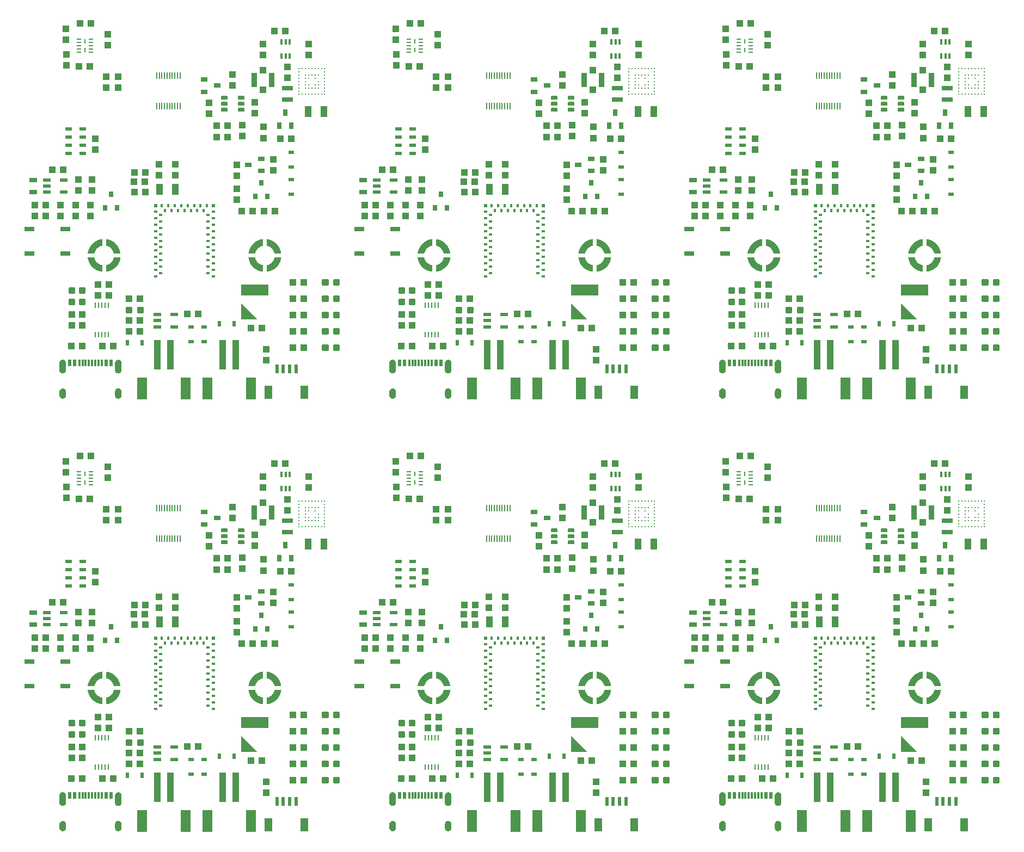
<source format=gtp>
G04 EAGLE Gerber RS-274X export*
G75*
%MOMM*%
%FSLAX34Y34*%
%LPD*%
%INSolderpaste Top*%
%IPPOS*%
%AMOC8*
5,1,8,0,0,1.08239X$1,22.5*%
G01*
%ADD10R,1.100000X1.000000*%
%ADD11C,0.300000*%
%ADD12R,1.000000X1.100000*%
%ADD13R,0.711200X0.254000*%
%ADD14R,0.254000X0.635000*%
%ADD15R,0.200000X1.000000*%
%ADD16C,0.180000*%
%ADD17R,1.016000X0.635000*%
%ADD18C,0.250000*%
%ADD19R,1.000000X1.800000*%
%ADD20R,0.630000X0.830000*%
%ADD21R,4.200000X1.700000*%
%ADD22R,1.800000X0.800000*%
%ADD23R,0.635000X1.016000*%
%ADD24R,0.450000X0.950000*%
%ADD25R,1.100000X0.600000*%
%ADD26R,0.600000X0.400000*%
%ADD27R,0.600000X0.600000*%
%ADD28R,0.400000X0.600000*%
%ADD29R,1.200000X0.800000*%
%ADD30R,1.524000X0.762000*%
%ADD31R,1.000000X4.600000*%
%ADD32R,1.600000X3.400000*%
%ADD33R,1.200000X0.550000*%
%ADD34R,1.200000X2.000000*%
%ADD35R,0.600000X1.350000*%
%ADD36R,0.830000X0.630000*%
%ADD37R,0.300000X1.000000*%
%ADD38R,0.600000X1.000000*%
%ADD39R,0.250000X0.875000*%
%ADD40R,0.800000X0.900000*%
%ADD41R,0.850000X2.200000*%
%ADD42R,1.000000X1.050000*%

G36*
X1392972Y802273D02*
X1392972Y802273D01*
X1393016Y802276D01*
X1393038Y802292D01*
X1393064Y802300D01*
X1393093Y802333D01*
X1393128Y802359D01*
X1393138Y802385D01*
X1393156Y802405D01*
X1393163Y802449D01*
X1393178Y802489D01*
X1393173Y802516D01*
X1393177Y802543D01*
X1393159Y802584D01*
X1393150Y802626D01*
X1393124Y802662D01*
X1393120Y802671D01*
X1393115Y802675D01*
X1393106Y802686D01*
X1369106Y826686D01*
X1369068Y826707D01*
X1369035Y826736D01*
X1369008Y826740D01*
X1368984Y826753D01*
X1368940Y826750D01*
X1368897Y826757D01*
X1368872Y826746D01*
X1368844Y826744D01*
X1368809Y826718D01*
X1368769Y826700D01*
X1368754Y826677D01*
X1368732Y826661D01*
X1368716Y826620D01*
X1368692Y826584D01*
X1368685Y826540D01*
X1368682Y826531D01*
X1368683Y826524D01*
X1368681Y826510D01*
X1368681Y802510D01*
X1368686Y802494D01*
X1368683Y802477D01*
X1368705Y802427D01*
X1368720Y802376D01*
X1368733Y802365D01*
X1368740Y802349D01*
X1368785Y802319D01*
X1368825Y802284D01*
X1368842Y802281D01*
X1368857Y802272D01*
X1368930Y802261D01*
X1392930Y802261D01*
X1392972Y802273D01*
G37*
G36*
X879892Y802273D02*
X879892Y802273D01*
X879936Y802276D01*
X879958Y802292D01*
X879984Y802300D01*
X880013Y802333D01*
X880048Y802359D01*
X880058Y802385D01*
X880076Y802405D01*
X880083Y802449D01*
X880098Y802489D01*
X880093Y802516D01*
X880097Y802543D01*
X880079Y802584D01*
X880070Y802626D01*
X880044Y802662D01*
X880040Y802671D01*
X880035Y802675D01*
X880026Y802686D01*
X856026Y826686D01*
X855988Y826707D01*
X855955Y826736D01*
X855928Y826740D01*
X855904Y826753D01*
X855860Y826750D01*
X855817Y826757D01*
X855792Y826746D01*
X855764Y826744D01*
X855729Y826718D01*
X855689Y826700D01*
X855674Y826677D01*
X855652Y826661D01*
X855636Y826620D01*
X855612Y826584D01*
X855605Y826540D01*
X855602Y826531D01*
X855603Y826524D01*
X855601Y826510D01*
X855601Y802510D01*
X855606Y802494D01*
X855603Y802477D01*
X855625Y802427D01*
X855640Y802376D01*
X855653Y802365D01*
X855660Y802349D01*
X855705Y802319D01*
X855745Y802284D01*
X855762Y802281D01*
X855777Y802272D01*
X855850Y802261D01*
X879850Y802261D01*
X879892Y802273D01*
G37*
G36*
X879892Y129173D02*
X879892Y129173D01*
X879936Y129176D01*
X879958Y129192D01*
X879984Y129200D01*
X880013Y129233D01*
X880048Y129259D01*
X880058Y129285D01*
X880076Y129305D01*
X880083Y129349D01*
X880098Y129389D01*
X880093Y129416D01*
X880097Y129443D01*
X880079Y129484D01*
X880070Y129526D01*
X880044Y129562D01*
X880040Y129571D01*
X880035Y129575D01*
X880026Y129586D01*
X856026Y153586D01*
X855988Y153607D01*
X855955Y153636D01*
X855928Y153640D01*
X855904Y153653D01*
X855860Y153650D01*
X855817Y153657D01*
X855792Y153646D01*
X855764Y153644D01*
X855729Y153618D01*
X855689Y153600D01*
X855674Y153577D01*
X855652Y153561D01*
X855636Y153520D01*
X855612Y153484D01*
X855605Y153440D01*
X855602Y153431D01*
X855603Y153424D01*
X855601Y153410D01*
X855601Y129410D01*
X855606Y129394D01*
X855603Y129377D01*
X855625Y129327D01*
X855640Y129276D01*
X855653Y129265D01*
X855660Y129249D01*
X855705Y129219D01*
X855745Y129184D01*
X855762Y129181D01*
X855777Y129172D01*
X855850Y129161D01*
X879850Y129161D01*
X879892Y129173D01*
G37*
G36*
X366812Y802273D02*
X366812Y802273D01*
X366856Y802276D01*
X366878Y802292D01*
X366904Y802300D01*
X366933Y802333D01*
X366968Y802359D01*
X366978Y802385D01*
X366996Y802405D01*
X367003Y802449D01*
X367018Y802489D01*
X367013Y802516D01*
X367017Y802543D01*
X366999Y802584D01*
X366990Y802626D01*
X366964Y802662D01*
X366960Y802671D01*
X366955Y802675D01*
X366946Y802686D01*
X342946Y826686D01*
X342908Y826707D01*
X342875Y826736D01*
X342848Y826740D01*
X342824Y826753D01*
X342780Y826750D01*
X342737Y826757D01*
X342712Y826746D01*
X342684Y826744D01*
X342649Y826718D01*
X342609Y826700D01*
X342594Y826677D01*
X342572Y826661D01*
X342556Y826620D01*
X342532Y826584D01*
X342525Y826540D01*
X342522Y826531D01*
X342523Y826524D01*
X342521Y826510D01*
X342521Y802510D01*
X342526Y802494D01*
X342523Y802477D01*
X342545Y802427D01*
X342560Y802376D01*
X342573Y802365D01*
X342580Y802349D01*
X342625Y802319D01*
X342665Y802284D01*
X342682Y802281D01*
X342697Y802272D01*
X342770Y802261D01*
X366770Y802261D01*
X366812Y802273D01*
G37*
G36*
X1392972Y129173D02*
X1392972Y129173D01*
X1393016Y129176D01*
X1393038Y129192D01*
X1393064Y129200D01*
X1393093Y129233D01*
X1393128Y129259D01*
X1393138Y129285D01*
X1393156Y129305D01*
X1393163Y129349D01*
X1393178Y129389D01*
X1393173Y129416D01*
X1393177Y129443D01*
X1393159Y129484D01*
X1393150Y129526D01*
X1393124Y129562D01*
X1393120Y129571D01*
X1393115Y129575D01*
X1393106Y129586D01*
X1369106Y153586D01*
X1369068Y153607D01*
X1369035Y153636D01*
X1369008Y153640D01*
X1368984Y153653D01*
X1368940Y153650D01*
X1368897Y153657D01*
X1368872Y153646D01*
X1368844Y153644D01*
X1368809Y153618D01*
X1368769Y153600D01*
X1368754Y153577D01*
X1368732Y153561D01*
X1368716Y153520D01*
X1368692Y153484D01*
X1368685Y153440D01*
X1368682Y153431D01*
X1368683Y153424D01*
X1368681Y153410D01*
X1368681Y129410D01*
X1368686Y129394D01*
X1368683Y129377D01*
X1368705Y129327D01*
X1368720Y129276D01*
X1368733Y129265D01*
X1368740Y129249D01*
X1368785Y129219D01*
X1368825Y129184D01*
X1368842Y129181D01*
X1368857Y129172D01*
X1368930Y129161D01*
X1392930Y129161D01*
X1392972Y129173D01*
G37*
G36*
X366812Y129173D02*
X366812Y129173D01*
X366856Y129176D01*
X366878Y129192D01*
X366904Y129200D01*
X366933Y129233D01*
X366968Y129259D01*
X366978Y129285D01*
X366996Y129305D01*
X367003Y129349D01*
X367018Y129389D01*
X367013Y129416D01*
X367017Y129443D01*
X366999Y129484D01*
X366990Y129526D01*
X366964Y129562D01*
X366960Y129571D01*
X366955Y129575D01*
X366946Y129586D01*
X342946Y153586D01*
X342908Y153607D01*
X342875Y153636D01*
X342848Y153640D01*
X342824Y153653D01*
X342780Y153650D01*
X342737Y153657D01*
X342712Y153646D01*
X342684Y153644D01*
X342649Y153618D01*
X342609Y153600D01*
X342594Y153577D01*
X342572Y153561D01*
X342556Y153520D01*
X342532Y153484D01*
X342525Y153440D01*
X342522Y153431D01*
X342523Y153424D01*
X342521Y153410D01*
X342521Y129410D01*
X342526Y129394D01*
X342523Y129377D01*
X342545Y129327D01*
X342560Y129276D01*
X342573Y129265D01*
X342580Y129249D01*
X342625Y129219D01*
X342665Y129184D01*
X342682Y129181D01*
X342697Y129172D01*
X342770Y129161D01*
X366770Y129161D01*
X366812Y129173D01*
G37*
G36*
X1402238Y203183D02*
X1402238Y203183D01*
X1402232Y203193D01*
X1402241Y203200D01*
X1402241Y213400D01*
X1402205Y213447D01*
X1402202Y213445D01*
X1402201Y213448D01*
X1401653Y213548D01*
X1400905Y213747D01*
X1400108Y213996D01*
X1399461Y214246D01*
X1398763Y214545D01*
X1397765Y215044D01*
X1397068Y215442D01*
X1396321Y215940D01*
X1395522Y216539D01*
X1394975Y216987D01*
X1393778Y218183D01*
X1393180Y218881D01*
X1392682Y219529D01*
X1392133Y220327D01*
X1391685Y221073D01*
X1391037Y222370D01*
X1390639Y223366D01*
X1390339Y224314D01*
X1390140Y225061D01*
X1390040Y225609D01*
X1389997Y225649D01*
X1389994Y225646D01*
X1389992Y225649D01*
X1379792Y225649D01*
X1379745Y225613D01*
X1379752Y225604D01*
X1379743Y225596D01*
X1379793Y224996D01*
X1379795Y224994D01*
X1379793Y224993D01*
X1379893Y224343D01*
X1379894Y224342D01*
X1379893Y224342D01*
X1379993Y223742D01*
X1379994Y223741D01*
X1379994Y223740D01*
X1380144Y222990D01*
X1380145Y222989D01*
X1380144Y222988D01*
X1380394Y221988D01*
X1380396Y221987D01*
X1380395Y221986D01*
X1380695Y220986D01*
X1380695Y220985D01*
X1380995Y220035D01*
X1380997Y220034D01*
X1380996Y220032D01*
X1381246Y219382D01*
X1381546Y218632D01*
X1381547Y218631D01*
X1381547Y218630D01*
X1381897Y217830D01*
X1381899Y217829D01*
X1381898Y217828D01*
X1382298Y217028D01*
X1382299Y217028D01*
X1382299Y217027D01*
X1382699Y216277D01*
X1382699Y216276D01*
X1383149Y215476D01*
X1383150Y215475D01*
X1383150Y215474D01*
X1383550Y214824D01*
X1383551Y214824D01*
X1383551Y214823D01*
X1384051Y214073D01*
X1384052Y214072D01*
X1384052Y214071D01*
X1384552Y213371D01*
X1384553Y213371D01*
X1384553Y213370D01*
X1385053Y212720D01*
X1385603Y212020D01*
X1385606Y212019D01*
X1385606Y212017D01*
X1386106Y211467D01*
X1386706Y210817D01*
X1386707Y210816D01*
X1386707Y210815D01*
X1387307Y210215D01*
X1387309Y210215D01*
X1387309Y210214D01*
X1388009Y209564D01*
X1388609Y209014D01*
X1388612Y209013D01*
X1388611Y209011D01*
X1389561Y208261D01*
X1389563Y208261D01*
X1389563Y208260D01*
X1390513Y207560D01*
X1390515Y207560D01*
X1390515Y207559D01*
X1391265Y207059D01*
X1391965Y206609D01*
X1391967Y206609D01*
X1391968Y206607D01*
X1392668Y206207D01*
X1392669Y206207D01*
X1392669Y206206D01*
X1393519Y205756D01*
X1393520Y205757D01*
X1393520Y205756D01*
X1394020Y205506D01*
X1394021Y205506D01*
X1394021Y205505D01*
X1394771Y205155D01*
X1394772Y205156D01*
X1394773Y205155D01*
X1395473Y204855D01*
X1395474Y204855D01*
X1395474Y204854D01*
X1396224Y204554D01*
X1396225Y204555D01*
X1396225Y204554D01*
X1396925Y204304D01*
X1396926Y204304D01*
X1396926Y204303D01*
X1397676Y204053D01*
X1397679Y204054D01*
X1397679Y204052D01*
X1399179Y203652D01*
X1399181Y203653D01*
X1399181Y203652D01*
X1400081Y203452D01*
X1400083Y203453D01*
X1400083Y203452D01*
X1400933Y203302D01*
X1400934Y203302D01*
X1400935Y203301D01*
X1401585Y203201D01*
X1401587Y203203D01*
X1401588Y203201D01*
X1402188Y203151D01*
X1402238Y203183D01*
G37*
G36*
X1152238Y203183D02*
X1152238Y203183D01*
X1152232Y203193D01*
X1152241Y203200D01*
X1152241Y213400D01*
X1152205Y213447D01*
X1152202Y213445D01*
X1152201Y213448D01*
X1151653Y213548D01*
X1150905Y213747D01*
X1150108Y213996D01*
X1149461Y214246D01*
X1148763Y214545D01*
X1147765Y215044D01*
X1147068Y215442D01*
X1146321Y215940D01*
X1145522Y216539D01*
X1144975Y216987D01*
X1143778Y218183D01*
X1143180Y218881D01*
X1142682Y219529D01*
X1142133Y220327D01*
X1141685Y221073D01*
X1141037Y222370D01*
X1140639Y223366D01*
X1140339Y224314D01*
X1140140Y225061D01*
X1140040Y225609D01*
X1139997Y225649D01*
X1139994Y225646D01*
X1139992Y225649D01*
X1129792Y225649D01*
X1129745Y225613D01*
X1129752Y225604D01*
X1129743Y225596D01*
X1129793Y224996D01*
X1129795Y224994D01*
X1129793Y224993D01*
X1129893Y224343D01*
X1129894Y224342D01*
X1129893Y224342D01*
X1129993Y223742D01*
X1129994Y223741D01*
X1129994Y223740D01*
X1130144Y222990D01*
X1130145Y222989D01*
X1130144Y222988D01*
X1130394Y221988D01*
X1130396Y221987D01*
X1130395Y221986D01*
X1130695Y220986D01*
X1130695Y220985D01*
X1130995Y220035D01*
X1130997Y220034D01*
X1130996Y220032D01*
X1131246Y219382D01*
X1131546Y218632D01*
X1131547Y218631D01*
X1131547Y218630D01*
X1131897Y217830D01*
X1131899Y217829D01*
X1131898Y217828D01*
X1132298Y217028D01*
X1132299Y217028D01*
X1132299Y217027D01*
X1132699Y216277D01*
X1132699Y216276D01*
X1133149Y215476D01*
X1133150Y215475D01*
X1133150Y215474D01*
X1133550Y214824D01*
X1133551Y214824D01*
X1133551Y214823D01*
X1134051Y214073D01*
X1134052Y214072D01*
X1134052Y214071D01*
X1134552Y213371D01*
X1134553Y213371D01*
X1134553Y213370D01*
X1135053Y212720D01*
X1135603Y212020D01*
X1135606Y212019D01*
X1135606Y212017D01*
X1136106Y211467D01*
X1136706Y210817D01*
X1136707Y210816D01*
X1136707Y210815D01*
X1137307Y210215D01*
X1137309Y210215D01*
X1137309Y210214D01*
X1138009Y209564D01*
X1138609Y209014D01*
X1138612Y209013D01*
X1138611Y209011D01*
X1139561Y208261D01*
X1139563Y208261D01*
X1139563Y208260D01*
X1140513Y207560D01*
X1140515Y207560D01*
X1140515Y207559D01*
X1141265Y207059D01*
X1141965Y206609D01*
X1141967Y206609D01*
X1141968Y206607D01*
X1142668Y206207D01*
X1142669Y206207D01*
X1142669Y206206D01*
X1143519Y205756D01*
X1143520Y205757D01*
X1143520Y205756D01*
X1144020Y205506D01*
X1144021Y205506D01*
X1144021Y205505D01*
X1144771Y205155D01*
X1144772Y205156D01*
X1144773Y205155D01*
X1145473Y204855D01*
X1145474Y204855D01*
X1145474Y204854D01*
X1146224Y204554D01*
X1146225Y204555D01*
X1146225Y204554D01*
X1146925Y204304D01*
X1146926Y204304D01*
X1146926Y204303D01*
X1147676Y204053D01*
X1147679Y204054D01*
X1147679Y204052D01*
X1149179Y203652D01*
X1149181Y203653D01*
X1149181Y203652D01*
X1150081Y203452D01*
X1150083Y203453D01*
X1150083Y203452D01*
X1150933Y203302D01*
X1150934Y203302D01*
X1150935Y203301D01*
X1151585Y203201D01*
X1151587Y203203D01*
X1151588Y203201D01*
X1152188Y203151D01*
X1152238Y203183D01*
G37*
G36*
X1158796Y203201D02*
X1158796Y203201D01*
X1158798Y203203D01*
X1158800Y203201D01*
X1159450Y203301D01*
X1159450Y203302D01*
X1159450Y203301D01*
X1160050Y203401D01*
X1160051Y203402D01*
X1160052Y203402D01*
X1160802Y203552D01*
X1160803Y203553D01*
X1160804Y203552D01*
X1161804Y203802D01*
X1161805Y203804D01*
X1161806Y203803D01*
X1162806Y204103D01*
X1162807Y204103D01*
X1163757Y204403D01*
X1163758Y204405D01*
X1163760Y204404D01*
X1164410Y204654D01*
X1165160Y204954D01*
X1165161Y204955D01*
X1165162Y204955D01*
X1165962Y205305D01*
X1165963Y205307D01*
X1165964Y205306D01*
X1166764Y205706D01*
X1166765Y205707D01*
X1167515Y206107D01*
X1167516Y206107D01*
X1168316Y206557D01*
X1168317Y206558D01*
X1168318Y206558D01*
X1168968Y206958D01*
X1168968Y206959D01*
X1168969Y206959D01*
X1169719Y207459D01*
X1169720Y207460D01*
X1169721Y207460D01*
X1170421Y207960D01*
X1170421Y207961D01*
X1170422Y207961D01*
X1171072Y208461D01*
X1171772Y209011D01*
X1171773Y209014D01*
X1171775Y209014D01*
X1172325Y209514D01*
X1172975Y210114D01*
X1172976Y210115D01*
X1172977Y210115D01*
X1173577Y210715D01*
X1173577Y210717D01*
X1173578Y210717D01*
X1174228Y211417D01*
X1174778Y212017D01*
X1174779Y212020D01*
X1174781Y212019D01*
X1175531Y212969D01*
X1175531Y212971D01*
X1175532Y212971D01*
X1176232Y213921D01*
X1176232Y213923D01*
X1176233Y213923D01*
X1176733Y214673D01*
X1177183Y215373D01*
X1177183Y215375D01*
X1177185Y215376D01*
X1177585Y216076D01*
X1177585Y216077D01*
X1177586Y216077D01*
X1178036Y216927D01*
X1178035Y216928D01*
X1178036Y216928D01*
X1178286Y217428D01*
X1178286Y217429D01*
X1178287Y217429D01*
X1178637Y218179D01*
X1178636Y218180D01*
X1178637Y218181D01*
X1178937Y218881D01*
X1178937Y218882D01*
X1178938Y218882D01*
X1179238Y219632D01*
X1179237Y219633D01*
X1179238Y219633D01*
X1179488Y220333D01*
X1179488Y220334D01*
X1179489Y220334D01*
X1179739Y221084D01*
X1179738Y221087D01*
X1179740Y221087D01*
X1180140Y222587D01*
X1180139Y222589D01*
X1180140Y222589D01*
X1180340Y223489D01*
X1180339Y223491D01*
X1180341Y223491D01*
X1180491Y224341D01*
X1180490Y224342D01*
X1180491Y224343D01*
X1180591Y224993D01*
X1180589Y224995D01*
X1180591Y224996D01*
X1180641Y225596D01*
X1180609Y225646D01*
X1180599Y225640D01*
X1180592Y225649D01*
X1170392Y225649D01*
X1170345Y225613D01*
X1170347Y225610D01*
X1170344Y225609D01*
X1170244Y225061D01*
X1170045Y224313D01*
X1169796Y223516D01*
X1169546Y222869D01*
X1169247Y222171D01*
X1168748Y221173D01*
X1168350Y220476D01*
X1167852Y219729D01*
X1167253Y218930D01*
X1166805Y218383D01*
X1165609Y217186D01*
X1164911Y216588D01*
X1164263Y216090D01*
X1163465Y215541D01*
X1162719Y215093D01*
X1161422Y214445D01*
X1160426Y214047D01*
X1159478Y213747D01*
X1158731Y213548D01*
X1158183Y213448D01*
X1158150Y213412D01*
X1158145Y213408D01*
X1158145Y213407D01*
X1158143Y213405D01*
X1158146Y213402D01*
X1158143Y213400D01*
X1158143Y203200D01*
X1158179Y203153D01*
X1158188Y203160D01*
X1158196Y203151D01*
X1158796Y203201D01*
G37*
G36*
X132636Y203201D02*
X132636Y203201D01*
X132638Y203203D01*
X132640Y203201D01*
X133290Y203301D01*
X133290Y203302D01*
X133290Y203301D01*
X133890Y203401D01*
X133891Y203402D01*
X133892Y203402D01*
X134642Y203552D01*
X134643Y203553D01*
X134644Y203552D01*
X135644Y203802D01*
X135645Y203804D01*
X135646Y203803D01*
X136646Y204103D01*
X136647Y204103D01*
X137597Y204403D01*
X137598Y204405D01*
X137600Y204404D01*
X138250Y204654D01*
X139000Y204954D01*
X139001Y204955D01*
X139002Y204955D01*
X139802Y205305D01*
X139803Y205307D01*
X139804Y205306D01*
X140604Y205706D01*
X140605Y205707D01*
X141355Y206107D01*
X141356Y206107D01*
X142156Y206557D01*
X142157Y206558D01*
X142158Y206558D01*
X142808Y206958D01*
X142808Y206959D01*
X142809Y206959D01*
X143559Y207459D01*
X143560Y207460D01*
X143561Y207460D01*
X144261Y207960D01*
X144261Y207961D01*
X144262Y207961D01*
X144912Y208461D01*
X145612Y209011D01*
X145613Y209014D01*
X145615Y209014D01*
X146165Y209514D01*
X146815Y210114D01*
X146816Y210115D01*
X146817Y210115D01*
X147417Y210715D01*
X147417Y210717D01*
X147418Y210717D01*
X148068Y211417D01*
X148618Y212017D01*
X148619Y212020D01*
X148621Y212019D01*
X149371Y212969D01*
X149371Y212971D01*
X149372Y212971D01*
X150072Y213921D01*
X150072Y213923D01*
X150073Y213923D01*
X150573Y214673D01*
X151023Y215373D01*
X151023Y215375D01*
X151025Y215376D01*
X151425Y216076D01*
X151425Y216077D01*
X151426Y216077D01*
X151876Y216927D01*
X151875Y216928D01*
X151876Y216928D01*
X152126Y217428D01*
X152126Y217429D01*
X152127Y217429D01*
X152477Y218179D01*
X152476Y218180D01*
X152477Y218181D01*
X152777Y218881D01*
X152777Y218882D01*
X152778Y218882D01*
X153078Y219632D01*
X153077Y219633D01*
X153078Y219633D01*
X153328Y220333D01*
X153328Y220334D01*
X153329Y220334D01*
X153579Y221084D01*
X153578Y221087D01*
X153580Y221087D01*
X153980Y222587D01*
X153979Y222589D01*
X153980Y222589D01*
X154180Y223489D01*
X154179Y223491D01*
X154181Y223491D01*
X154331Y224341D01*
X154330Y224342D01*
X154331Y224343D01*
X154431Y224993D01*
X154429Y224995D01*
X154431Y224996D01*
X154481Y225596D01*
X154449Y225646D01*
X154439Y225640D01*
X154432Y225649D01*
X144232Y225649D01*
X144185Y225613D01*
X144187Y225610D01*
X144184Y225609D01*
X144084Y225061D01*
X143885Y224313D01*
X143636Y223516D01*
X143386Y222869D01*
X143087Y222171D01*
X142588Y221173D01*
X142190Y220476D01*
X141692Y219729D01*
X141093Y218930D01*
X140645Y218383D01*
X139449Y217186D01*
X138751Y216588D01*
X138103Y216090D01*
X137305Y215541D01*
X136559Y215093D01*
X135262Y214445D01*
X134266Y214047D01*
X133318Y213747D01*
X132571Y213548D01*
X132023Y213448D01*
X131990Y213412D01*
X131985Y213408D01*
X131985Y213407D01*
X131983Y213405D01*
X131986Y213402D01*
X131983Y213400D01*
X131983Y203200D01*
X132019Y203153D01*
X132028Y203160D01*
X132036Y203151D01*
X132636Y203201D01*
G37*
G36*
X382636Y203201D02*
X382636Y203201D01*
X382638Y203203D01*
X382640Y203201D01*
X383290Y203301D01*
X383290Y203302D01*
X383290Y203301D01*
X383890Y203401D01*
X383891Y203402D01*
X383892Y203402D01*
X384642Y203552D01*
X384643Y203553D01*
X384644Y203552D01*
X385644Y203802D01*
X385645Y203804D01*
X385646Y203803D01*
X386646Y204103D01*
X386647Y204103D01*
X387597Y204403D01*
X387598Y204405D01*
X387600Y204404D01*
X388250Y204654D01*
X389000Y204954D01*
X389001Y204955D01*
X389002Y204955D01*
X389802Y205305D01*
X389803Y205307D01*
X389804Y205306D01*
X390604Y205706D01*
X390605Y205707D01*
X391355Y206107D01*
X391356Y206107D01*
X392156Y206557D01*
X392157Y206558D01*
X392158Y206558D01*
X392808Y206958D01*
X392808Y206959D01*
X392809Y206959D01*
X393559Y207459D01*
X393560Y207460D01*
X393561Y207460D01*
X394261Y207960D01*
X394261Y207961D01*
X394262Y207961D01*
X394912Y208461D01*
X395612Y209011D01*
X395613Y209014D01*
X395615Y209014D01*
X396165Y209514D01*
X396815Y210114D01*
X396816Y210115D01*
X396817Y210115D01*
X397417Y210715D01*
X397417Y210717D01*
X397418Y210717D01*
X398068Y211417D01*
X398618Y212017D01*
X398619Y212020D01*
X398621Y212019D01*
X399371Y212969D01*
X399371Y212971D01*
X399372Y212971D01*
X400072Y213921D01*
X400072Y213923D01*
X400073Y213923D01*
X400573Y214673D01*
X401023Y215373D01*
X401023Y215375D01*
X401025Y215376D01*
X401425Y216076D01*
X401425Y216077D01*
X401426Y216077D01*
X401876Y216927D01*
X401875Y216928D01*
X401876Y216928D01*
X402126Y217428D01*
X402126Y217429D01*
X402127Y217429D01*
X402477Y218179D01*
X402476Y218180D01*
X402477Y218181D01*
X402777Y218881D01*
X402777Y218882D01*
X402778Y218882D01*
X403078Y219632D01*
X403077Y219633D01*
X403078Y219633D01*
X403328Y220333D01*
X403328Y220334D01*
X403329Y220334D01*
X403579Y221084D01*
X403578Y221087D01*
X403580Y221087D01*
X403980Y222587D01*
X403979Y222589D01*
X403980Y222589D01*
X404180Y223489D01*
X404179Y223491D01*
X404181Y223491D01*
X404331Y224341D01*
X404330Y224342D01*
X404331Y224343D01*
X404431Y224993D01*
X404429Y224995D01*
X404431Y224996D01*
X404481Y225596D01*
X404449Y225646D01*
X404439Y225640D01*
X404432Y225649D01*
X394232Y225649D01*
X394185Y225613D01*
X394187Y225610D01*
X394184Y225609D01*
X394084Y225061D01*
X393885Y224313D01*
X393636Y223516D01*
X393386Y222869D01*
X393087Y222171D01*
X392588Y221173D01*
X392190Y220476D01*
X391692Y219729D01*
X391093Y218930D01*
X390645Y218383D01*
X389449Y217186D01*
X388751Y216588D01*
X388103Y216090D01*
X387305Y215541D01*
X386559Y215093D01*
X385262Y214445D01*
X384266Y214047D01*
X383318Y213747D01*
X382571Y213548D01*
X382023Y213448D01*
X381990Y213412D01*
X381985Y213408D01*
X381985Y213407D01*
X381983Y213405D01*
X381986Y213402D01*
X381983Y213400D01*
X381983Y203200D01*
X382019Y203153D01*
X382028Y203160D01*
X382036Y203151D01*
X382636Y203201D01*
G37*
G36*
X895716Y203201D02*
X895716Y203201D01*
X895718Y203203D01*
X895720Y203201D01*
X896370Y203301D01*
X896370Y203302D01*
X896370Y203301D01*
X896970Y203401D01*
X896971Y203402D01*
X896972Y203402D01*
X897722Y203552D01*
X897723Y203553D01*
X897724Y203552D01*
X898724Y203802D01*
X898725Y203804D01*
X898726Y203803D01*
X899726Y204103D01*
X899727Y204103D01*
X900677Y204403D01*
X900678Y204405D01*
X900680Y204404D01*
X901330Y204654D01*
X902080Y204954D01*
X902081Y204955D01*
X902082Y204955D01*
X902882Y205305D01*
X902883Y205307D01*
X902884Y205306D01*
X903684Y205706D01*
X903685Y205707D01*
X904435Y206107D01*
X904436Y206107D01*
X905236Y206557D01*
X905237Y206558D01*
X905238Y206558D01*
X905888Y206958D01*
X905888Y206959D01*
X905889Y206959D01*
X906639Y207459D01*
X906640Y207460D01*
X906641Y207460D01*
X907341Y207960D01*
X907341Y207961D01*
X907342Y207961D01*
X907992Y208461D01*
X908692Y209011D01*
X908693Y209014D01*
X908695Y209014D01*
X909245Y209514D01*
X909895Y210114D01*
X909896Y210115D01*
X909897Y210115D01*
X910497Y210715D01*
X910497Y210717D01*
X910498Y210717D01*
X911148Y211417D01*
X911698Y212017D01*
X911699Y212020D01*
X911701Y212019D01*
X912451Y212969D01*
X912451Y212971D01*
X912452Y212971D01*
X913152Y213921D01*
X913152Y213923D01*
X913153Y213923D01*
X913653Y214673D01*
X914103Y215373D01*
X914103Y215375D01*
X914105Y215376D01*
X914505Y216076D01*
X914505Y216077D01*
X914506Y216077D01*
X914956Y216927D01*
X914955Y216928D01*
X914956Y216928D01*
X915206Y217428D01*
X915206Y217429D01*
X915207Y217429D01*
X915557Y218179D01*
X915556Y218180D01*
X915557Y218181D01*
X915857Y218881D01*
X915857Y218882D01*
X915858Y218882D01*
X916158Y219632D01*
X916157Y219633D01*
X916158Y219633D01*
X916408Y220333D01*
X916408Y220334D01*
X916409Y220334D01*
X916659Y221084D01*
X916658Y221087D01*
X916660Y221087D01*
X917060Y222587D01*
X917059Y222589D01*
X917060Y222589D01*
X917260Y223489D01*
X917259Y223491D01*
X917261Y223491D01*
X917411Y224341D01*
X917410Y224342D01*
X917411Y224343D01*
X917511Y224993D01*
X917509Y224995D01*
X917511Y224996D01*
X917561Y225596D01*
X917529Y225646D01*
X917519Y225640D01*
X917512Y225649D01*
X907312Y225649D01*
X907265Y225613D01*
X907267Y225610D01*
X907264Y225609D01*
X907164Y225061D01*
X906965Y224313D01*
X906716Y223516D01*
X906466Y222869D01*
X906167Y222171D01*
X905668Y221173D01*
X905270Y220476D01*
X904772Y219729D01*
X904173Y218930D01*
X903725Y218383D01*
X902529Y217186D01*
X901831Y216588D01*
X901183Y216090D01*
X900385Y215541D01*
X899639Y215093D01*
X898342Y214445D01*
X897346Y214047D01*
X896398Y213747D01*
X895651Y213548D01*
X895103Y213448D01*
X895070Y213412D01*
X895065Y213408D01*
X895065Y213407D01*
X895063Y213405D01*
X895066Y213402D01*
X895063Y213400D01*
X895063Y203200D01*
X895099Y203153D01*
X895108Y203160D01*
X895116Y203151D01*
X895716Y203201D01*
G37*
G36*
X645716Y203201D02*
X645716Y203201D01*
X645718Y203203D01*
X645720Y203201D01*
X646370Y203301D01*
X646370Y203302D01*
X646370Y203301D01*
X646970Y203401D01*
X646971Y203402D01*
X646972Y203402D01*
X647722Y203552D01*
X647723Y203553D01*
X647724Y203552D01*
X648724Y203802D01*
X648725Y203804D01*
X648726Y203803D01*
X649726Y204103D01*
X649727Y204103D01*
X650677Y204403D01*
X650678Y204405D01*
X650680Y204404D01*
X651330Y204654D01*
X652080Y204954D01*
X652081Y204955D01*
X652082Y204955D01*
X652882Y205305D01*
X652883Y205307D01*
X652884Y205306D01*
X653684Y205706D01*
X653685Y205707D01*
X654435Y206107D01*
X654436Y206107D01*
X655236Y206557D01*
X655237Y206558D01*
X655238Y206558D01*
X655888Y206958D01*
X655888Y206959D01*
X655889Y206959D01*
X656639Y207459D01*
X656640Y207460D01*
X656641Y207460D01*
X657341Y207960D01*
X657341Y207961D01*
X657342Y207961D01*
X657992Y208461D01*
X658692Y209011D01*
X658693Y209014D01*
X658695Y209014D01*
X659245Y209514D01*
X659895Y210114D01*
X659896Y210115D01*
X659897Y210115D01*
X660497Y210715D01*
X660497Y210717D01*
X660498Y210717D01*
X661148Y211417D01*
X661698Y212017D01*
X661699Y212020D01*
X661701Y212019D01*
X662451Y212969D01*
X662451Y212971D01*
X662452Y212971D01*
X663152Y213921D01*
X663152Y213923D01*
X663153Y213923D01*
X663653Y214673D01*
X664103Y215373D01*
X664103Y215375D01*
X664105Y215376D01*
X664505Y216076D01*
X664505Y216077D01*
X664506Y216077D01*
X664956Y216927D01*
X664955Y216928D01*
X664956Y216928D01*
X665206Y217428D01*
X665206Y217429D01*
X665207Y217429D01*
X665557Y218179D01*
X665556Y218180D01*
X665557Y218181D01*
X665857Y218881D01*
X665857Y218882D01*
X665858Y218882D01*
X666158Y219632D01*
X666157Y219633D01*
X666158Y219633D01*
X666408Y220333D01*
X666408Y220334D01*
X666409Y220334D01*
X666659Y221084D01*
X666658Y221087D01*
X666660Y221087D01*
X667060Y222587D01*
X667059Y222589D01*
X667060Y222589D01*
X667260Y223489D01*
X667259Y223491D01*
X667261Y223491D01*
X667411Y224341D01*
X667410Y224342D01*
X667411Y224343D01*
X667511Y224993D01*
X667509Y224995D01*
X667511Y224996D01*
X667561Y225596D01*
X667529Y225646D01*
X667519Y225640D01*
X667512Y225649D01*
X657312Y225649D01*
X657265Y225613D01*
X657267Y225610D01*
X657264Y225609D01*
X657164Y225061D01*
X656965Y224313D01*
X656716Y223516D01*
X656466Y222869D01*
X656167Y222171D01*
X655668Y221173D01*
X655270Y220476D01*
X654772Y219729D01*
X654173Y218930D01*
X653725Y218383D01*
X652529Y217186D01*
X651831Y216588D01*
X651183Y216090D01*
X650385Y215541D01*
X649639Y215093D01*
X648342Y214445D01*
X647346Y214047D01*
X646398Y213747D01*
X645651Y213548D01*
X645103Y213448D01*
X645070Y213412D01*
X645065Y213408D01*
X645065Y213407D01*
X645063Y213405D01*
X645066Y213402D01*
X645063Y213400D01*
X645063Y203200D01*
X645099Y203153D01*
X645108Y203160D01*
X645116Y203151D01*
X645716Y203201D01*
G37*
G36*
X126078Y876283D02*
X126078Y876283D01*
X126072Y876293D01*
X126081Y876300D01*
X126081Y886500D01*
X126045Y886547D01*
X126042Y886545D01*
X126041Y886548D01*
X125493Y886648D01*
X124745Y886847D01*
X123948Y887096D01*
X123301Y887346D01*
X122603Y887645D01*
X121605Y888144D01*
X120908Y888542D01*
X120161Y889040D01*
X119362Y889639D01*
X118815Y890087D01*
X117618Y891283D01*
X117020Y891981D01*
X116522Y892629D01*
X115973Y893427D01*
X115525Y894173D01*
X114877Y895470D01*
X114479Y896466D01*
X114179Y897414D01*
X113980Y898161D01*
X113880Y898709D01*
X113837Y898749D01*
X113834Y898746D01*
X113832Y898749D01*
X103632Y898749D01*
X103585Y898713D01*
X103592Y898704D01*
X103583Y898696D01*
X103633Y898096D01*
X103635Y898094D01*
X103633Y898093D01*
X103733Y897443D01*
X103734Y897442D01*
X103733Y897442D01*
X103833Y896842D01*
X103834Y896841D01*
X103834Y896840D01*
X103984Y896090D01*
X103985Y896089D01*
X103984Y896088D01*
X104234Y895088D01*
X104236Y895087D01*
X104235Y895086D01*
X104535Y894086D01*
X104535Y894085D01*
X104835Y893135D01*
X104837Y893134D01*
X104836Y893132D01*
X105086Y892482D01*
X105386Y891732D01*
X105387Y891731D01*
X105387Y891730D01*
X105737Y890930D01*
X105739Y890929D01*
X105738Y890928D01*
X106138Y890128D01*
X106139Y890128D01*
X106139Y890127D01*
X106539Y889377D01*
X106539Y889376D01*
X106989Y888576D01*
X106990Y888575D01*
X106990Y888574D01*
X107390Y887924D01*
X107391Y887924D01*
X107391Y887923D01*
X107891Y887173D01*
X107892Y887172D01*
X107892Y887171D01*
X108392Y886471D01*
X108393Y886471D01*
X108393Y886470D01*
X108893Y885820D01*
X109443Y885120D01*
X109446Y885119D01*
X109446Y885117D01*
X109946Y884567D01*
X110546Y883917D01*
X110547Y883916D01*
X110547Y883915D01*
X111147Y883315D01*
X111149Y883315D01*
X111149Y883314D01*
X111849Y882664D01*
X112449Y882114D01*
X112452Y882113D01*
X112451Y882111D01*
X113401Y881361D01*
X113403Y881361D01*
X113403Y881360D01*
X114353Y880660D01*
X114355Y880660D01*
X114355Y880659D01*
X115105Y880159D01*
X115805Y879709D01*
X115807Y879709D01*
X115808Y879707D01*
X116508Y879307D01*
X116509Y879307D01*
X116509Y879306D01*
X117359Y878856D01*
X117360Y878857D01*
X117360Y878856D01*
X117860Y878606D01*
X117861Y878606D01*
X117861Y878605D01*
X118611Y878255D01*
X118612Y878256D01*
X118613Y878255D01*
X119313Y877955D01*
X119314Y877955D01*
X119314Y877954D01*
X120064Y877654D01*
X120065Y877655D01*
X120065Y877654D01*
X120765Y877404D01*
X120766Y877404D01*
X120766Y877403D01*
X121516Y877153D01*
X121519Y877154D01*
X121519Y877152D01*
X123019Y876752D01*
X123021Y876753D01*
X123021Y876752D01*
X123921Y876552D01*
X123923Y876553D01*
X123923Y876552D01*
X124773Y876402D01*
X124774Y876402D01*
X124775Y876401D01*
X125425Y876301D01*
X125427Y876303D01*
X125428Y876301D01*
X126028Y876251D01*
X126078Y876283D01*
G37*
G36*
X1140039Y231587D02*
X1140039Y231587D01*
X1140037Y231590D01*
X1140040Y231591D01*
X1140140Y232139D01*
X1140339Y232887D01*
X1140588Y233684D01*
X1140838Y234331D01*
X1141137Y235029D01*
X1141636Y236027D01*
X1142034Y236724D01*
X1142532Y237471D01*
X1143131Y238270D01*
X1143579Y238817D01*
X1144775Y240014D01*
X1145473Y240612D01*
X1146121Y241110D01*
X1146919Y241659D01*
X1147665Y242107D01*
X1148962Y242755D01*
X1149958Y243154D01*
X1150906Y243453D01*
X1151653Y243652D01*
X1152201Y243752D01*
X1152241Y243795D01*
X1152238Y243798D01*
X1152241Y243800D01*
X1152241Y254000D01*
X1152205Y254047D01*
X1152196Y254040D01*
X1152188Y254049D01*
X1151588Y253999D01*
X1151586Y253997D01*
X1151585Y253999D01*
X1150935Y253899D01*
X1150934Y253898D01*
X1150934Y253899D01*
X1150334Y253799D01*
X1150333Y253798D01*
X1150332Y253798D01*
X1149582Y253648D01*
X1149581Y253647D01*
X1149580Y253648D01*
X1148580Y253398D01*
X1148579Y253396D01*
X1148578Y253397D01*
X1147578Y253097D01*
X1147577Y253097D01*
X1146627Y252797D01*
X1146626Y252795D01*
X1146624Y252796D01*
X1145974Y252546D01*
X1145224Y252246D01*
X1145223Y252245D01*
X1145222Y252245D01*
X1144422Y251895D01*
X1144421Y251893D01*
X1144420Y251894D01*
X1143620Y251494D01*
X1143620Y251493D01*
X1143619Y251493D01*
X1142869Y251093D01*
X1142868Y251093D01*
X1142068Y250643D01*
X1142067Y250642D01*
X1142066Y250642D01*
X1141416Y250242D01*
X1141416Y250241D01*
X1141415Y250241D01*
X1140665Y249741D01*
X1140664Y249740D01*
X1140663Y249740D01*
X1139963Y249240D01*
X1139963Y249239D01*
X1139962Y249239D01*
X1139312Y248739D01*
X1138612Y248189D01*
X1138611Y248186D01*
X1138609Y248186D01*
X1138059Y247686D01*
X1137409Y247086D01*
X1137408Y247085D01*
X1137407Y247085D01*
X1136807Y246485D01*
X1136807Y246483D01*
X1136806Y246484D01*
X1136156Y245784D01*
X1136156Y245783D01*
X1135606Y245183D01*
X1135605Y245181D01*
X1135603Y245181D01*
X1134853Y244231D01*
X1134853Y244229D01*
X1134852Y244229D01*
X1134152Y243279D01*
X1134152Y243277D01*
X1134151Y243277D01*
X1133651Y242527D01*
X1133201Y241827D01*
X1133201Y241825D01*
X1133199Y241824D01*
X1132799Y241124D01*
X1132799Y241123D01*
X1132798Y241123D01*
X1132348Y240273D01*
X1132349Y240272D01*
X1132348Y240272D01*
X1132098Y239772D01*
X1132098Y239771D01*
X1132097Y239771D01*
X1131747Y239021D01*
X1131748Y239020D01*
X1131747Y239019D01*
X1131447Y238319D01*
X1131447Y238318D01*
X1131446Y238318D01*
X1131146Y237568D01*
X1131147Y237567D01*
X1131146Y237567D01*
X1130896Y236867D01*
X1130896Y236866D01*
X1130895Y236866D01*
X1130645Y236116D01*
X1130646Y236113D01*
X1130644Y236113D01*
X1130244Y234613D01*
X1130245Y234611D01*
X1130244Y234611D01*
X1130044Y233711D01*
X1130045Y233709D01*
X1130044Y233709D01*
X1129894Y232859D01*
X1129894Y232858D01*
X1129893Y232858D01*
X1129793Y232208D01*
X1129795Y232205D01*
X1129793Y232204D01*
X1129743Y231604D01*
X1129775Y231554D01*
X1129785Y231560D01*
X1129792Y231551D01*
X1139992Y231551D01*
X1140039Y231587D01*
G37*
G36*
X1390039Y231587D02*
X1390039Y231587D01*
X1390037Y231590D01*
X1390040Y231591D01*
X1390140Y232139D01*
X1390339Y232887D01*
X1390588Y233684D01*
X1390838Y234331D01*
X1391137Y235029D01*
X1391636Y236027D01*
X1392034Y236724D01*
X1392532Y237471D01*
X1393131Y238270D01*
X1393579Y238817D01*
X1394775Y240014D01*
X1395473Y240612D01*
X1396121Y241110D01*
X1396919Y241659D01*
X1397665Y242107D01*
X1398962Y242755D01*
X1399958Y243154D01*
X1400906Y243453D01*
X1401653Y243652D01*
X1402201Y243752D01*
X1402241Y243795D01*
X1402238Y243798D01*
X1402241Y243800D01*
X1402241Y254000D01*
X1402205Y254047D01*
X1402196Y254040D01*
X1402188Y254049D01*
X1401588Y253999D01*
X1401586Y253997D01*
X1401585Y253999D01*
X1400935Y253899D01*
X1400934Y253898D01*
X1400934Y253899D01*
X1400334Y253799D01*
X1400333Y253798D01*
X1400332Y253798D01*
X1399582Y253648D01*
X1399581Y253647D01*
X1399580Y253648D01*
X1398580Y253398D01*
X1398579Y253396D01*
X1398578Y253397D01*
X1397578Y253097D01*
X1397577Y253097D01*
X1396627Y252797D01*
X1396626Y252795D01*
X1396624Y252796D01*
X1395974Y252546D01*
X1395224Y252246D01*
X1395223Y252245D01*
X1395222Y252245D01*
X1394422Y251895D01*
X1394421Y251893D01*
X1394420Y251894D01*
X1393620Y251494D01*
X1393620Y251493D01*
X1393619Y251493D01*
X1392869Y251093D01*
X1392868Y251093D01*
X1392068Y250643D01*
X1392067Y250642D01*
X1392066Y250642D01*
X1391416Y250242D01*
X1391416Y250241D01*
X1391415Y250241D01*
X1390665Y249741D01*
X1390664Y249740D01*
X1390663Y249740D01*
X1389963Y249240D01*
X1389963Y249239D01*
X1389962Y249239D01*
X1389312Y248739D01*
X1388612Y248189D01*
X1388611Y248186D01*
X1388609Y248186D01*
X1388059Y247686D01*
X1387409Y247086D01*
X1387408Y247085D01*
X1387407Y247085D01*
X1386807Y246485D01*
X1386807Y246483D01*
X1386806Y246484D01*
X1386156Y245784D01*
X1386156Y245783D01*
X1385606Y245183D01*
X1385605Y245181D01*
X1385603Y245181D01*
X1384853Y244231D01*
X1384853Y244229D01*
X1384852Y244229D01*
X1384152Y243279D01*
X1384152Y243277D01*
X1384151Y243277D01*
X1383651Y242527D01*
X1383201Y241827D01*
X1383201Y241825D01*
X1383199Y241824D01*
X1382799Y241124D01*
X1382799Y241123D01*
X1382798Y241123D01*
X1382348Y240273D01*
X1382349Y240272D01*
X1382348Y240272D01*
X1382098Y239772D01*
X1382098Y239771D01*
X1382097Y239771D01*
X1381747Y239021D01*
X1381748Y239020D01*
X1381747Y239019D01*
X1381447Y238319D01*
X1381447Y238318D01*
X1381446Y238318D01*
X1381146Y237568D01*
X1381147Y237567D01*
X1381146Y237567D01*
X1380896Y236867D01*
X1380896Y236866D01*
X1380895Y236866D01*
X1380645Y236116D01*
X1380646Y236113D01*
X1380644Y236113D01*
X1380244Y234613D01*
X1380245Y234611D01*
X1380244Y234611D01*
X1380044Y233711D01*
X1380045Y233709D01*
X1380044Y233709D01*
X1379894Y232859D01*
X1379894Y232858D01*
X1379893Y232858D01*
X1379793Y232208D01*
X1379795Y232205D01*
X1379793Y232204D01*
X1379743Y231604D01*
X1379775Y231554D01*
X1379785Y231560D01*
X1379792Y231551D01*
X1389992Y231551D01*
X1390039Y231587D01*
G37*
G36*
X1140039Y904687D02*
X1140039Y904687D01*
X1140037Y904690D01*
X1140040Y904691D01*
X1140140Y905239D01*
X1140339Y905987D01*
X1140588Y906784D01*
X1140838Y907431D01*
X1141137Y908129D01*
X1141636Y909127D01*
X1142034Y909824D01*
X1142532Y910571D01*
X1143131Y911370D01*
X1143579Y911917D01*
X1144775Y913114D01*
X1145473Y913712D01*
X1146121Y914210D01*
X1146919Y914759D01*
X1147665Y915207D01*
X1148962Y915855D01*
X1149958Y916254D01*
X1150906Y916553D01*
X1151653Y916752D01*
X1152201Y916852D01*
X1152241Y916895D01*
X1152238Y916898D01*
X1152241Y916900D01*
X1152241Y927100D01*
X1152205Y927147D01*
X1152196Y927140D01*
X1152188Y927149D01*
X1151588Y927099D01*
X1151586Y927097D01*
X1151585Y927099D01*
X1150935Y926999D01*
X1150934Y926998D01*
X1150934Y926999D01*
X1150334Y926899D01*
X1150333Y926898D01*
X1150332Y926898D01*
X1149582Y926748D01*
X1149581Y926747D01*
X1149580Y926748D01*
X1148580Y926498D01*
X1148579Y926496D01*
X1148578Y926497D01*
X1147578Y926197D01*
X1147577Y926197D01*
X1146627Y925897D01*
X1146626Y925895D01*
X1146624Y925896D01*
X1145974Y925646D01*
X1145224Y925346D01*
X1145223Y925345D01*
X1145222Y925345D01*
X1144422Y924995D01*
X1144421Y924993D01*
X1144420Y924994D01*
X1143620Y924594D01*
X1143620Y924593D01*
X1143619Y924593D01*
X1142869Y924193D01*
X1142868Y924193D01*
X1142068Y923743D01*
X1142067Y923742D01*
X1142066Y923742D01*
X1141416Y923342D01*
X1141416Y923341D01*
X1141415Y923341D01*
X1140665Y922841D01*
X1140664Y922840D01*
X1140663Y922840D01*
X1139963Y922340D01*
X1139963Y922339D01*
X1139962Y922339D01*
X1139312Y921839D01*
X1138612Y921289D01*
X1138611Y921286D01*
X1138609Y921286D01*
X1138059Y920786D01*
X1137409Y920186D01*
X1137408Y920185D01*
X1137407Y920185D01*
X1136807Y919585D01*
X1136807Y919583D01*
X1136806Y919584D01*
X1136156Y918884D01*
X1136156Y918883D01*
X1135606Y918283D01*
X1135605Y918281D01*
X1135603Y918281D01*
X1134853Y917331D01*
X1134853Y917329D01*
X1134852Y917329D01*
X1134152Y916379D01*
X1134152Y916377D01*
X1134151Y916377D01*
X1133651Y915627D01*
X1133201Y914927D01*
X1133201Y914925D01*
X1133199Y914924D01*
X1132799Y914224D01*
X1132799Y914223D01*
X1132798Y914223D01*
X1132348Y913373D01*
X1132349Y913372D01*
X1132348Y913372D01*
X1132098Y912872D01*
X1132098Y912871D01*
X1132097Y912871D01*
X1131747Y912121D01*
X1131748Y912120D01*
X1131747Y912119D01*
X1131447Y911419D01*
X1131447Y911418D01*
X1131446Y911418D01*
X1131146Y910668D01*
X1131147Y910667D01*
X1131146Y910667D01*
X1130896Y909967D01*
X1130896Y909966D01*
X1130895Y909966D01*
X1130645Y909216D01*
X1130646Y909213D01*
X1130644Y909213D01*
X1130244Y907713D01*
X1130245Y907711D01*
X1130244Y907711D01*
X1130044Y906811D01*
X1130045Y906809D01*
X1130044Y906809D01*
X1129894Y905959D01*
X1129894Y905958D01*
X1129893Y905958D01*
X1129793Y905308D01*
X1129795Y905305D01*
X1129793Y905304D01*
X1129743Y904704D01*
X1129775Y904654D01*
X1129785Y904660D01*
X1129792Y904651D01*
X1139992Y904651D01*
X1140039Y904687D01*
G37*
G36*
X626959Y904687D02*
X626959Y904687D01*
X626957Y904690D01*
X626960Y904691D01*
X627060Y905239D01*
X627259Y905987D01*
X627508Y906784D01*
X627758Y907431D01*
X628057Y908129D01*
X628556Y909127D01*
X628954Y909824D01*
X629452Y910571D01*
X630051Y911370D01*
X630499Y911917D01*
X631695Y913114D01*
X632393Y913712D01*
X633041Y914210D01*
X633839Y914759D01*
X634585Y915207D01*
X635882Y915855D01*
X636878Y916254D01*
X637826Y916553D01*
X638573Y916752D01*
X639121Y916852D01*
X639161Y916895D01*
X639158Y916898D01*
X639161Y916900D01*
X639161Y927100D01*
X639125Y927147D01*
X639116Y927140D01*
X639108Y927149D01*
X638508Y927099D01*
X638506Y927097D01*
X638505Y927099D01*
X637855Y926999D01*
X637854Y926998D01*
X637854Y926999D01*
X637254Y926899D01*
X637253Y926898D01*
X637252Y926898D01*
X636502Y926748D01*
X636501Y926747D01*
X636500Y926748D01*
X635500Y926498D01*
X635499Y926496D01*
X635498Y926497D01*
X634498Y926197D01*
X634497Y926197D01*
X633547Y925897D01*
X633546Y925895D01*
X633544Y925896D01*
X632894Y925646D01*
X632144Y925346D01*
X632143Y925345D01*
X632142Y925345D01*
X631342Y924995D01*
X631341Y924993D01*
X631340Y924994D01*
X630540Y924594D01*
X630540Y924593D01*
X630539Y924593D01*
X629789Y924193D01*
X629788Y924193D01*
X628988Y923743D01*
X628987Y923742D01*
X628986Y923742D01*
X628336Y923342D01*
X628336Y923341D01*
X628335Y923341D01*
X627585Y922841D01*
X627584Y922840D01*
X627583Y922840D01*
X626883Y922340D01*
X626883Y922339D01*
X626882Y922339D01*
X626232Y921839D01*
X625532Y921289D01*
X625531Y921286D01*
X625529Y921286D01*
X624979Y920786D01*
X624329Y920186D01*
X624328Y920185D01*
X624327Y920185D01*
X623727Y919585D01*
X623727Y919583D01*
X623726Y919584D01*
X623076Y918884D01*
X623076Y918883D01*
X622526Y918283D01*
X622525Y918281D01*
X622523Y918281D01*
X621773Y917331D01*
X621773Y917329D01*
X621772Y917329D01*
X621072Y916379D01*
X621072Y916377D01*
X621071Y916377D01*
X620571Y915627D01*
X620121Y914927D01*
X620121Y914925D01*
X620119Y914924D01*
X619719Y914224D01*
X619719Y914223D01*
X619718Y914223D01*
X619268Y913373D01*
X619269Y913372D01*
X619268Y913372D01*
X619018Y912872D01*
X619018Y912871D01*
X619017Y912871D01*
X618667Y912121D01*
X618668Y912120D01*
X618667Y912119D01*
X618367Y911419D01*
X618367Y911418D01*
X618366Y911418D01*
X618066Y910668D01*
X618067Y910667D01*
X618066Y910667D01*
X617816Y909967D01*
X617816Y909966D01*
X617815Y909966D01*
X617565Y909216D01*
X617566Y909213D01*
X617564Y909213D01*
X617164Y907713D01*
X617165Y907711D01*
X617164Y907711D01*
X616964Y906811D01*
X616965Y906809D01*
X616964Y906809D01*
X616814Y905959D01*
X616814Y905958D01*
X616813Y905958D01*
X616713Y905308D01*
X616715Y905305D01*
X616713Y905304D01*
X616663Y904704D01*
X616695Y904654D01*
X616705Y904660D01*
X616712Y904651D01*
X626912Y904651D01*
X626959Y904687D01*
G37*
G36*
X876959Y904687D02*
X876959Y904687D01*
X876957Y904690D01*
X876960Y904691D01*
X877060Y905239D01*
X877259Y905987D01*
X877508Y906784D01*
X877758Y907431D01*
X878057Y908129D01*
X878556Y909127D01*
X878954Y909824D01*
X879452Y910571D01*
X880051Y911370D01*
X880499Y911917D01*
X881695Y913114D01*
X882393Y913712D01*
X883041Y914210D01*
X883839Y914759D01*
X884585Y915207D01*
X885882Y915855D01*
X886878Y916254D01*
X887826Y916553D01*
X888573Y916752D01*
X889121Y916852D01*
X889161Y916895D01*
X889158Y916898D01*
X889161Y916900D01*
X889161Y927100D01*
X889125Y927147D01*
X889116Y927140D01*
X889108Y927149D01*
X888508Y927099D01*
X888506Y927097D01*
X888505Y927099D01*
X887855Y926999D01*
X887854Y926998D01*
X887854Y926999D01*
X887254Y926899D01*
X887253Y926898D01*
X887252Y926898D01*
X886502Y926748D01*
X886501Y926747D01*
X886500Y926748D01*
X885500Y926498D01*
X885499Y926496D01*
X885498Y926497D01*
X884498Y926197D01*
X884497Y926197D01*
X883547Y925897D01*
X883546Y925895D01*
X883544Y925896D01*
X882894Y925646D01*
X882144Y925346D01*
X882143Y925345D01*
X882142Y925345D01*
X881342Y924995D01*
X881341Y924993D01*
X881340Y924994D01*
X880540Y924594D01*
X880540Y924593D01*
X880539Y924593D01*
X879789Y924193D01*
X879788Y924193D01*
X878988Y923743D01*
X878987Y923742D01*
X878986Y923742D01*
X878336Y923342D01*
X878336Y923341D01*
X878335Y923341D01*
X877585Y922841D01*
X877584Y922840D01*
X877583Y922840D01*
X876883Y922340D01*
X876883Y922339D01*
X876882Y922339D01*
X876232Y921839D01*
X875532Y921289D01*
X875531Y921286D01*
X875529Y921286D01*
X874979Y920786D01*
X874329Y920186D01*
X874328Y920185D01*
X874327Y920185D01*
X873727Y919585D01*
X873727Y919583D01*
X873726Y919584D01*
X873076Y918884D01*
X873076Y918883D01*
X872526Y918283D01*
X872525Y918281D01*
X872523Y918281D01*
X871773Y917331D01*
X871773Y917329D01*
X871772Y917329D01*
X871072Y916379D01*
X871072Y916377D01*
X871071Y916377D01*
X870571Y915627D01*
X870121Y914927D01*
X870121Y914925D01*
X870119Y914924D01*
X869719Y914224D01*
X869719Y914223D01*
X869718Y914223D01*
X869268Y913373D01*
X869269Y913372D01*
X869268Y913372D01*
X869018Y912872D01*
X869018Y912871D01*
X869017Y912871D01*
X868667Y912121D01*
X868668Y912120D01*
X868667Y912119D01*
X868367Y911419D01*
X868367Y911418D01*
X868366Y911418D01*
X868066Y910668D01*
X868067Y910667D01*
X868066Y910667D01*
X867816Y909967D01*
X867816Y909966D01*
X867815Y909966D01*
X867565Y909216D01*
X867566Y909213D01*
X867564Y909213D01*
X867164Y907713D01*
X867165Y907711D01*
X867164Y907711D01*
X866964Y906811D01*
X866965Y906809D01*
X866964Y906809D01*
X866814Y905959D01*
X866814Y905958D01*
X866813Y905958D01*
X866713Y905308D01*
X866715Y905305D01*
X866713Y905304D01*
X866663Y904704D01*
X866695Y904654D01*
X866705Y904660D01*
X866712Y904651D01*
X876912Y904651D01*
X876959Y904687D01*
G37*
G36*
X113879Y904687D02*
X113879Y904687D01*
X113877Y904690D01*
X113880Y904691D01*
X113980Y905239D01*
X114179Y905987D01*
X114428Y906784D01*
X114678Y907431D01*
X114977Y908129D01*
X115476Y909127D01*
X115874Y909824D01*
X116372Y910571D01*
X116971Y911370D01*
X117419Y911917D01*
X118615Y913114D01*
X119313Y913712D01*
X119961Y914210D01*
X120759Y914759D01*
X121505Y915207D01*
X122802Y915855D01*
X123798Y916254D01*
X124746Y916553D01*
X125493Y916752D01*
X126041Y916852D01*
X126081Y916895D01*
X126078Y916898D01*
X126081Y916900D01*
X126081Y927100D01*
X126045Y927147D01*
X126036Y927140D01*
X126028Y927149D01*
X125428Y927099D01*
X125426Y927097D01*
X125425Y927099D01*
X124775Y926999D01*
X124774Y926998D01*
X124774Y926999D01*
X124174Y926899D01*
X124173Y926898D01*
X124172Y926898D01*
X123422Y926748D01*
X123421Y926747D01*
X123420Y926748D01*
X122420Y926498D01*
X122419Y926496D01*
X122418Y926497D01*
X121418Y926197D01*
X121417Y926197D01*
X120467Y925897D01*
X120466Y925895D01*
X120464Y925896D01*
X119814Y925646D01*
X119064Y925346D01*
X119063Y925345D01*
X119062Y925345D01*
X118262Y924995D01*
X118261Y924993D01*
X118260Y924994D01*
X117460Y924594D01*
X117460Y924593D01*
X117459Y924593D01*
X116709Y924193D01*
X116708Y924193D01*
X115908Y923743D01*
X115907Y923742D01*
X115906Y923742D01*
X115256Y923342D01*
X115256Y923341D01*
X115255Y923341D01*
X114505Y922841D01*
X114504Y922840D01*
X114503Y922840D01*
X113803Y922340D01*
X113803Y922339D01*
X113802Y922339D01*
X113152Y921839D01*
X112452Y921289D01*
X112451Y921286D01*
X112449Y921286D01*
X111899Y920786D01*
X111249Y920186D01*
X111248Y920185D01*
X111247Y920185D01*
X110647Y919585D01*
X110647Y919583D01*
X110646Y919584D01*
X109996Y918884D01*
X109996Y918883D01*
X109446Y918283D01*
X109445Y918281D01*
X109443Y918281D01*
X108693Y917331D01*
X108693Y917329D01*
X108692Y917329D01*
X107992Y916379D01*
X107992Y916377D01*
X107991Y916377D01*
X107491Y915627D01*
X107041Y914927D01*
X107041Y914925D01*
X107039Y914924D01*
X106639Y914224D01*
X106639Y914223D01*
X106638Y914223D01*
X106188Y913373D01*
X106189Y913372D01*
X106188Y913372D01*
X105938Y912872D01*
X105938Y912871D01*
X105937Y912871D01*
X105587Y912121D01*
X105588Y912120D01*
X105587Y912119D01*
X105287Y911419D01*
X105287Y911418D01*
X105286Y911418D01*
X104986Y910668D01*
X104987Y910667D01*
X104986Y910667D01*
X104736Y909967D01*
X104736Y909966D01*
X104735Y909966D01*
X104485Y909216D01*
X104486Y909213D01*
X104484Y909213D01*
X104084Y907713D01*
X104085Y907711D01*
X104084Y907711D01*
X103884Y906811D01*
X103885Y906809D01*
X103884Y906809D01*
X103734Y905959D01*
X103734Y905958D01*
X103733Y905958D01*
X103633Y905308D01*
X103635Y905305D01*
X103633Y905304D01*
X103583Y904704D01*
X103615Y904654D01*
X103625Y904660D01*
X103632Y904651D01*
X113832Y904651D01*
X113879Y904687D01*
G37*
G36*
X363879Y904687D02*
X363879Y904687D01*
X363877Y904690D01*
X363880Y904691D01*
X363980Y905239D01*
X364179Y905987D01*
X364428Y906784D01*
X364678Y907431D01*
X364977Y908129D01*
X365476Y909127D01*
X365874Y909824D01*
X366372Y910571D01*
X366971Y911370D01*
X367419Y911917D01*
X368615Y913114D01*
X369313Y913712D01*
X369961Y914210D01*
X370759Y914759D01*
X371505Y915207D01*
X372802Y915855D01*
X373798Y916254D01*
X374746Y916553D01*
X375493Y916752D01*
X376041Y916852D01*
X376081Y916895D01*
X376078Y916898D01*
X376081Y916900D01*
X376081Y927100D01*
X376045Y927147D01*
X376036Y927140D01*
X376028Y927149D01*
X375428Y927099D01*
X375426Y927097D01*
X375425Y927099D01*
X374775Y926999D01*
X374774Y926998D01*
X374774Y926999D01*
X374174Y926899D01*
X374173Y926898D01*
X374172Y926898D01*
X373422Y926748D01*
X373421Y926747D01*
X373420Y926748D01*
X372420Y926498D01*
X372419Y926496D01*
X372418Y926497D01*
X371418Y926197D01*
X371417Y926197D01*
X370467Y925897D01*
X370466Y925895D01*
X370464Y925896D01*
X369814Y925646D01*
X369064Y925346D01*
X369063Y925345D01*
X369062Y925345D01*
X368262Y924995D01*
X368261Y924993D01*
X368260Y924994D01*
X367460Y924594D01*
X367460Y924593D01*
X367459Y924593D01*
X366709Y924193D01*
X366708Y924193D01*
X365908Y923743D01*
X365907Y923742D01*
X365906Y923742D01*
X365256Y923342D01*
X365256Y923341D01*
X365255Y923341D01*
X364505Y922841D01*
X364504Y922840D01*
X364503Y922840D01*
X363803Y922340D01*
X363803Y922339D01*
X363802Y922339D01*
X363152Y921839D01*
X362452Y921289D01*
X362451Y921286D01*
X362449Y921286D01*
X361899Y920786D01*
X361249Y920186D01*
X361248Y920185D01*
X361247Y920185D01*
X360647Y919585D01*
X360647Y919583D01*
X360646Y919584D01*
X359996Y918884D01*
X359996Y918883D01*
X359446Y918283D01*
X359445Y918281D01*
X359443Y918281D01*
X358693Y917331D01*
X358693Y917329D01*
X358692Y917329D01*
X357992Y916379D01*
X357992Y916377D01*
X357991Y916377D01*
X357491Y915627D01*
X357041Y914927D01*
X357041Y914925D01*
X357039Y914924D01*
X356639Y914224D01*
X356639Y914223D01*
X356638Y914223D01*
X356188Y913373D01*
X356189Y913372D01*
X356188Y913372D01*
X355938Y912872D01*
X355938Y912871D01*
X355937Y912871D01*
X355587Y912121D01*
X355588Y912120D01*
X355587Y912119D01*
X355287Y911419D01*
X355287Y911418D01*
X355286Y911418D01*
X354986Y910668D01*
X354987Y910667D01*
X354986Y910667D01*
X354736Y909967D01*
X354736Y909966D01*
X354735Y909966D01*
X354485Y909216D01*
X354486Y909213D01*
X354484Y909213D01*
X354084Y907713D01*
X354085Y907711D01*
X354084Y907711D01*
X353884Y906811D01*
X353885Y906809D01*
X353884Y906809D01*
X353734Y905959D01*
X353734Y905958D01*
X353733Y905958D01*
X353633Y905308D01*
X353635Y905305D01*
X353633Y905304D01*
X353583Y904704D01*
X353615Y904654D01*
X353625Y904660D01*
X353632Y904651D01*
X363832Y904651D01*
X363879Y904687D01*
G37*
G36*
X1390039Y904687D02*
X1390039Y904687D01*
X1390037Y904690D01*
X1390040Y904691D01*
X1390140Y905239D01*
X1390339Y905987D01*
X1390588Y906784D01*
X1390838Y907431D01*
X1391137Y908129D01*
X1391636Y909127D01*
X1392034Y909824D01*
X1392532Y910571D01*
X1393131Y911370D01*
X1393579Y911917D01*
X1394775Y913114D01*
X1395473Y913712D01*
X1396121Y914210D01*
X1396919Y914759D01*
X1397665Y915207D01*
X1398962Y915855D01*
X1399958Y916254D01*
X1400906Y916553D01*
X1401653Y916752D01*
X1402201Y916852D01*
X1402241Y916895D01*
X1402238Y916898D01*
X1402241Y916900D01*
X1402241Y927100D01*
X1402205Y927147D01*
X1402196Y927140D01*
X1402188Y927149D01*
X1401588Y927099D01*
X1401586Y927097D01*
X1401585Y927099D01*
X1400935Y926999D01*
X1400934Y926998D01*
X1400934Y926999D01*
X1400334Y926899D01*
X1400333Y926898D01*
X1400332Y926898D01*
X1399582Y926748D01*
X1399581Y926747D01*
X1399580Y926748D01*
X1398580Y926498D01*
X1398579Y926496D01*
X1398578Y926497D01*
X1397578Y926197D01*
X1397577Y926197D01*
X1396627Y925897D01*
X1396626Y925895D01*
X1396624Y925896D01*
X1395974Y925646D01*
X1395224Y925346D01*
X1395223Y925345D01*
X1395222Y925345D01*
X1394422Y924995D01*
X1394421Y924993D01*
X1394420Y924994D01*
X1393620Y924594D01*
X1393620Y924593D01*
X1393619Y924593D01*
X1392869Y924193D01*
X1392868Y924193D01*
X1392068Y923743D01*
X1392067Y923742D01*
X1392066Y923742D01*
X1391416Y923342D01*
X1391416Y923341D01*
X1391415Y923341D01*
X1390665Y922841D01*
X1390664Y922840D01*
X1390663Y922840D01*
X1389963Y922340D01*
X1389963Y922339D01*
X1389962Y922339D01*
X1389312Y921839D01*
X1388612Y921289D01*
X1388611Y921286D01*
X1388609Y921286D01*
X1388059Y920786D01*
X1387409Y920186D01*
X1387408Y920185D01*
X1387407Y920185D01*
X1386807Y919585D01*
X1386807Y919583D01*
X1386806Y919584D01*
X1386156Y918884D01*
X1386156Y918883D01*
X1385606Y918283D01*
X1385605Y918281D01*
X1385603Y918281D01*
X1384853Y917331D01*
X1384853Y917329D01*
X1384852Y917329D01*
X1384152Y916379D01*
X1384152Y916377D01*
X1384151Y916377D01*
X1383651Y915627D01*
X1383201Y914927D01*
X1383201Y914925D01*
X1383199Y914924D01*
X1382799Y914224D01*
X1382799Y914223D01*
X1382798Y914223D01*
X1382348Y913373D01*
X1382349Y913372D01*
X1382348Y913372D01*
X1382098Y912872D01*
X1382098Y912871D01*
X1382097Y912871D01*
X1381747Y912121D01*
X1381748Y912120D01*
X1381747Y912119D01*
X1381447Y911419D01*
X1381447Y911418D01*
X1381446Y911418D01*
X1381146Y910668D01*
X1381147Y910667D01*
X1381146Y910667D01*
X1380896Y909967D01*
X1380896Y909966D01*
X1380895Y909966D01*
X1380645Y909216D01*
X1380646Y909213D01*
X1380644Y909213D01*
X1380244Y907713D01*
X1380245Y907711D01*
X1380244Y907711D01*
X1380044Y906811D01*
X1380045Y906809D01*
X1380044Y906809D01*
X1379894Y905959D01*
X1379894Y905958D01*
X1379893Y905958D01*
X1379793Y905308D01*
X1379795Y905305D01*
X1379793Y905304D01*
X1379743Y904704D01*
X1379775Y904654D01*
X1379785Y904660D01*
X1379792Y904651D01*
X1389992Y904651D01*
X1390039Y904687D01*
G37*
G36*
X132636Y876301D02*
X132636Y876301D01*
X132638Y876303D01*
X132640Y876301D01*
X133290Y876401D01*
X133290Y876402D01*
X133290Y876401D01*
X133890Y876501D01*
X133891Y876502D01*
X133892Y876502D01*
X134642Y876652D01*
X134643Y876653D01*
X134644Y876652D01*
X135644Y876902D01*
X135645Y876904D01*
X135646Y876903D01*
X136646Y877203D01*
X136647Y877203D01*
X137597Y877503D01*
X137598Y877505D01*
X137600Y877504D01*
X138250Y877754D01*
X139000Y878054D01*
X139001Y878055D01*
X139002Y878055D01*
X139802Y878405D01*
X139803Y878407D01*
X139804Y878406D01*
X140604Y878806D01*
X140605Y878807D01*
X141355Y879207D01*
X141356Y879207D01*
X142156Y879657D01*
X142157Y879658D01*
X142158Y879658D01*
X142808Y880058D01*
X142808Y880059D01*
X142809Y880059D01*
X143559Y880559D01*
X143560Y880560D01*
X143561Y880560D01*
X144261Y881060D01*
X144261Y881061D01*
X144262Y881061D01*
X144912Y881561D01*
X145612Y882111D01*
X145613Y882114D01*
X145615Y882114D01*
X146165Y882614D01*
X146815Y883214D01*
X146816Y883215D01*
X146817Y883215D01*
X147417Y883815D01*
X147417Y883817D01*
X147418Y883817D01*
X148068Y884517D01*
X148618Y885117D01*
X148619Y885120D01*
X148621Y885119D01*
X149371Y886069D01*
X149371Y886071D01*
X149372Y886071D01*
X150072Y887021D01*
X150072Y887023D01*
X150073Y887023D01*
X150573Y887773D01*
X151023Y888473D01*
X151023Y888475D01*
X151025Y888476D01*
X151425Y889176D01*
X151425Y889177D01*
X151426Y889177D01*
X151876Y890027D01*
X151875Y890028D01*
X151876Y890028D01*
X152126Y890528D01*
X152126Y890529D01*
X152127Y890529D01*
X152477Y891279D01*
X152476Y891280D01*
X152477Y891281D01*
X152777Y891981D01*
X152777Y891982D01*
X152778Y891982D01*
X153078Y892732D01*
X153077Y892733D01*
X153078Y892733D01*
X153328Y893433D01*
X153328Y893434D01*
X153329Y893434D01*
X153579Y894184D01*
X153578Y894187D01*
X153580Y894187D01*
X153980Y895687D01*
X153979Y895689D01*
X153980Y895689D01*
X154180Y896589D01*
X154179Y896591D01*
X154181Y896591D01*
X154331Y897441D01*
X154330Y897442D01*
X154331Y897443D01*
X154431Y898093D01*
X154429Y898095D01*
X154431Y898096D01*
X154481Y898696D01*
X154449Y898746D01*
X154439Y898740D01*
X154432Y898749D01*
X144232Y898749D01*
X144185Y898713D01*
X144187Y898710D01*
X144184Y898709D01*
X144084Y898161D01*
X143885Y897413D01*
X143636Y896616D01*
X143386Y895969D01*
X143087Y895271D01*
X142588Y894273D01*
X142190Y893576D01*
X141692Y892829D01*
X141093Y892030D01*
X140645Y891483D01*
X139449Y890286D01*
X138751Y889688D01*
X138103Y889190D01*
X137305Y888641D01*
X136559Y888193D01*
X135262Y887545D01*
X134266Y887147D01*
X133318Y886847D01*
X132571Y886648D01*
X132023Y886548D01*
X131990Y886512D01*
X131985Y886508D01*
X131985Y886507D01*
X131983Y886505D01*
X131986Y886502D01*
X131983Y886500D01*
X131983Y876300D01*
X132019Y876253D01*
X132028Y876260D01*
X132036Y876251D01*
X132636Y876301D01*
G37*
G36*
X645716Y876301D02*
X645716Y876301D01*
X645718Y876303D01*
X645720Y876301D01*
X646370Y876401D01*
X646370Y876402D01*
X646370Y876401D01*
X646970Y876501D01*
X646971Y876502D01*
X646972Y876502D01*
X647722Y876652D01*
X647723Y876653D01*
X647724Y876652D01*
X648724Y876902D01*
X648725Y876904D01*
X648726Y876903D01*
X649726Y877203D01*
X649727Y877203D01*
X650677Y877503D01*
X650678Y877505D01*
X650680Y877504D01*
X651330Y877754D01*
X652080Y878054D01*
X652081Y878055D01*
X652082Y878055D01*
X652882Y878405D01*
X652883Y878407D01*
X652884Y878406D01*
X653684Y878806D01*
X653685Y878807D01*
X654435Y879207D01*
X654436Y879207D01*
X655236Y879657D01*
X655237Y879658D01*
X655238Y879658D01*
X655888Y880058D01*
X655888Y880059D01*
X655889Y880059D01*
X656639Y880559D01*
X656640Y880560D01*
X656641Y880560D01*
X657341Y881060D01*
X657341Y881061D01*
X657342Y881061D01*
X657992Y881561D01*
X658692Y882111D01*
X658693Y882114D01*
X658695Y882114D01*
X659245Y882614D01*
X659895Y883214D01*
X659896Y883215D01*
X659897Y883215D01*
X660497Y883815D01*
X660497Y883817D01*
X660498Y883817D01*
X661148Y884517D01*
X661698Y885117D01*
X661699Y885120D01*
X661701Y885119D01*
X662451Y886069D01*
X662451Y886071D01*
X662452Y886071D01*
X663152Y887021D01*
X663152Y887023D01*
X663153Y887023D01*
X663653Y887773D01*
X664103Y888473D01*
X664103Y888475D01*
X664105Y888476D01*
X664505Y889176D01*
X664505Y889177D01*
X664506Y889177D01*
X664956Y890027D01*
X664955Y890028D01*
X664956Y890028D01*
X665206Y890528D01*
X665206Y890529D01*
X665207Y890529D01*
X665557Y891279D01*
X665556Y891280D01*
X665557Y891281D01*
X665857Y891981D01*
X665857Y891982D01*
X665858Y891982D01*
X666158Y892732D01*
X666157Y892733D01*
X666158Y892733D01*
X666408Y893433D01*
X666408Y893434D01*
X666409Y893434D01*
X666659Y894184D01*
X666658Y894187D01*
X666660Y894187D01*
X667060Y895687D01*
X667059Y895689D01*
X667060Y895689D01*
X667260Y896589D01*
X667259Y896591D01*
X667261Y896591D01*
X667411Y897441D01*
X667410Y897442D01*
X667411Y897443D01*
X667511Y898093D01*
X667509Y898095D01*
X667511Y898096D01*
X667561Y898696D01*
X667529Y898746D01*
X667519Y898740D01*
X667512Y898749D01*
X657312Y898749D01*
X657265Y898713D01*
X657267Y898710D01*
X657264Y898709D01*
X657164Y898161D01*
X656965Y897413D01*
X656716Y896616D01*
X656466Y895969D01*
X656167Y895271D01*
X655668Y894273D01*
X655270Y893576D01*
X654772Y892829D01*
X654173Y892030D01*
X653725Y891483D01*
X652529Y890286D01*
X651831Y889688D01*
X651183Y889190D01*
X650385Y888641D01*
X649639Y888193D01*
X648342Y887545D01*
X647346Y887147D01*
X646398Y886847D01*
X645651Y886648D01*
X645103Y886548D01*
X645070Y886512D01*
X645065Y886508D01*
X645065Y886507D01*
X645063Y886505D01*
X645066Y886502D01*
X645063Y886500D01*
X645063Y876300D01*
X645099Y876253D01*
X645108Y876260D01*
X645116Y876251D01*
X645716Y876301D01*
G37*
G36*
X1158796Y876301D02*
X1158796Y876301D01*
X1158798Y876303D01*
X1158800Y876301D01*
X1159450Y876401D01*
X1159450Y876402D01*
X1159450Y876401D01*
X1160050Y876501D01*
X1160051Y876502D01*
X1160052Y876502D01*
X1160802Y876652D01*
X1160803Y876653D01*
X1160804Y876652D01*
X1161804Y876902D01*
X1161805Y876904D01*
X1161806Y876903D01*
X1162806Y877203D01*
X1162807Y877203D01*
X1163757Y877503D01*
X1163758Y877505D01*
X1163760Y877504D01*
X1164410Y877754D01*
X1165160Y878054D01*
X1165161Y878055D01*
X1165162Y878055D01*
X1165962Y878405D01*
X1165963Y878407D01*
X1165964Y878406D01*
X1166764Y878806D01*
X1166765Y878807D01*
X1167515Y879207D01*
X1167516Y879207D01*
X1168316Y879657D01*
X1168317Y879658D01*
X1168318Y879658D01*
X1168968Y880058D01*
X1168968Y880059D01*
X1168969Y880059D01*
X1169719Y880559D01*
X1169720Y880560D01*
X1169721Y880560D01*
X1170421Y881060D01*
X1170421Y881061D01*
X1170422Y881061D01*
X1171072Y881561D01*
X1171772Y882111D01*
X1171773Y882114D01*
X1171775Y882114D01*
X1172325Y882614D01*
X1172975Y883214D01*
X1172976Y883215D01*
X1172977Y883215D01*
X1173577Y883815D01*
X1173577Y883817D01*
X1173578Y883817D01*
X1174228Y884517D01*
X1174778Y885117D01*
X1174779Y885120D01*
X1174781Y885119D01*
X1175531Y886069D01*
X1175531Y886071D01*
X1175532Y886071D01*
X1176232Y887021D01*
X1176232Y887023D01*
X1176233Y887023D01*
X1176733Y887773D01*
X1177183Y888473D01*
X1177183Y888475D01*
X1177185Y888476D01*
X1177585Y889176D01*
X1177585Y889177D01*
X1177586Y889177D01*
X1178036Y890027D01*
X1178035Y890028D01*
X1178036Y890028D01*
X1178286Y890528D01*
X1178286Y890529D01*
X1178287Y890529D01*
X1178637Y891279D01*
X1178636Y891280D01*
X1178637Y891281D01*
X1178937Y891981D01*
X1178937Y891982D01*
X1178938Y891982D01*
X1179238Y892732D01*
X1179237Y892733D01*
X1179238Y892733D01*
X1179488Y893433D01*
X1179488Y893434D01*
X1179489Y893434D01*
X1179739Y894184D01*
X1179738Y894187D01*
X1179740Y894187D01*
X1180140Y895687D01*
X1180139Y895689D01*
X1180140Y895689D01*
X1180340Y896589D01*
X1180339Y896591D01*
X1180341Y896591D01*
X1180491Y897441D01*
X1180490Y897442D01*
X1180491Y897443D01*
X1180591Y898093D01*
X1180589Y898095D01*
X1180591Y898096D01*
X1180641Y898696D01*
X1180609Y898746D01*
X1180599Y898740D01*
X1180592Y898749D01*
X1170392Y898749D01*
X1170345Y898713D01*
X1170347Y898710D01*
X1170344Y898709D01*
X1170244Y898161D01*
X1170045Y897413D01*
X1169796Y896616D01*
X1169546Y895969D01*
X1169247Y895271D01*
X1168748Y894273D01*
X1168350Y893576D01*
X1167852Y892829D01*
X1167253Y892030D01*
X1166805Y891483D01*
X1165609Y890286D01*
X1164911Y889688D01*
X1164263Y889190D01*
X1163465Y888641D01*
X1162719Y888193D01*
X1161422Y887545D01*
X1160426Y887147D01*
X1159478Y886847D01*
X1158731Y886648D01*
X1158183Y886548D01*
X1158150Y886512D01*
X1158145Y886508D01*
X1158145Y886507D01*
X1158143Y886505D01*
X1158146Y886502D01*
X1158143Y886500D01*
X1158143Y876300D01*
X1158179Y876253D01*
X1158188Y876260D01*
X1158196Y876251D01*
X1158796Y876301D01*
G37*
G36*
X1408796Y203201D02*
X1408796Y203201D01*
X1408798Y203203D01*
X1408800Y203201D01*
X1409450Y203301D01*
X1409450Y203302D01*
X1409450Y203301D01*
X1410050Y203401D01*
X1410051Y203402D01*
X1410052Y203402D01*
X1410802Y203552D01*
X1410803Y203553D01*
X1410804Y203552D01*
X1411804Y203802D01*
X1411805Y203804D01*
X1411806Y203803D01*
X1412806Y204103D01*
X1412807Y204103D01*
X1413757Y204403D01*
X1413758Y204405D01*
X1413760Y204404D01*
X1414410Y204654D01*
X1415160Y204954D01*
X1415161Y204955D01*
X1415162Y204955D01*
X1415962Y205305D01*
X1415963Y205307D01*
X1415964Y205306D01*
X1416764Y205706D01*
X1416765Y205707D01*
X1417515Y206107D01*
X1417516Y206107D01*
X1418316Y206557D01*
X1418317Y206558D01*
X1418318Y206558D01*
X1418968Y206958D01*
X1418968Y206959D01*
X1418969Y206959D01*
X1419719Y207459D01*
X1419720Y207460D01*
X1419721Y207460D01*
X1420421Y207960D01*
X1420421Y207961D01*
X1420422Y207961D01*
X1421072Y208461D01*
X1421772Y209011D01*
X1421773Y209014D01*
X1421775Y209014D01*
X1422325Y209514D01*
X1422975Y210114D01*
X1422976Y210115D01*
X1422977Y210115D01*
X1423577Y210715D01*
X1423577Y210717D01*
X1423578Y210717D01*
X1424228Y211417D01*
X1424778Y212017D01*
X1424779Y212020D01*
X1424781Y212019D01*
X1425531Y212969D01*
X1425531Y212971D01*
X1425532Y212971D01*
X1426232Y213921D01*
X1426232Y213923D01*
X1426233Y213923D01*
X1426733Y214673D01*
X1427183Y215373D01*
X1427183Y215375D01*
X1427185Y215376D01*
X1427585Y216076D01*
X1427585Y216077D01*
X1427586Y216077D01*
X1428036Y216927D01*
X1428035Y216928D01*
X1428036Y216928D01*
X1428286Y217428D01*
X1428286Y217429D01*
X1428287Y217429D01*
X1428637Y218179D01*
X1428636Y218180D01*
X1428637Y218181D01*
X1428937Y218881D01*
X1428937Y218882D01*
X1428938Y218882D01*
X1429238Y219632D01*
X1429237Y219633D01*
X1429238Y219633D01*
X1429488Y220333D01*
X1429488Y220334D01*
X1429489Y220334D01*
X1429739Y221084D01*
X1429738Y221087D01*
X1429740Y221087D01*
X1430140Y222587D01*
X1430139Y222589D01*
X1430140Y222589D01*
X1430340Y223489D01*
X1430339Y223491D01*
X1430341Y223491D01*
X1430491Y224341D01*
X1430490Y224342D01*
X1430491Y224343D01*
X1430591Y224993D01*
X1430589Y224995D01*
X1430591Y224996D01*
X1430641Y225596D01*
X1430609Y225646D01*
X1430599Y225640D01*
X1430592Y225649D01*
X1420392Y225649D01*
X1420345Y225613D01*
X1420347Y225610D01*
X1420344Y225609D01*
X1420244Y225061D01*
X1420045Y224313D01*
X1419796Y223516D01*
X1419546Y222869D01*
X1419247Y222171D01*
X1418748Y221173D01*
X1418350Y220476D01*
X1417852Y219729D01*
X1417253Y218930D01*
X1416805Y218383D01*
X1415609Y217186D01*
X1414911Y216588D01*
X1414263Y216090D01*
X1413465Y215541D01*
X1412719Y215093D01*
X1411422Y214445D01*
X1410426Y214047D01*
X1409478Y213747D01*
X1408731Y213548D01*
X1408183Y213448D01*
X1408150Y213412D01*
X1408145Y213408D01*
X1408145Y213407D01*
X1408143Y213405D01*
X1408146Y213402D01*
X1408143Y213400D01*
X1408143Y203200D01*
X1408179Y203153D01*
X1408188Y203160D01*
X1408196Y203151D01*
X1408796Y203201D01*
G37*
G36*
X382636Y876301D02*
X382636Y876301D01*
X382638Y876303D01*
X382640Y876301D01*
X383290Y876401D01*
X383290Y876402D01*
X383290Y876401D01*
X383890Y876501D01*
X383891Y876502D01*
X383892Y876502D01*
X384642Y876652D01*
X384643Y876653D01*
X384644Y876652D01*
X385644Y876902D01*
X385645Y876904D01*
X385646Y876903D01*
X386646Y877203D01*
X386647Y877203D01*
X387597Y877503D01*
X387598Y877505D01*
X387600Y877504D01*
X388250Y877754D01*
X389000Y878054D01*
X389001Y878055D01*
X389002Y878055D01*
X389802Y878405D01*
X389803Y878407D01*
X389804Y878406D01*
X390604Y878806D01*
X390605Y878807D01*
X391355Y879207D01*
X391356Y879207D01*
X392156Y879657D01*
X392157Y879658D01*
X392158Y879658D01*
X392808Y880058D01*
X392808Y880059D01*
X392809Y880059D01*
X393559Y880559D01*
X393560Y880560D01*
X393561Y880560D01*
X394261Y881060D01*
X394261Y881061D01*
X394262Y881061D01*
X394912Y881561D01*
X395612Y882111D01*
X395613Y882114D01*
X395615Y882114D01*
X396165Y882614D01*
X396815Y883214D01*
X396816Y883215D01*
X396817Y883215D01*
X397417Y883815D01*
X397417Y883817D01*
X397418Y883817D01*
X398068Y884517D01*
X398618Y885117D01*
X398619Y885120D01*
X398621Y885119D01*
X399371Y886069D01*
X399371Y886071D01*
X399372Y886071D01*
X400072Y887021D01*
X400072Y887023D01*
X400073Y887023D01*
X400573Y887773D01*
X401023Y888473D01*
X401023Y888475D01*
X401025Y888476D01*
X401425Y889176D01*
X401425Y889177D01*
X401426Y889177D01*
X401876Y890027D01*
X401875Y890028D01*
X401876Y890028D01*
X402126Y890528D01*
X402126Y890529D01*
X402127Y890529D01*
X402477Y891279D01*
X402476Y891280D01*
X402477Y891281D01*
X402777Y891981D01*
X402777Y891982D01*
X402778Y891982D01*
X403078Y892732D01*
X403077Y892733D01*
X403078Y892733D01*
X403328Y893433D01*
X403328Y893434D01*
X403329Y893434D01*
X403579Y894184D01*
X403578Y894187D01*
X403580Y894187D01*
X403980Y895687D01*
X403979Y895689D01*
X403980Y895689D01*
X404180Y896589D01*
X404179Y896591D01*
X404181Y896591D01*
X404331Y897441D01*
X404330Y897442D01*
X404331Y897443D01*
X404431Y898093D01*
X404429Y898095D01*
X404431Y898096D01*
X404481Y898696D01*
X404449Y898746D01*
X404439Y898740D01*
X404432Y898749D01*
X394232Y898749D01*
X394185Y898713D01*
X394187Y898710D01*
X394184Y898709D01*
X394084Y898161D01*
X393885Y897413D01*
X393636Y896616D01*
X393386Y895969D01*
X393087Y895271D01*
X392588Y894273D01*
X392190Y893576D01*
X391692Y892829D01*
X391093Y892030D01*
X390645Y891483D01*
X389449Y890286D01*
X388751Y889688D01*
X388103Y889190D01*
X387305Y888641D01*
X386559Y888193D01*
X385262Y887545D01*
X384266Y887147D01*
X383318Y886847D01*
X382571Y886648D01*
X382023Y886548D01*
X381990Y886512D01*
X381985Y886508D01*
X381985Y886507D01*
X381983Y886505D01*
X381986Y886502D01*
X381983Y886500D01*
X381983Y876300D01*
X382019Y876253D01*
X382028Y876260D01*
X382036Y876251D01*
X382636Y876301D01*
G37*
G36*
X895716Y876301D02*
X895716Y876301D01*
X895718Y876303D01*
X895720Y876301D01*
X896370Y876401D01*
X896370Y876402D01*
X896370Y876401D01*
X896970Y876501D01*
X896971Y876502D01*
X896972Y876502D01*
X897722Y876652D01*
X897723Y876653D01*
X897724Y876652D01*
X898724Y876902D01*
X898725Y876904D01*
X898726Y876903D01*
X899726Y877203D01*
X899727Y877203D01*
X900677Y877503D01*
X900678Y877505D01*
X900680Y877504D01*
X901330Y877754D01*
X902080Y878054D01*
X902081Y878055D01*
X902082Y878055D01*
X902882Y878405D01*
X902883Y878407D01*
X902884Y878406D01*
X903684Y878806D01*
X903685Y878807D01*
X904435Y879207D01*
X904436Y879207D01*
X905236Y879657D01*
X905237Y879658D01*
X905238Y879658D01*
X905888Y880058D01*
X905888Y880059D01*
X905889Y880059D01*
X906639Y880559D01*
X906640Y880560D01*
X906641Y880560D01*
X907341Y881060D01*
X907341Y881061D01*
X907342Y881061D01*
X907992Y881561D01*
X908692Y882111D01*
X908693Y882114D01*
X908695Y882114D01*
X909245Y882614D01*
X909895Y883214D01*
X909896Y883215D01*
X909897Y883215D01*
X910497Y883815D01*
X910497Y883817D01*
X910498Y883817D01*
X911148Y884517D01*
X911698Y885117D01*
X911699Y885120D01*
X911701Y885119D01*
X912451Y886069D01*
X912451Y886071D01*
X912452Y886071D01*
X913152Y887021D01*
X913152Y887023D01*
X913153Y887023D01*
X913653Y887773D01*
X914103Y888473D01*
X914103Y888475D01*
X914105Y888476D01*
X914505Y889176D01*
X914505Y889177D01*
X914506Y889177D01*
X914956Y890027D01*
X914955Y890028D01*
X914956Y890028D01*
X915206Y890528D01*
X915206Y890529D01*
X915207Y890529D01*
X915557Y891279D01*
X915556Y891280D01*
X915557Y891281D01*
X915857Y891981D01*
X915857Y891982D01*
X915858Y891982D01*
X916158Y892732D01*
X916157Y892733D01*
X916158Y892733D01*
X916408Y893433D01*
X916408Y893434D01*
X916409Y893434D01*
X916659Y894184D01*
X916658Y894187D01*
X916660Y894187D01*
X917060Y895687D01*
X917059Y895689D01*
X917060Y895689D01*
X917260Y896589D01*
X917259Y896591D01*
X917261Y896591D01*
X917411Y897441D01*
X917410Y897442D01*
X917411Y897443D01*
X917511Y898093D01*
X917509Y898095D01*
X917511Y898096D01*
X917561Y898696D01*
X917529Y898746D01*
X917519Y898740D01*
X917512Y898749D01*
X907312Y898749D01*
X907265Y898713D01*
X907267Y898710D01*
X907264Y898709D01*
X907164Y898161D01*
X906965Y897413D01*
X906716Y896616D01*
X906466Y895969D01*
X906167Y895271D01*
X905668Y894273D01*
X905270Y893576D01*
X904772Y892829D01*
X904173Y892030D01*
X903725Y891483D01*
X902529Y890286D01*
X901831Y889688D01*
X901183Y889190D01*
X900385Y888641D01*
X899639Y888193D01*
X898342Y887545D01*
X897346Y887147D01*
X896398Y886847D01*
X895651Y886648D01*
X895103Y886548D01*
X895070Y886512D01*
X895065Y886508D01*
X895065Y886507D01*
X895063Y886505D01*
X895066Y886502D01*
X895063Y886500D01*
X895063Y876300D01*
X895099Y876253D01*
X895108Y876260D01*
X895116Y876251D01*
X895716Y876301D01*
G37*
G36*
X1408796Y876301D02*
X1408796Y876301D01*
X1408798Y876303D01*
X1408800Y876301D01*
X1409450Y876401D01*
X1409450Y876402D01*
X1409450Y876401D01*
X1410050Y876501D01*
X1410051Y876502D01*
X1410052Y876502D01*
X1410802Y876652D01*
X1410803Y876653D01*
X1410804Y876652D01*
X1411804Y876902D01*
X1411805Y876904D01*
X1411806Y876903D01*
X1412806Y877203D01*
X1412807Y877203D01*
X1413757Y877503D01*
X1413758Y877505D01*
X1413760Y877504D01*
X1414410Y877754D01*
X1415160Y878054D01*
X1415161Y878055D01*
X1415162Y878055D01*
X1415962Y878405D01*
X1415963Y878407D01*
X1415964Y878406D01*
X1416764Y878806D01*
X1416765Y878807D01*
X1417515Y879207D01*
X1417516Y879207D01*
X1418316Y879657D01*
X1418317Y879658D01*
X1418318Y879658D01*
X1418968Y880058D01*
X1418968Y880059D01*
X1418969Y880059D01*
X1419719Y880559D01*
X1419720Y880560D01*
X1419721Y880560D01*
X1420421Y881060D01*
X1420421Y881061D01*
X1420422Y881061D01*
X1421072Y881561D01*
X1421772Y882111D01*
X1421773Y882114D01*
X1421775Y882114D01*
X1422325Y882614D01*
X1422975Y883214D01*
X1422976Y883215D01*
X1422977Y883215D01*
X1423577Y883815D01*
X1423577Y883817D01*
X1423578Y883817D01*
X1424228Y884517D01*
X1424778Y885117D01*
X1424779Y885120D01*
X1424781Y885119D01*
X1425531Y886069D01*
X1425531Y886071D01*
X1425532Y886071D01*
X1426232Y887021D01*
X1426232Y887023D01*
X1426233Y887023D01*
X1426733Y887773D01*
X1427183Y888473D01*
X1427183Y888475D01*
X1427185Y888476D01*
X1427585Y889176D01*
X1427585Y889177D01*
X1427586Y889177D01*
X1428036Y890027D01*
X1428035Y890028D01*
X1428036Y890028D01*
X1428286Y890528D01*
X1428286Y890529D01*
X1428287Y890529D01*
X1428637Y891279D01*
X1428636Y891280D01*
X1428637Y891281D01*
X1428937Y891981D01*
X1428937Y891982D01*
X1428938Y891982D01*
X1429238Y892732D01*
X1429237Y892733D01*
X1429238Y892733D01*
X1429488Y893433D01*
X1429488Y893434D01*
X1429489Y893434D01*
X1429739Y894184D01*
X1429738Y894187D01*
X1429740Y894187D01*
X1430140Y895687D01*
X1430139Y895689D01*
X1430140Y895689D01*
X1430340Y896589D01*
X1430339Y896591D01*
X1430341Y896591D01*
X1430491Y897441D01*
X1430490Y897442D01*
X1430491Y897443D01*
X1430591Y898093D01*
X1430589Y898095D01*
X1430591Y898096D01*
X1430641Y898696D01*
X1430609Y898746D01*
X1430599Y898740D01*
X1430592Y898749D01*
X1420392Y898749D01*
X1420345Y898713D01*
X1420347Y898710D01*
X1420344Y898709D01*
X1420244Y898161D01*
X1420045Y897413D01*
X1419796Y896616D01*
X1419546Y895969D01*
X1419247Y895271D01*
X1418748Y894273D01*
X1418350Y893576D01*
X1417852Y892829D01*
X1417253Y892030D01*
X1416805Y891483D01*
X1415609Y890286D01*
X1414911Y889688D01*
X1414263Y889190D01*
X1413465Y888641D01*
X1412719Y888193D01*
X1411422Y887545D01*
X1410426Y887147D01*
X1409478Y886847D01*
X1408731Y886648D01*
X1408183Y886548D01*
X1408150Y886512D01*
X1408145Y886508D01*
X1408145Y886507D01*
X1408143Y886505D01*
X1408146Y886502D01*
X1408143Y886500D01*
X1408143Y876300D01*
X1408179Y876253D01*
X1408188Y876260D01*
X1408196Y876251D01*
X1408796Y876301D01*
G37*
G36*
X404479Y231587D02*
X404479Y231587D01*
X404472Y231596D01*
X404481Y231604D01*
X404431Y232204D01*
X404429Y232206D01*
X404431Y232208D01*
X404331Y232858D01*
X404330Y232858D01*
X404331Y232858D01*
X404231Y233458D01*
X404230Y233459D01*
X404230Y233460D01*
X404080Y234210D01*
X404079Y234211D01*
X404080Y234212D01*
X403830Y235212D01*
X403828Y235213D01*
X403829Y235214D01*
X403529Y236214D01*
X403529Y236215D01*
X403229Y237165D01*
X403227Y237166D01*
X403228Y237168D01*
X402978Y237818D01*
X402678Y238568D01*
X402677Y238569D01*
X402677Y238570D01*
X402327Y239370D01*
X402325Y239371D01*
X402326Y239372D01*
X401926Y240172D01*
X401925Y240173D01*
X401525Y240923D01*
X401525Y240924D01*
X401075Y241724D01*
X401074Y241725D01*
X401074Y241726D01*
X400674Y242376D01*
X400673Y242376D01*
X400673Y242377D01*
X400173Y243127D01*
X400172Y243128D01*
X400172Y243129D01*
X399672Y243829D01*
X399671Y243829D01*
X399671Y243830D01*
X399171Y244480D01*
X398621Y245180D01*
X398618Y245181D01*
X398618Y245183D01*
X398118Y245733D01*
X397518Y246383D01*
X397517Y246384D01*
X397517Y246385D01*
X396917Y246985D01*
X396915Y246985D01*
X396916Y246986D01*
X396216Y247636D01*
X396215Y247636D01*
X395615Y248186D01*
X395613Y248187D01*
X395613Y248189D01*
X394663Y248939D01*
X394661Y248939D01*
X394661Y248940D01*
X393711Y249640D01*
X393709Y249640D01*
X393709Y249641D01*
X392959Y250141D01*
X392259Y250591D01*
X392257Y250591D01*
X392256Y250593D01*
X391556Y250993D01*
X391555Y250993D01*
X391555Y250994D01*
X390705Y251444D01*
X390704Y251443D01*
X390704Y251444D01*
X390204Y251694D01*
X390203Y251694D01*
X390203Y251695D01*
X389453Y252045D01*
X389452Y252044D01*
X389451Y252045D01*
X388751Y252345D01*
X388750Y252345D01*
X388750Y252346D01*
X388000Y252646D01*
X387999Y252645D01*
X387999Y252646D01*
X387299Y252896D01*
X387298Y252896D01*
X387298Y252897D01*
X386548Y253147D01*
X386545Y253146D01*
X386545Y253148D01*
X385045Y253548D01*
X385043Y253547D01*
X385043Y253548D01*
X384143Y253748D01*
X384141Y253747D01*
X384141Y253749D01*
X383291Y253899D01*
X383290Y253898D01*
X383290Y253899D01*
X382640Y253999D01*
X382637Y253997D01*
X382636Y253999D01*
X382036Y254049D01*
X381986Y254017D01*
X381992Y254007D01*
X381983Y254000D01*
X381983Y243800D01*
X382019Y243753D01*
X382022Y243755D01*
X382023Y243752D01*
X382571Y243652D01*
X383319Y243453D01*
X384116Y243204D01*
X384763Y242954D01*
X385461Y242655D01*
X386459Y242156D01*
X387156Y241758D01*
X387903Y241260D01*
X388702Y240661D01*
X389249Y240213D01*
X390446Y239017D01*
X391044Y238319D01*
X391542Y237671D01*
X392091Y236873D01*
X392539Y236127D01*
X393187Y234830D01*
X393586Y233834D01*
X393885Y232886D01*
X394084Y232139D01*
X394184Y231591D01*
X394227Y231551D01*
X394230Y231554D01*
X394232Y231551D01*
X404432Y231551D01*
X404479Y231587D01*
G37*
G36*
X154479Y231587D02*
X154479Y231587D01*
X154472Y231596D01*
X154481Y231604D01*
X154431Y232204D01*
X154429Y232206D01*
X154431Y232208D01*
X154331Y232858D01*
X154330Y232858D01*
X154331Y232858D01*
X154231Y233458D01*
X154230Y233459D01*
X154230Y233460D01*
X154080Y234210D01*
X154079Y234211D01*
X154080Y234212D01*
X153830Y235212D01*
X153828Y235213D01*
X153829Y235214D01*
X153529Y236214D01*
X153529Y236215D01*
X153229Y237165D01*
X153227Y237166D01*
X153228Y237168D01*
X152978Y237818D01*
X152678Y238568D01*
X152677Y238569D01*
X152677Y238570D01*
X152327Y239370D01*
X152325Y239371D01*
X152326Y239372D01*
X151926Y240172D01*
X151925Y240173D01*
X151525Y240923D01*
X151525Y240924D01*
X151075Y241724D01*
X151074Y241725D01*
X151074Y241726D01*
X150674Y242376D01*
X150673Y242376D01*
X150673Y242377D01*
X150173Y243127D01*
X150172Y243128D01*
X150172Y243129D01*
X149672Y243829D01*
X149671Y243829D01*
X149671Y243830D01*
X149171Y244480D01*
X148621Y245180D01*
X148618Y245181D01*
X148618Y245183D01*
X148118Y245733D01*
X147518Y246383D01*
X147517Y246384D01*
X147517Y246385D01*
X146917Y246985D01*
X146915Y246985D01*
X146916Y246986D01*
X146216Y247636D01*
X146215Y247636D01*
X145615Y248186D01*
X145613Y248187D01*
X145613Y248189D01*
X144663Y248939D01*
X144661Y248939D01*
X144661Y248940D01*
X143711Y249640D01*
X143709Y249640D01*
X143709Y249641D01*
X142959Y250141D01*
X142259Y250591D01*
X142257Y250591D01*
X142256Y250593D01*
X141556Y250993D01*
X141555Y250993D01*
X141555Y250994D01*
X140705Y251444D01*
X140704Y251443D01*
X140704Y251444D01*
X140204Y251694D01*
X140203Y251694D01*
X140203Y251695D01*
X139453Y252045D01*
X139452Y252044D01*
X139451Y252045D01*
X138751Y252345D01*
X138750Y252345D01*
X138750Y252346D01*
X138000Y252646D01*
X137999Y252645D01*
X137999Y252646D01*
X137299Y252896D01*
X137298Y252896D01*
X137298Y252897D01*
X136548Y253147D01*
X136545Y253146D01*
X136545Y253148D01*
X135045Y253548D01*
X135043Y253547D01*
X135043Y253548D01*
X134143Y253748D01*
X134141Y253747D01*
X134141Y253749D01*
X133291Y253899D01*
X133290Y253898D01*
X133290Y253899D01*
X132640Y253999D01*
X132637Y253997D01*
X132636Y253999D01*
X132036Y254049D01*
X131986Y254017D01*
X131992Y254007D01*
X131983Y254000D01*
X131983Y243800D01*
X132019Y243753D01*
X132022Y243755D01*
X132023Y243752D01*
X132571Y243652D01*
X133319Y243453D01*
X134116Y243204D01*
X134763Y242954D01*
X135461Y242655D01*
X136459Y242156D01*
X137156Y241758D01*
X137903Y241260D01*
X138702Y240661D01*
X139249Y240213D01*
X140446Y239017D01*
X141044Y238319D01*
X141542Y237671D01*
X142091Y236873D01*
X142539Y236127D01*
X143187Y234830D01*
X143586Y233834D01*
X143885Y232886D01*
X144084Y232139D01*
X144184Y231591D01*
X144227Y231551D01*
X144230Y231554D01*
X144232Y231551D01*
X154432Y231551D01*
X154479Y231587D01*
G37*
G36*
X1430639Y904687D02*
X1430639Y904687D01*
X1430632Y904696D01*
X1430641Y904704D01*
X1430591Y905304D01*
X1430589Y905306D01*
X1430591Y905308D01*
X1430491Y905958D01*
X1430490Y905958D01*
X1430491Y905958D01*
X1430391Y906558D01*
X1430390Y906559D01*
X1430390Y906560D01*
X1430240Y907310D01*
X1430239Y907311D01*
X1430240Y907312D01*
X1429990Y908312D01*
X1429988Y908313D01*
X1429989Y908314D01*
X1429689Y909314D01*
X1429689Y909315D01*
X1429389Y910265D01*
X1429387Y910266D01*
X1429388Y910268D01*
X1429138Y910918D01*
X1428838Y911668D01*
X1428837Y911669D01*
X1428837Y911670D01*
X1428487Y912470D01*
X1428485Y912471D01*
X1428486Y912472D01*
X1428086Y913272D01*
X1428085Y913273D01*
X1427685Y914023D01*
X1427685Y914024D01*
X1427235Y914824D01*
X1427234Y914825D01*
X1427234Y914826D01*
X1426834Y915476D01*
X1426833Y915476D01*
X1426833Y915477D01*
X1426333Y916227D01*
X1426332Y916228D01*
X1426332Y916229D01*
X1425832Y916929D01*
X1425831Y916929D01*
X1425831Y916930D01*
X1425331Y917580D01*
X1424781Y918280D01*
X1424778Y918281D01*
X1424778Y918283D01*
X1424278Y918833D01*
X1423678Y919483D01*
X1423677Y919484D01*
X1423677Y919485D01*
X1423077Y920085D01*
X1423075Y920085D01*
X1423076Y920086D01*
X1422376Y920736D01*
X1422375Y920736D01*
X1421775Y921286D01*
X1421773Y921287D01*
X1421773Y921289D01*
X1420823Y922039D01*
X1420821Y922039D01*
X1420821Y922040D01*
X1419871Y922740D01*
X1419869Y922740D01*
X1419869Y922741D01*
X1419119Y923241D01*
X1418419Y923691D01*
X1418417Y923691D01*
X1418416Y923693D01*
X1417716Y924093D01*
X1417715Y924093D01*
X1417715Y924094D01*
X1416865Y924544D01*
X1416864Y924543D01*
X1416864Y924544D01*
X1416364Y924794D01*
X1416363Y924794D01*
X1416363Y924795D01*
X1415613Y925145D01*
X1415612Y925144D01*
X1415611Y925145D01*
X1414911Y925445D01*
X1414910Y925445D01*
X1414910Y925446D01*
X1414160Y925746D01*
X1414159Y925745D01*
X1414159Y925746D01*
X1413459Y925996D01*
X1413458Y925996D01*
X1413458Y925997D01*
X1412708Y926247D01*
X1412705Y926246D01*
X1412705Y926248D01*
X1411205Y926648D01*
X1411203Y926647D01*
X1411203Y926648D01*
X1410303Y926848D01*
X1410301Y926847D01*
X1410301Y926849D01*
X1409451Y926999D01*
X1409450Y926998D01*
X1409450Y926999D01*
X1408800Y927099D01*
X1408797Y927097D01*
X1408796Y927099D01*
X1408196Y927149D01*
X1408146Y927117D01*
X1408152Y927107D01*
X1408143Y927100D01*
X1408143Y916900D01*
X1408179Y916853D01*
X1408182Y916855D01*
X1408183Y916852D01*
X1408731Y916752D01*
X1409479Y916553D01*
X1410276Y916304D01*
X1410923Y916054D01*
X1411621Y915755D01*
X1412619Y915256D01*
X1413316Y914858D01*
X1414063Y914360D01*
X1414862Y913761D01*
X1415409Y913313D01*
X1416606Y912117D01*
X1417204Y911419D01*
X1417702Y910771D01*
X1418251Y909973D01*
X1418699Y909227D01*
X1419347Y907930D01*
X1419746Y906934D01*
X1420045Y905986D01*
X1420244Y905239D01*
X1420344Y904691D01*
X1420387Y904651D01*
X1420390Y904654D01*
X1420392Y904651D01*
X1430592Y904651D01*
X1430639Y904687D01*
G37*
G36*
X626959Y231587D02*
X626959Y231587D01*
X626957Y231590D01*
X626960Y231591D01*
X627060Y232139D01*
X627259Y232887D01*
X627508Y233684D01*
X627758Y234331D01*
X628057Y235029D01*
X628556Y236027D01*
X628954Y236724D01*
X629452Y237471D01*
X630051Y238270D01*
X630499Y238817D01*
X631695Y240014D01*
X632393Y240612D01*
X633041Y241110D01*
X633839Y241659D01*
X634585Y242107D01*
X635882Y242755D01*
X636878Y243154D01*
X637826Y243453D01*
X638573Y243652D01*
X639121Y243752D01*
X639161Y243795D01*
X639158Y243798D01*
X639161Y243800D01*
X639161Y254000D01*
X639125Y254047D01*
X639116Y254040D01*
X639108Y254049D01*
X638508Y253999D01*
X638506Y253997D01*
X638505Y253999D01*
X637855Y253899D01*
X637854Y253898D01*
X637854Y253899D01*
X637254Y253799D01*
X637253Y253798D01*
X637252Y253798D01*
X636502Y253648D01*
X636501Y253647D01*
X636500Y253648D01*
X635500Y253398D01*
X635499Y253396D01*
X635498Y253397D01*
X634498Y253097D01*
X634497Y253097D01*
X633547Y252797D01*
X633546Y252795D01*
X633544Y252796D01*
X632894Y252546D01*
X632144Y252246D01*
X632143Y252245D01*
X632142Y252245D01*
X631342Y251895D01*
X631341Y251893D01*
X631340Y251894D01*
X630540Y251494D01*
X630540Y251493D01*
X630539Y251493D01*
X629789Y251093D01*
X629788Y251093D01*
X628988Y250643D01*
X628987Y250642D01*
X628986Y250642D01*
X628336Y250242D01*
X628336Y250241D01*
X628335Y250241D01*
X627585Y249741D01*
X627584Y249740D01*
X627583Y249740D01*
X626883Y249240D01*
X626883Y249239D01*
X626882Y249239D01*
X626232Y248739D01*
X625532Y248189D01*
X625531Y248186D01*
X625529Y248186D01*
X624979Y247686D01*
X624329Y247086D01*
X624328Y247085D01*
X624327Y247085D01*
X623727Y246485D01*
X623727Y246483D01*
X623726Y246484D01*
X623076Y245784D01*
X623076Y245783D01*
X622526Y245183D01*
X622525Y245181D01*
X622523Y245181D01*
X621773Y244231D01*
X621773Y244229D01*
X621772Y244229D01*
X621072Y243279D01*
X621072Y243277D01*
X621071Y243277D01*
X620571Y242527D01*
X620121Y241827D01*
X620121Y241825D01*
X620119Y241824D01*
X619719Y241124D01*
X619719Y241123D01*
X619718Y241123D01*
X619268Y240273D01*
X619269Y240272D01*
X619268Y240272D01*
X619018Y239772D01*
X619018Y239771D01*
X619017Y239771D01*
X618667Y239021D01*
X618668Y239020D01*
X618667Y239019D01*
X618367Y238319D01*
X618367Y238318D01*
X618366Y238318D01*
X618066Y237568D01*
X618067Y237567D01*
X618066Y237567D01*
X617816Y236867D01*
X617816Y236866D01*
X617815Y236866D01*
X617565Y236116D01*
X617566Y236113D01*
X617564Y236113D01*
X617164Y234613D01*
X617165Y234611D01*
X617164Y234611D01*
X616964Y233711D01*
X616965Y233709D01*
X616964Y233709D01*
X616814Y232859D01*
X616814Y232858D01*
X616813Y232858D01*
X616713Y232208D01*
X616715Y232205D01*
X616713Y232204D01*
X616663Y231604D01*
X616695Y231554D01*
X616705Y231560D01*
X616712Y231551D01*
X626912Y231551D01*
X626959Y231587D01*
G37*
G36*
X363879Y231587D02*
X363879Y231587D01*
X363877Y231590D01*
X363880Y231591D01*
X363980Y232139D01*
X364179Y232887D01*
X364428Y233684D01*
X364678Y234331D01*
X364977Y235029D01*
X365476Y236027D01*
X365874Y236724D01*
X366372Y237471D01*
X366971Y238270D01*
X367419Y238817D01*
X368615Y240014D01*
X369313Y240612D01*
X369961Y241110D01*
X370759Y241659D01*
X371505Y242107D01*
X372802Y242755D01*
X373798Y243154D01*
X374746Y243453D01*
X375493Y243652D01*
X376041Y243752D01*
X376081Y243795D01*
X376078Y243798D01*
X376081Y243800D01*
X376081Y254000D01*
X376045Y254047D01*
X376036Y254040D01*
X376028Y254049D01*
X375428Y253999D01*
X375426Y253997D01*
X375425Y253999D01*
X374775Y253899D01*
X374774Y253898D01*
X374774Y253899D01*
X374174Y253799D01*
X374173Y253798D01*
X374172Y253798D01*
X373422Y253648D01*
X373421Y253647D01*
X373420Y253648D01*
X372420Y253398D01*
X372419Y253396D01*
X372418Y253397D01*
X371418Y253097D01*
X371417Y253097D01*
X370467Y252797D01*
X370466Y252795D01*
X370464Y252796D01*
X369814Y252546D01*
X369064Y252246D01*
X369063Y252245D01*
X369062Y252245D01*
X368262Y251895D01*
X368261Y251893D01*
X368260Y251894D01*
X367460Y251494D01*
X367460Y251493D01*
X367459Y251493D01*
X366709Y251093D01*
X366708Y251093D01*
X365908Y250643D01*
X365907Y250642D01*
X365906Y250642D01*
X365256Y250242D01*
X365256Y250241D01*
X365255Y250241D01*
X364505Y249741D01*
X364504Y249740D01*
X364503Y249740D01*
X363803Y249240D01*
X363803Y249239D01*
X363802Y249239D01*
X363152Y248739D01*
X362452Y248189D01*
X362451Y248186D01*
X362449Y248186D01*
X361899Y247686D01*
X361249Y247086D01*
X361248Y247085D01*
X361247Y247085D01*
X360647Y246485D01*
X360647Y246483D01*
X360646Y246484D01*
X359996Y245784D01*
X359996Y245783D01*
X359446Y245183D01*
X359445Y245181D01*
X359443Y245181D01*
X358693Y244231D01*
X358693Y244229D01*
X358692Y244229D01*
X357992Y243279D01*
X357992Y243277D01*
X357991Y243277D01*
X357491Y242527D01*
X357041Y241827D01*
X357041Y241825D01*
X357039Y241824D01*
X356639Y241124D01*
X356639Y241123D01*
X356638Y241123D01*
X356188Y240273D01*
X356189Y240272D01*
X356188Y240272D01*
X355938Y239772D01*
X355938Y239771D01*
X355937Y239771D01*
X355587Y239021D01*
X355588Y239020D01*
X355587Y239019D01*
X355287Y238319D01*
X355287Y238318D01*
X355286Y238318D01*
X354986Y237568D01*
X354987Y237567D01*
X354986Y237567D01*
X354736Y236867D01*
X354736Y236866D01*
X354735Y236866D01*
X354485Y236116D01*
X354486Y236113D01*
X354484Y236113D01*
X354084Y234613D01*
X354085Y234611D01*
X354084Y234611D01*
X353884Y233711D01*
X353885Y233709D01*
X353884Y233709D01*
X353734Y232859D01*
X353734Y232858D01*
X353733Y232858D01*
X353633Y232208D01*
X353635Y232205D01*
X353633Y232204D01*
X353583Y231604D01*
X353615Y231554D01*
X353625Y231560D01*
X353632Y231551D01*
X363832Y231551D01*
X363879Y231587D01*
G37*
G36*
X113879Y231587D02*
X113879Y231587D01*
X113877Y231590D01*
X113880Y231591D01*
X113980Y232139D01*
X114179Y232887D01*
X114428Y233684D01*
X114678Y234331D01*
X114977Y235029D01*
X115476Y236027D01*
X115874Y236724D01*
X116372Y237471D01*
X116971Y238270D01*
X117419Y238817D01*
X118615Y240014D01*
X119313Y240612D01*
X119961Y241110D01*
X120759Y241659D01*
X121505Y242107D01*
X122802Y242755D01*
X123798Y243154D01*
X124746Y243453D01*
X125493Y243652D01*
X126041Y243752D01*
X126081Y243795D01*
X126078Y243798D01*
X126081Y243800D01*
X126081Y254000D01*
X126045Y254047D01*
X126036Y254040D01*
X126028Y254049D01*
X125428Y253999D01*
X125426Y253997D01*
X125425Y253999D01*
X124775Y253899D01*
X124774Y253898D01*
X124774Y253899D01*
X124174Y253799D01*
X124173Y253798D01*
X124172Y253798D01*
X123422Y253648D01*
X123421Y253647D01*
X123420Y253648D01*
X122420Y253398D01*
X122419Y253396D01*
X122418Y253397D01*
X121418Y253097D01*
X121417Y253097D01*
X120467Y252797D01*
X120466Y252795D01*
X120464Y252796D01*
X119814Y252546D01*
X119064Y252246D01*
X119063Y252245D01*
X119062Y252245D01*
X118262Y251895D01*
X118261Y251893D01*
X118260Y251894D01*
X117460Y251494D01*
X117460Y251493D01*
X117459Y251493D01*
X116709Y251093D01*
X116708Y251093D01*
X115908Y250643D01*
X115907Y250642D01*
X115906Y250642D01*
X115256Y250242D01*
X115256Y250241D01*
X115255Y250241D01*
X114505Y249741D01*
X114504Y249740D01*
X114503Y249740D01*
X113803Y249240D01*
X113803Y249239D01*
X113802Y249239D01*
X113152Y248739D01*
X112452Y248189D01*
X112451Y248186D01*
X112449Y248186D01*
X111899Y247686D01*
X111249Y247086D01*
X111248Y247085D01*
X111247Y247085D01*
X110647Y246485D01*
X110647Y246483D01*
X110646Y246484D01*
X109996Y245784D01*
X109996Y245783D01*
X109446Y245183D01*
X109445Y245181D01*
X109443Y245181D01*
X108693Y244231D01*
X108693Y244229D01*
X108692Y244229D01*
X107992Y243279D01*
X107992Y243277D01*
X107991Y243277D01*
X107491Y242527D01*
X107041Y241827D01*
X107041Y241825D01*
X107039Y241824D01*
X106639Y241124D01*
X106639Y241123D01*
X106638Y241123D01*
X106188Y240273D01*
X106189Y240272D01*
X106188Y240272D01*
X105938Y239772D01*
X105938Y239771D01*
X105937Y239771D01*
X105587Y239021D01*
X105588Y239020D01*
X105587Y239019D01*
X105287Y238319D01*
X105287Y238318D01*
X105286Y238318D01*
X104986Y237568D01*
X104987Y237567D01*
X104986Y237567D01*
X104736Y236867D01*
X104736Y236866D01*
X104735Y236866D01*
X104485Y236116D01*
X104486Y236113D01*
X104484Y236113D01*
X104084Y234613D01*
X104085Y234611D01*
X104084Y234611D01*
X103884Y233711D01*
X103885Y233709D01*
X103884Y233709D01*
X103734Y232859D01*
X103734Y232858D01*
X103733Y232858D01*
X103633Y232208D01*
X103635Y232205D01*
X103633Y232204D01*
X103583Y231604D01*
X103615Y231554D01*
X103625Y231560D01*
X103632Y231551D01*
X113832Y231551D01*
X113879Y231587D01*
G37*
G36*
X876959Y231587D02*
X876959Y231587D01*
X876957Y231590D01*
X876960Y231591D01*
X877060Y232139D01*
X877259Y232887D01*
X877508Y233684D01*
X877758Y234331D01*
X878057Y235029D01*
X878556Y236027D01*
X878954Y236724D01*
X879452Y237471D01*
X880051Y238270D01*
X880499Y238817D01*
X881695Y240014D01*
X882393Y240612D01*
X883041Y241110D01*
X883839Y241659D01*
X884585Y242107D01*
X885882Y242755D01*
X886878Y243154D01*
X887826Y243453D01*
X888573Y243652D01*
X889121Y243752D01*
X889161Y243795D01*
X889158Y243798D01*
X889161Y243800D01*
X889161Y254000D01*
X889125Y254047D01*
X889116Y254040D01*
X889108Y254049D01*
X888508Y253999D01*
X888506Y253997D01*
X888505Y253999D01*
X887855Y253899D01*
X887854Y253898D01*
X887854Y253899D01*
X887254Y253799D01*
X887253Y253798D01*
X887252Y253798D01*
X886502Y253648D01*
X886501Y253647D01*
X886500Y253648D01*
X885500Y253398D01*
X885499Y253396D01*
X885498Y253397D01*
X884498Y253097D01*
X884497Y253097D01*
X883547Y252797D01*
X883546Y252795D01*
X883544Y252796D01*
X882894Y252546D01*
X882144Y252246D01*
X882143Y252245D01*
X882142Y252245D01*
X881342Y251895D01*
X881341Y251893D01*
X881340Y251894D01*
X880540Y251494D01*
X880540Y251493D01*
X880539Y251493D01*
X879789Y251093D01*
X879788Y251093D01*
X878988Y250643D01*
X878987Y250642D01*
X878986Y250642D01*
X878336Y250242D01*
X878336Y250241D01*
X878335Y250241D01*
X877585Y249741D01*
X877584Y249740D01*
X877583Y249740D01*
X876883Y249240D01*
X876883Y249239D01*
X876882Y249239D01*
X876232Y248739D01*
X875532Y248189D01*
X875531Y248186D01*
X875529Y248186D01*
X874979Y247686D01*
X874329Y247086D01*
X874328Y247085D01*
X874327Y247085D01*
X873727Y246485D01*
X873727Y246483D01*
X873726Y246484D01*
X873076Y245784D01*
X873076Y245783D01*
X872526Y245183D01*
X872525Y245181D01*
X872523Y245181D01*
X871773Y244231D01*
X871773Y244229D01*
X871772Y244229D01*
X871072Y243279D01*
X871072Y243277D01*
X871071Y243277D01*
X870571Y242527D01*
X870121Y241827D01*
X870121Y241825D01*
X870119Y241824D01*
X869719Y241124D01*
X869719Y241123D01*
X869718Y241123D01*
X869268Y240273D01*
X869269Y240272D01*
X869268Y240272D01*
X869018Y239772D01*
X869018Y239771D01*
X869017Y239771D01*
X868667Y239021D01*
X868668Y239020D01*
X868667Y239019D01*
X868367Y238319D01*
X868367Y238318D01*
X868366Y238318D01*
X868066Y237568D01*
X868067Y237567D01*
X868066Y237567D01*
X867816Y236867D01*
X867816Y236866D01*
X867815Y236866D01*
X867565Y236116D01*
X867566Y236113D01*
X867564Y236113D01*
X867164Y234613D01*
X867165Y234611D01*
X867164Y234611D01*
X866964Y233711D01*
X866965Y233709D01*
X866964Y233709D01*
X866814Y232859D01*
X866814Y232858D01*
X866813Y232858D01*
X866713Y232208D01*
X866715Y232205D01*
X866713Y232204D01*
X866663Y231604D01*
X866695Y231554D01*
X866705Y231560D01*
X866712Y231551D01*
X876912Y231551D01*
X876959Y231587D01*
G37*
G36*
X639158Y203183D02*
X639158Y203183D01*
X639152Y203193D01*
X639161Y203200D01*
X639161Y213400D01*
X639125Y213447D01*
X639122Y213445D01*
X639121Y213448D01*
X638573Y213548D01*
X637825Y213747D01*
X637028Y213996D01*
X636381Y214246D01*
X635683Y214545D01*
X634685Y215044D01*
X633988Y215442D01*
X633241Y215940D01*
X632442Y216539D01*
X631895Y216987D01*
X630698Y218183D01*
X630100Y218881D01*
X629602Y219529D01*
X629053Y220327D01*
X628605Y221073D01*
X627957Y222370D01*
X627559Y223366D01*
X627259Y224314D01*
X627060Y225061D01*
X626960Y225609D01*
X626917Y225649D01*
X626914Y225646D01*
X626912Y225649D01*
X616712Y225649D01*
X616665Y225613D01*
X616672Y225604D01*
X616663Y225596D01*
X616713Y224996D01*
X616715Y224994D01*
X616713Y224993D01*
X616813Y224343D01*
X616814Y224342D01*
X616813Y224342D01*
X616913Y223742D01*
X616914Y223741D01*
X616914Y223740D01*
X617064Y222990D01*
X617065Y222989D01*
X617064Y222988D01*
X617314Y221988D01*
X617316Y221987D01*
X617315Y221986D01*
X617615Y220986D01*
X617615Y220985D01*
X617915Y220035D01*
X617917Y220034D01*
X617916Y220032D01*
X618166Y219382D01*
X618466Y218632D01*
X618467Y218631D01*
X618467Y218630D01*
X618817Y217830D01*
X618819Y217829D01*
X618818Y217828D01*
X619218Y217028D01*
X619219Y217028D01*
X619219Y217027D01*
X619619Y216277D01*
X619619Y216276D01*
X620069Y215476D01*
X620070Y215475D01*
X620070Y215474D01*
X620470Y214824D01*
X620471Y214824D01*
X620471Y214823D01*
X620971Y214073D01*
X620972Y214072D01*
X620972Y214071D01*
X621472Y213371D01*
X621473Y213371D01*
X621473Y213370D01*
X621973Y212720D01*
X622523Y212020D01*
X622526Y212019D01*
X622526Y212017D01*
X623026Y211467D01*
X623626Y210817D01*
X623627Y210816D01*
X623627Y210815D01*
X624227Y210215D01*
X624229Y210215D01*
X624229Y210214D01*
X624929Y209564D01*
X625529Y209014D01*
X625532Y209013D01*
X625531Y209011D01*
X626481Y208261D01*
X626483Y208261D01*
X626483Y208260D01*
X627433Y207560D01*
X627435Y207560D01*
X627435Y207559D01*
X628185Y207059D01*
X628885Y206609D01*
X628887Y206609D01*
X628888Y206607D01*
X629588Y206207D01*
X629589Y206207D01*
X629589Y206206D01*
X630439Y205756D01*
X630440Y205757D01*
X630440Y205756D01*
X630940Y205506D01*
X630941Y205506D01*
X630941Y205505D01*
X631691Y205155D01*
X631692Y205156D01*
X631693Y205155D01*
X632393Y204855D01*
X632394Y204855D01*
X632394Y204854D01*
X633144Y204554D01*
X633145Y204555D01*
X633145Y204554D01*
X633845Y204304D01*
X633846Y204304D01*
X633846Y204303D01*
X634596Y204053D01*
X634599Y204054D01*
X634599Y204052D01*
X636099Y203652D01*
X636101Y203653D01*
X636101Y203652D01*
X637001Y203452D01*
X637003Y203453D01*
X637003Y203452D01*
X637853Y203302D01*
X637854Y203302D01*
X637855Y203301D01*
X638505Y203201D01*
X638507Y203203D01*
X638508Y203201D01*
X639108Y203151D01*
X639158Y203183D01*
G37*
G36*
X1402238Y876283D02*
X1402238Y876283D01*
X1402232Y876293D01*
X1402241Y876300D01*
X1402241Y886500D01*
X1402205Y886547D01*
X1402202Y886545D01*
X1402201Y886548D01*
X1401653Y886648D01*
X1400905Y886847D01*
X1400108Y887096D01*
X1399461Y887346D01*
X1398763Y887645D01*
X1397765Y888144D01*
X1397068Y888542D01*
X1396321Y889040D01*
X1395522Y889639D01*
X1394975Y890087D01*
X1393778Y891283D01*
X1393180Y891981D01*
X1392682Y892629D01*
X1392133Y893427D01*
X1391685Y894173D01*
X1391037Y895470D01*
X1390639Y896466D01*
X1390339Y897414D01*
X1390140Y898161D01*
X1390040Y898709D01*
X1389997Y898749D01*
X1389994Y898746D01*
X1389992Y898749D01*
X1379792Y898749D01*
X1379745Y898713D01*
X1379752Y898704D01*
X1379743Y898696D01*
X1379793Y898096D01*
X1379795Y898094D01*
X1379793Y898093D01*
X1379893Y897443D01*
X1379894Y897442D01*
X1379893Y897442D01*
X1379993Y896842D01*
X1379994Y896841D01*
X1379994Y896840D01*
X1380144Y896090D01*
X1380145Y896089D01*
X1380144Y896088D01*
X1380394Y895088D01*
X1380396Y895087D01*
X1380395Y895086D01*
X1380695Y894086D01*
X1380695Y894085D01*
X1380995Y893135D01*
X1380997Y893134D01*
X1380996Y893132D01*
X1381246Y892482D01*
X1381546Y891732D01*
X1381547Y891731D01*
X1381547Y891730D01*
X1381897Y890930D01*
X1381899Y890929D01*
X1381898Y890928D01*
X1382298Y890128D01*
X1382299Y890128D01*
X1382299Y890127D01*
X1382699Y889377D01*
X1382699Y889376D01*
X1383149Y888576D01*
X1383150Y888575D01*
X1383150Y888574D01*
X1383550Y887924D01*
X1383551Y887924D01*
X1383551Y887923D01*
X1384051Y887173D01*
X1384052Y887172D01*
X1384052Y887171D01*
X1384552Y886471D01*
X1384553Y886471D01*
X1384553Y886470D01*
X1385053Y885820D01*
X1385603Y885120D01*
X1385606Y885119D01*
X1385606Y885117D01*
X1386106Y884567D01*
X1386706Y883917D01*
X1386707Y883916D01*
X1386707Y883915D01*
X1387307Y883315D01*
X1387309Y883315D01*
X1387309Y883314D01*
X1388009Y882664D01*
X1388609Y882114D01*
X1388612Y882113D01*
X1388611Y882111D01*
X1389561Y881361D01*
X1389563Y881361D01*
X1389563Y881360D01*
X1390513Y880660D01*
X1390515Y880660D01*
X1390515Y880659D01*
X1391265Y880159D01*
X1391965Y879709D01*
X1391967Y879709D01*
X1391968Y879707D01*
X1392668Y879307D01*
X1392669Y879307D01*
X1392669Y879306D01*
X1393519Y878856D01*
X1393520Y878857D01*
X1393520Y878856D01*
X1394020Y878606D01*
X1394021Y878606D01*
X1394021Y878605D01*
X1394771Y878255D01*
X1394772Y878256D01*
X1394773Y878255D01*
X1395473Y877955D01*
X1395474Y877955D01*
X1395474Y877954D01*
X1396224Y877654D01*
X1396225Y877655D01*
X1396225Y877654D01*
X1396925Y877404D01*
X1396926Y877404D01*
X1396926Y877403D01*
X1397676Y877153D01*
X1397679Y877154D01*
X1397679Y877152D01*
X1399179Y876752D01*
X1399181Y876753D01*
X1399181Y876752D01*
X1400081Y876552D01*
X1400083Y876553D01*
X1400083Y876552D01*
X1400933Y876402D01*
X1400934Y876402D01*
X1400935Y876401D01*
X1401585Y876301D01*
X1401587Y876303D01*
X1401588Y876301D01*
X1402188Y876251D01*
X1402238Y876283D01*
G37*
G36*
X376078Y876283D02*
X376078Y876283D01*
X376072Y876293D01*
X376081Y876300D01*
X376081Y886500D01*
X376045Y886547D01*
X376042Y886545D01*
X376041Y886548D01*
X375493Y886648D01*
X374745Y886847D01*
X373948Y887096D01*
X373301Y887346D01*
X372603Y887645D01*
X371605Y888144D01*
X370908Y888542D01*
X370161Y889040D01*
X369362Y889639D01*
X368815Y890087D01*
X367618Y891283D01*
X367020Y891981D01*
X366522Y892629D01*
X365973Y893427D01*
X365525Y894173D01*
X364877Y895470D01*
X364479Y896466D01*
X364179Y897414D01*
X363980Y898161D01*
X363880Y898709D01*
X363837Y898749D01*
X363834Y898746D01*
X363832Y898749D01*
X353632Y898749D01*
X353585Y898713D01*
X353592Y898704D01*
X353583Y898696D01*
X353633Y898096D01*
X353635Y898094D01*
X353633Y898093D01*
X353733Y897443D01*
X353734Y897442D01*
X353733Y897442D01*
X353833Y896842D01*
X353834Y896841D01*
X353834Y896840D01*
X353984Y896090D01*
X353985Y896089D01*
X353984Y896088D01*
X354234Y895088D01*
X354236Y895087D01*
X354235Y895086D01*
X354535Y894086D01*
X354535Y894085D01*
X354835Y893135D01*
X354837Y893134D01*
X354836Y893132D01*
X355086Y892482D01*
X355386Y891732D01*
X355387Y891731D01*
X355387Y891730D01*
X355737Y890930D01*
X355739Y890929D01*
X355738Y890928D01*
X356138Y890128D01*
X356139Y890128D01*
X356139Y890127D01*
X356539Y889377D01*
X356539Y889376D01*
X356989Y888576D01*
X356990Y888575D01*
X356990Y888574D01*
X357390Y887924D01*
X357391Y887924D01*
X357391Y887923D01*
X357891Y887173D01*
X357892Y887172D01*
X357892Y887171D01*
X358392Y886471D01*
X358393Y886471D01*
X358393Y886470D01*
X358893Y885820D01*
X359443Y885120D01*
X359446Y885119D01*
X359446Y885117D01*
X359946Y884567D01*
X360546Y883917D01*
X360547Y883916D01*
X360547Y883915D01*
X361147Y883315D01*
X361149Y883315D01*
X361149Y883314D01*
X361849Y882664D01*
X362449Y882114D01*
X362452Y882113D01*
X362451Y882111D01*
X363401Y881361D01*
X363403Y881361D01*
X363403Y881360D01*
X364353Y880660D01*
X364355Y880660D01*
X364355Y880659D01*
X365105Y880159D01*
X365805Y879709D01*
X365807Y879709D01*
X365808Y879707D01*
X366508Y879307D01*
X366509Y879307D01*
X366509Y879306D01*
X367359Y878856D01*
X367360Y878857D01*
X367360Y878856D01*
X367860Y878606D01*
X367861Y878606D01*
X367861Y878605D01*
X368611Y878255D01*
X368612Y878256D01*
X368613Y878255D01*
X369313Y877955D01*
X369314Y877955D01*
X369314Y877954D01*
X370064Y877654D01*
X370065Y877655D01*
X370065Y877654D01*
X370765Y877404D01*
X370766Y877404D01*
X370766Y877403D01*
X371516Y877153D01*
X371519Y877154D01*
X371519Y877152D01*
X373019Y876752D01*
X373021Y876753D01*
X373021Y876752D01*
X373921Y876552D01*
X373923Y876553D01*
X373923Y876552D01*
X374773Y876402D01*
X374774Y876402D01*
X374775Y876401D01*
X375425Y876301D01*
X375427Y876303D01*
X375428Y876301D01*
X376028Y876251D01*
X376078Y876283D01*
G37*
G36*
X889158Y203183D02*
X889158Y203183D01*
X889152Y203193D01*
X889161Y203200D01*
X889161Y213400D01*
X889125Y213447D01*
X889122Y213445D01*
X889121Y213448D01*
X888573Y213548D01*
X887825Y213747D01*
X887028Y213996D01*
X886381Y214246D01*
X885683Y214545D01*
X884685Y215044D01*
X883988Y215442D01*
X883241Y215940D01*
X882442Y216539D01*
X881895Y216987D01*
X880698Y218183D01*
X880100Y218881D01*
X879602Y219529D01*
X879053Y220327D01*
X878605Y221073D01*
X877957Y222370D01*
X877559Y223366D01*
X877259Y224314D01*
X877060Y225061D01*
X876960Y225609D01*
X876917Y225649D01*
X876914Y225646D01*
X876912Y225649D01*
X866712Y225649D01*
X866665Y225613D01*
X866672Y225604D01*
X866663Y225596D01*
X866713Y224996D01*
X866715Y224994D01*
X866713Y224993D01*
X866813Y224343D01*
X866814Y224342D01*
X866813Y224342D01*
X866913Y223742D01*
X866914Y223741D01*
X866914Y223740D01*
X867064Y222990D01*
X867065Y222989D01*
X867064Y222988D01*
X867314Y221988D01*
X867316Y221987D01*
X867315Y221986D01*
X867615Y220986D01*
X867615Y220985D01*
X867915Y220035D01*
X867917Y220034D01*
X867916Y220032D01*
X868166Y219382D01*
X868466Y218632D01*
X868467Y218631D01*
X868467Y218630D01*
X868817Y217830D01*
X868819Y217829D01*
X868818Y217828D01*
X869218Y217028D01*
X869219Y217028D01*
X869219Y217027D01*
X869619Y216277D01*
X869619Y216276D01*
X870069Y215476D01*
X870070Y215475D01*
X870070Y215474D01*
X870470Y214824D01*
X870471Y214824D01*
X870471Y214823D01*
X870971Y214073D01*
X870972Y214072D01*
X870972Y214071D01*
X871472Y213371D01*
X871473Y213371D01*
X871473Y213370D01*
X871973Y212720D01*
X872523Y212020D01*
X872526Y212019D01*
X872526Y212017D01*
X873026Y211467D01*
X873626Y210817D01*
X873627Y210816D01*
X873627Y210815D01*
X874227Y210215D01*
X874229Y210215D01*
X874229Y210214D01*
X874929Y209564D01*
X875529Y209014D01*
X875532Y209013D01*
X875531Y209011D01*
X876481Y208261D01*
X876483Y208261D01*
X876483Y208260D01*
X877433Y207560D01*
X877435Y207560D01*
X877435Y207559D01*
X878185Y207059D01*
X878885Y206609D01*
X878887Y206609D01*
X878888Y206607D01*
X879588Y206207D01*
X879589Y206207D01*
X879589Y206206D01*
X880439Y205756D01*
X880440Y205757D01*
X880440Y205756D01*
X880940Y205506D01*
X880941Y205506D01*
X880941Y205505D01*
X881691Y205155D01*
X881692Y205156D01*
X881693Y205155D01*
X882393Y204855D01*
X882394Y204855D01*
X882394Y204854D01*
X883144Y204554D01*
X883145Y204555D01*
X883145Y204554D01*
X883845Y204304D01*
X883846Y204304D01*
X883846Y204303D01*
X884596Y204053D01*
X884599Y204054D01*
X884599Y204052D01*
X886099Y203652D01*
X886101Y203653D01*
X886101Y203652D01*
X887001Y203452D01*
X887003Y203453D01*
X887003Y203452D01*
X887853Y203302D01*
X887854Y203302D01*
X887855Y203301D01*
X888505Y203201D01*
X888507Y203203D01*
X888508Y203201D01*
X889108Y203151D01*
X889158Y203183D01*
G37*
G36*
X639158Y876283D02*
X639158Y876283D01*
X639152Y876293D01*
X639161Y876300D01*
X639161Y886500D01*
X639125Y886547D01*
X639122Y886545D01*
X639121Y886548D01*
X638573Y886648D01*
X637825Y886847D01*
X637028Y887096D01*
X636381Y887346D01*
X635683Y887645D01*
X634685Y888144D01*
X633988Y888542D01*
X633241Y889040D01*
X632442Y889639D01*
X631895Y890087D01*
X630698Y891283D01*
X630100Y891981D01*
X629602Y892629D01*
X629053Y893427D01*
X628605Y894173D01*
X627957Y895470D01*
X627559Y896466D01*
X627259Y897414D01*
X627060Y898161D01*
X626960Y898709D01*
X626917Y898749D01*
X626914Y898746D01*
X626912Y898749D01*
X616712Y898749D01*
X616665Y898713D01*
X616672Y898704D01*
X616663Y898696D01*
X616713Y898096D01*
X616715Y898094D01*
X616713Y898093D01*
X616813Y897443D01*
X616814Y897442D01*
X616813Y897442D01*
X616913Y896842D01*
X616914Y896841D01*
X616914Y896840D01*
X617064Y896090D01*
X617065Y896089D01*
X617064Y896088D01*
X617314Y895088D01*
X617316Y895087D01*
X617315Y895086D01*
X617615Y894086D01*
X617615Y894085D01*
X617915Y893135D01*
X617917Y893134D01*
X617916Y893132D01*
X618166Y892482D01*
X618466Y891732D01*
X618467Y891731D01*
X618467Y891730D01*
X618817Y890930D01*
X618819Y890929D01*
X618818Y890928D01*
X619218Y890128D01*
X619219Y890128D01*
X619219Y890127D01*
X619619Y889377D01*
X619619Y889376D01*
X620069Y888576D01*
X620070Y888575D01*
X620070Y888574D01*
X620470Y887924D01*
X620471Y887924D01*
X620471Y887923D01*
X620971Y887173D01*
X620972Y887172D01*
X620972Y887171D01*
X621472Y886471D01*
X621473Y886471D01*
X621473Y886470D01*
X621973Y885820D01*
X622523Y885120D01*
X622526Y885119D01*
X622526Y885117D01*
X623026Y884567D01*
X623626Y883917D01*
X623627Y883916D01*
X623627Y883915D01*
X624227Y883315D01*
X624229Y883315D01*
X624229Y883314D01*
X624929Y882664D01*
X625529Y882114D01*
X625532Y882113D01*
X625531Y882111D01*
X626481Y881361D01*
X626483Y881361D01*
X626483Y881360D01*
X627433Y880660D01*
X627435Y880660D01*
X627435Y880659D01*
X628185Y880159D01*
X628885Y879709D01*
X628887Y879709D01*
X628888Y879707D01*
X629588Y879307D01*
X629589Y879307D01*
X629589Y879306D01*
X630439Y878856D01*
X630440Y878857D01*
X630440Y878856D01*
X630940Y878606D01*
X630941Y878606D01*
X630941Y878605D01*
X631691Y878255D01*
X631692Y878256D01*
X631693Y878255D01*
X632393Y877955D01*
X632394Y877955D01*
X632394Y877954D01*
X633144Y877654D01*
X633145Y877655D01*
X633145Y877654D01*
X633845Y877404D01*
X633846Y877404D01*
X633846Y877403D01*
X634596Y877153D01*
X634599Y877154D01*
X634599Y877152D01*
X636099Y876752D01*
X636101Y876753D01*
X636101Y876752D01*
X637001Y876552D01*
X637003Y876553D01*
X637003Y876552D01*
X637853Y876402D01*
X637854Y876402D01*
X637855Y876401D01*
X638505Y876301D01*
X638507Y876303D01*
X638508Y876301D01*
X639108Y876251D01*
X639158Y876283D01*
G37*
G36*
X126078Y203183D02*
X126078Y203183D01*
X126072Y203193D01*
X126081Y203200D01*
X126081Y213400D01*
X126045Y213447D01*
X126042Y213445D01*
X126041Y213448D01*
X125493Y213548D01*
X124745Y213747D01*
X123948Y213996D01*
X123301Y214246D01*
X122603Y214545D01*
X121605Y215044D01*
X120908Y215442D01*
X120161Y215940D01*
X119362Y216539D01*
X118815Y216987D01*
X117618Y218183D01*
X117020Y218881D01*
X116522Y219529D01*
X115973Y220327D01*
X115525Y221073D01*
X114877Y222370D01*
X114479Y223366D01*
X114179Y224314D01*
X113980Y225061D01*
X113880Y225609D01*
X113837Y225649D01*
X113834Y225646D01*
X113832Y225649D01*
X103632Y225649D01*
X103585Y225613D01*
X103592Y225604D01*
X103583Y225596D01*
X103633Y224996D01*
X103635Y224994D01*
X103633Y224993D01*
X103733Y224343D01*
X103734Y224342D01*
X103733Y224342D01*
X103833Y223742D01*
X103834Y223741D01*
X103834Y223740D01*
X103984Y222990D01*
X103985Y222989D01*
X103984Y222988D01*
X104234Y221988D01*
X104236Y221987D01*
X104235Y221986D01*
X104535Y220986D01*
X104535Y220985D01*
X104835Y220035D01*
X104837Y220034D01*
X104836Y220032D01*
X105086Y219382D01*
X105386Y218632D01*
X105387Y218631D01*
X105387Y218630D01*
X105737Y217830D01*
X105739Y217829D01*
X105738Y217828D01*
X106138Y217028D01*
X106139Y217028D01*
X106139Y217027D01*
X106539Y216277D01*
X106539Y216276D01*
X106989Y215476D01*
X106990Y215475D01*
X106990Y215474D01*
X107390Y214824D01*
X107391Y214824D01*
X107391Y214823D01*
X107891Y214073D01*
X107892Y214072D01*
X107892Y214071D01*
X108392Y213371D01*
X108393Y213371D01*
X108393Y213370D01*
X108893Y212720D01*
X109443Y212020D01*
X109446Y212019D01*
X109446Y212017D01*
X109946Y211467D01*
X110546Y210817D01*
X110547Y210816D01*
X110547Y210815D01*
X111147Y210215D01*
X111149Y210215D01*
X111149Y210214D01*
X111849Y209564D01*
X112449Y209014D01*
X112452Y209013D01*
X112451Y209011D01*
X113401Y208261D01*
X113403Y208261D01*
X113403Y208260D01*
X114353Y207560D01*
X114355Y207560D01*
X114355Y207559D01*
X115105Y207059D01*
X115805Y206609D01*
X115807Y206609D01*
X115808Y206607D01*
X116508Y206207D01*
X116509Y206207D01*
X116509Y206206D01*
X117359Y205756D01*
X117360Y205757D01*
X117360Y205756D01*
X117860Y205506D01*
X117861Y205506D01*
X117861Y205505D01*
X118611Y205155D01*
X118612Y205156D01*
X118613Y205155D01*
X119313Y204855D01*
X119314Y204855D01*
X119314Y204854D01*
X120064Y204554D01*
X120065Y204555D01*
X120065Y204554D01*
X120765Y204304D01*
X120766Y204304D01*
X120766Y204303D01*
X121516Y204053D01*
X121519Y204054D01*
X121519Y204052D01*
X123019Y203652D01*
X123021Y203653D01*
X123021Y203652D01*
X123921Y203452D01*
X123923Y203453D01*
X123923Y203452D01*
X124773Y203302D01*
X124774Y203302D01*
X124775Y203301D01*
X125425Y203201D01*
X125427Y203203D01*
X125428Y203201D01*
X126028Y203151D01*
X126078Y203183D01*
G37*
G36*
X889158Y876283D02*
X889158Y876283D01*
X889152Y876293D01*
X889161Y876300D01*
X889161Y886500D01*
X889125Y886547D01*
X889122Y886545D01*
X889121Y886548D01*
X888573Y886648D01*
X887825Y886847D01*
X887028Y887096D01*
X886381Y887346D01*
X885683Y887645D01*
X884685Y888144D01*
X883988Y888542D01*
X883241Y889040D01*
X882442Y889639D01*
X881895Y890087D01*
X880698Y891283D01*
X880100Y891981D01*
X879602Y892629D01*
X879053Y893427D01*
X878605Y894173D01*
X877957Y895470D01*
X877559Y896466D01*
X877259Y897414D01*
X877060Y898161D01*
X876960Y898709D01*
X876917Y898749D01*
X876914Y898746D01*
X876912Y898749D01*
X866712Y898749D01*
X866665Y898713D01*
X866672Y898704D01*
X866663Y898696D01*
X866713Y898096D01*
X866715Y898094D01*
X866713Y898093D01*
X866813Y897443D01*
X866814Y897442D01*
X866813Y897442D01*
X866913Y896842D01*
X866914Y896841D01*
X866914Y896840D01*
X867064Y896090D01*
X867065Y896089D01*
X867064Y896088D01*
X867314Y895088D01*
X867316Y895087D01*
X867315Y895086D01*
X867615Y894086D01*
X867615Y894085D01*
X867915Y893135D01*
X867917Y893134D01*
X867916Y893132D01*
X868166Y892482D01*
X868466Y891732D01*
X868467Y891731D01*
X868467Y891730D01*
X868817Y890930D01*
X868819Y890929D01*
X868818Y890928D01*
X869218Y890128D01*
X869219Y890128D01*
X869219Y890127D01*
X869619Y889377D01*
X869619Y889376D01*
X870069Y888576D01*
X870070Y888575D01*
X870070Y888574D01*
X870470Y887924D01*
X870471Y887924D01*
X870471Y887923D01*
X870971Y887173D01*
X870972Y887172D01*
X870972Y887171D01*
X871472Y886471D01*
X871473Y886471D01*
X871473Y886470D01*
X871973Y885820D01*
X872523Y885120D01*
X872526Y885119D01*
X872526Y885117D01*
X873026Y884567D01*
X873626Y883917D01*
X873627Y883916D01*
X873627Y883915D01*
X874227Y883315D01*
X874229Y883315D01*
X874229Y883314D01*
X874929Y882664D01*
X875529Y882114D01*
X875532Y882113D01*
X875531Y882111D01*
X876481Y881361D01*
X876483Y881361D01*
X876483Y881360D01*
X877433Y880660D01*
X877435Y880660D01*
X877435Y880659D01*
X878185Y880159D01*
X878885Y879709D01*
X878887Y879709D01*
X878888Y879707D01*
X879588Y879307D01*
X879589Y879307D01*
X879589Y879306D01*
X880439Y878856D01*
X880440Y878857D01*
X880440Y878856D01*
X880940Y878606D01*
X880941Y878606D01*
X880941Y878605D01*
X881691Y878255D01*
X881692Y878256D01*
X881693Y878255D01*
X882393Y877955D01*
X882394Y877955D01*
X882394Y877954D01*
X883144Y877654D01*
X883145Y877655D01*
X883145Y877654D01*
X883845Y877404D01*
X883846Y877404D01*
X883846Y877403D01*
X884596Y877153D01*
X884599Y877154D01*
X884599Y877152D01*
X886099Y876752D01*
X886101Y876753D01*
X886101Y876752D01*
X887001Y876552D01*
X887003Y876553D01*
X887003Y876552D01*
X887853Y876402D01*
X887854Y876402D01*
X887855Y876401D01*
X888505Y876301D01*
X888507Y876303D01*
X888508Y876301D01*
X889108Y876251D01*
X889158Y876283D01*
G37*
G36*
X1152238Y876283D02*
X1152238Y876283D01*
X1152232Y876293D01*
X1152241Y876300D01*
X1152241Y886500D01*
X1152205Y886547D01*
X1152202Y886545D01*
X1152201Y886548D01*
X1151653Y886648D01*
X1150905Y886847D01*
X1150108Y887096D01*
X1149461Y887346D01*
X1148763Y887645D01*
X1147765Y888144D01*
X1147068Y888542D01*
X1146321Y889040D01*
X1145522Y889639D01*
X1144975Y890087D01*
X1143778Y891283D01*
X1143180Y891981D01*
X1142682Y892629D01*
X1142133Y893427D01*
X1141685Y894173D01*
X1141037Y895470D01*
X1140639Y896466D01*
X1140339Y897414D01*
X1140140Y898161D01*
X1140040Y898709D01*
X1139997Y898749D01*
X1139994Y898746D01*
X1139992Y898749D01*
X1129792Y898749D01*
X1129745Y898713D01*
X1129752Y898704D01*
X1129743Y898696D01*
X1129793Y898096D01*
X1129795Y898094D01*
X1129793Y898093D01*
X1129893Y897443D01*
X1129894Y897442D01*
X1129893Y897442D01*
X1129993Y896842D01*
X1129994Y896841D01*
X1129994Y896840D01*
X1130144Y896090D01*
X1130145Y896089D01*
X1130144Y896088D01*
X1130394Y895088D01*
X1130396Y895087D01*
X1130395Y895086D01*
X1130695Y894086D01*
X1130695Y894085D01*
X1130995Y893135D01*
X1130997Y893134D01*
X1130996Y893132D01*
X1131246Y892482D01*
X1131546Y891732D01*
X1131547Y891731D01*
X1131547Y891730D01*
X1131897Y890930D01*
X1131899Y890929D01*
X1131898Y890928D01*
X1132298Y890128D01*
X1132299Y890128D01*
X1132299Y890127D01*
X1132699Y889377D01*
X1132699Y889376D01*
X1133149Y888576D01*
X1133150Y888575D01*
X1133150Y888574D01*
X1133550Y887924D01*
X1133551Y887924D01*
X1133551Y887923D01*
X1134051Y887173D01*
X1134052Y887172D01*
X1134052Y887171D01*
X1134552Y886471D01*
X1134553Y886471D01*
X1134553Y886470D01*
X1135053Y885820D01*
X1135603Y885120D01*
X1135606Y885119D01*
X1135606Y885117D01*
X1136106Y884567D01*
X1136706Y883917D01*
X1136707Y883916D01*
X1136707Y883915D01*
X1137307Y883315D01*
X1137309Y883315D01*
X1137309Y883314D01*
X1138009Y882664D01*
X1138609Y882114D01*
X1138612Y882113D01*
X1138611Y882111D01*
X1139561Y881361D01*
X1139563Y881361D01*
X1139563Y881360D01*
X1140513Y880660D01*
X1140515Y880660D01*
X1140515Y880659D01*
X1141265Y880159D01*
X1141965Y879709D01*
X1141967Y879709D01*
X1141968Y879707D01*
X1142668Y879307D01*
X1142669Y879307D01*
X1142669Y879306D01*
X1143519Y878856D01*
X1143520Y878857D01*
X1143520Y878856D01*
X1144020Y878606D01*
X1144021Y878606D01*
X1144021Y878605D01*
X1144771Y878255D01*
X1144772Y878256D01*
X1144773Y878255D01*
X1145473Y877955D01*
X1145474Y877955D01*
X1145474Y877954D01*
X1146224Y877654D01*
X1146225Y877655D01*
X1146225Y877654D01*
X1146925Y877404D01*
X1146926Y877404D01*
X1146926Y877403D01*
X1147676Y877153D01*
X1147679Y877154D01*
X1147679Y877152D01*
X1149179Y876752D01*
X1149181Y876753D01*
X1149181Y876752D01*
X1150081Y876552D01*
X1150083Y876553D01*
X1150083Y876552D01*
X1150933Y876402D01*
X1150934Y876402D01*
X1150935Y876401D01*
X1151585Y876301D01*
X1151587Y876303D01*
X1151588Y876301D01*
X1152188Y876251D01*
X1152238Y876283D01*
G37*
G36*
X376078Y203183D02*
X376078Y203183D01*
X376072Y203193D01*
X376081Y203200D01*
X376081Y213400D01*
X376045Y213447D01*
X376042Y213445D01*
X376041Y213448D01*
X375493Y213548D01*
X374745Y213747D01*
X373948Y213996D01*
X373301Y214246D01*
X372603Y214545D01*
X371605Y215044D01*
X370908Y215442D01*
X370161Y215940D01*
X369362Y216539D01*
X368815Y216987D01*
X367618Y218183D01*
X367020Y218881D01*
X366522Y219529D01*
X365973Y220327D01*
X365525Y221073D01*
X364877Y222370D01*
X364479Y223366D01*
X364179Y224314D01*
X363980Y225061D01*
X363880Y225609D01*
X363837Y225649D01*
X363834Y225646D01*
X363832Y225649D01*
X353632Y225649D01*
X353585Y225613D01*
X353592Y225604D01*
X353583Y225596D01*
X353633Y224996D01*
X353635Y224994D01*
X353633Y224993D01*
X353733Y224343D01*
X353734Y224342D01*
X353733Y224342D01*
X353833Y223742D01*
X353834Y223741D01*
X353834Y223740D01*
X353984Y222990D01*
X353985Y222989D01*
X353984Y222988D01*
X354234Y221988D01*
X354236Y221987D01*
X354235Y221986D01*
X354535Y220986D01*
X354535Y220985D01*
X354835Y220035D01*
X354837Y220034D01*
X354836Y220032D01*
X355086Y219382D01*
X355386Y218632D01*
X355387Y218631D01*
X355387Y218630D01*
X355737Y217830D01*
X355739Y217829D01*
X355738Y217828D01*
X356138Y217028D01*
X356139Y217028D01*
X356139Y217027D01*
X356539Y216277D01*
X356539Y216276D01*
X356989Y215476D01*
X356990Y215475D01*
X356990Y215474D01*
X357390Y214824D01*
X357391Y214824D01*
X357391Y214823D01*
X357891Y214073D01*
X357892Y214072D01*
X357892Y214071D01*
X358392Y213371D01*
X358393Y213371D01*
X358393Y213370D01*
X358893Y212720D01*
X359443Y212020D01*
X359446Y212019D01*
X359446Y212017D01*
X359946Y211467D01*
X360546Y210817D01*
X360547Y210816D01*
X360547Y210815D01*
X361147Y210215D01*
X361149Y210215D01*
X361149Y210214D01*
X361849Y209564D01*
X362449Y209014D01*
X362452Y209013D01*
X362451Y209011D01*
X363401Y208261D01*
X363403Y208261D01*
X363403Y208260D01*
X364353Y207560D01*
X364355Y207560D01*
X364355Y207559D01*
X365105Y207059D01*
X365805Y206609D01*
X365807Y206609D01*
X365808Y206607D01*
X366508Y206207D01*
X366509Y206207D01*
X366509Y206206D01*
X367359Y205756D01*
X367360Y205757D01*
X367360Y205756D01*
X367860Y205506D01*
X367861Y205506D01*
X367861Y205505D01*
X368611Y205155D01*
X368612Y205156D01*
X368613Y205155D01*
X369313Y204855D01*
X369314Y204855D01*
X369314Y204854D01*
X370064Y204554D01*
X370065Y204555D01*
X370065Y204554D01*
X370765Y204304D01*
X370766Y204304D01*
X370766Y204303D01*
X371516Y204053D01*
X371519Y204054D01*
X371519Y204052D01*
X373019Y203652D01*
X373021Y203653D01*
X373021Y203652D01*
X373921Y203452D01*
X373923Y203453D01*
X373923Y203452D01*
X374773Y203302D01*
X374774Y203302D01*
X374775Y203301D01*
X375425Y203201D01*
X375427Y203203D01*
X375428Y203201D01*
X376028Y203151D01*
X376078Y203183D01*
G37*
G36*
X667559Y231587D02*
X667559Y231587D01*
X667552Y231596D01*
X667561Y231604D01*
X667511Y232204D01*
X667509Y232206D01*
X667511Y232208D01*
X667411Y232858D01*
X667410Y232858D01*
X667411Y232858D01*
X667311Y233458D01*
X667310Y233459D01*
X667310Y233460D01*
X667160Y234210D01*
X667159Y234211D01*
X667160Y234212D01*
X666910Y235212D01*
X666908Y235213D01*
X666909Y235214D01*
X666609Y236214D01*
X666609Y236215D01*
X666309Y237165D01*
X666307Y237166D01*
X666308Y237168D01*
X666058Y237818D01*
X665758Y238568D01*
X665757Y238569D01*
X665757Y238570D01*
X665407Y239370D01*
X665405Y239371D01*
X665406Y239372D01*
X665006Y240172D01*
X665005Y240173D01*
X664605Y240923D01*
X664605Y240924D01*
X664155Y241724D01*
X664154Y241725D01*
X664154Y241726D01*
X663754Y242376D01*
X663753Y242376D01*
X663753Y242377D01*
X663253Y243127D01*
X663252Y243128D01*
X663252Y243129D01*
X662752Y243829D01*
X662751Y243829D01*
X662751Y243830D01*
X662251Y244480D01*
X661701Y245180D01*
X661698Y245181D01*
X661698Y245183D01*
X661198Y245733D01*
X660598Y246383D01*
X660597Y246384D01*
X660597Y246385D01*
X659997Y246985D01*
X659995Y246985D01*
X659996Y246986D01*
X659296Y247636D01*
X659295Y247636D01*
X658695Y248186D01*
X658693Y248187D01*
X658693Y248189D01*
X657743Y248939D01*
X657741Y248939D01*
X657741Y248940D01*
X656791Y249640D01*
X656789Y249640D01*
X656789Y249641D01*
X656039Y250141D01*
X655339Y250591D01*
X655337Y250591D01*
X655336Y250593D01*
X654636Y250993D01*
X654635Y250993D01*
X654635Y250994D01*
X653785Y251444D01*
X653784Y251443D01*
X653784Y251444D01*
X653284Y251694D01*
X653283Y251694D01*
X653283Y251695D01*
X652533Y252045D01*
X652532Y252044D01*
X652531Y252045D01*
X651831Y252345D01*
X651830Y252345D01*
X651830Y252346D01*
X651080Y252646D01*
X651079Y252645D01*
X651079Y252646D01*
X650379Y252896D01*
X650378Y252896D01*
X650378Y252897D01*
X649628Y253147D01*
X649625Y253146D01*
X649625Y253148D01*
X648125Y253548D01*
X648123Y253547D01*
X648123Y253548D01*
X647223Y253748D01*
X647221Y253747D01*
X647221Y253749D01*
X646371Y253899D01*
X646370Y253898D01*
X646370Y253899D01*
X645720Y253999D01*
X645717Y253997D01*
X645716Y253999D01*
X645116Y254049D01*
X645066Y254017D01*
X645072Y254007D01*
X645063Y254000D01*
X645063Y243800D01*
X645099Y243753D01*
X645102Y243755D01*
X645103Y243752D01*
X645651Y243652D01*
X646399Y243453D01*
X647196Y243204D01*
X647843Y242954D01*
X648541Y242655D01*
X649539Y242156D01*
X650236Y241758D01*
X650983Y241260D01*
X651782Y240661D01*
X652329Y240213D01*
X653526Y239017D01*
X654124Y238319D01*
X654622Y237671D01*
X655171Y236873D01*
X655619Y236127D01*
X656267Y234830D01*
X656666Y233834D01*
X656965Y232886D01*
X657164Y232139D01*
X657264Y231591D01*
X657307Y231551D01*
X657310Y231554D01*
X657312Y231551D01*
X667512Y231551D01*
X667559Y231587D01*
G37*
G36*
X667559Y904687D02*
X667559Y904687D01*
X667552Y904696D01*
X667561Y904704D01*
X667511Y905304D01*
X667509Y905306D01*
X667511Y905308D01*
X667411Y905958D01*
X667410Y905958D01*
X667411Y905958D01*
X667311Y906558D01*
X667310Y906559D01*
X667310Y906560D01*
X667160Y907310D01*
X667159Y907311D01*
X667160Y907312D01*
X666910Y908312D01*
X666908Y908313D01*
X666909Y908314D01*
X666609Y909314D01*
X666609Y909315D01*
X666309Y910265D01*
X666307Y910266D01*
X666308Y910268D01*
X666058Y910918D01*
X665758Y911668D01*
X665757Y911669D01*
X665757Y911670D01*
X665407Y912470D01*
X665405Y912471D01*
X665406Y912472D01*
X665006Y913272D01*
X665005Y913273D01*
X664605Y914023D01*
X664605Y914024D01*
X664155Y914824D01*
X664154Y914825D01*
X664154Y914826D01*
X663754Y915476D01*
X663753Y915476D01*
X663753Y915477D01*
X663253Y916227D01*
X663252Y916228D01*
X663252Y916229D01*
X662752Y916929D01*
X662751Y916929D01*
X662751Y916930D01*
X662251Y917580D01*
X661701Y918280D01*
X661698Y918281D01*
X661698Y918283D01*
X661198Y918833D01*
X660598Y919483D01*
X660597Y919484D01*
X660597Y919485D01*
X659997Y920085D01*
X659995Y920085D01*
X659996Y920086D01*
X659296Y920736D01*
X659295Y920736D01*
X658695Y921286D01*
X658693Y921287D01*
X658693Y921289D01*
X657743Y922039D01*
X657741Y922039D01*
X657741Y922040D01*
X656791Y922740D01*
X656789Y922740D01*
X656789Y922741D01*
X656039Y923241D01*
X655339Y923691D01*
X655337Y923691D01*
X655336Y923693D01*
X654636Y924093D01*
X654635Y924093D01*
X654635Y924094D01*
X653785Y924544D01*
X653784Y924543D01*
X653784Y924544D01*
X653284Y924794D01*
X653283Y924794D01*
X653283Y924795D01*
X652533Y925145D01*
X652532Y925144D01*
X652531Y925145D01*
X651831Y925445D01*
X651830Y925445D01*
X651830Y925446D01*
X651080Y925746D01*
X651079Y925745D01*
X651079Y925746D01*
X650379Y925996D01*
X650378Y925996D01*
X650378Y925997D01*
X649628Y926247D01*
X649625Y926246D01*
X649625Y926248D01*
X648125Y926648D01*
X648123Y926647D01*
X648123Y926648D01*
X647223Y926848D01*
X647221Y926847D01*
X647221Y926849D01*
X646371Y926999D01*
X646370Y926998D01*
X646370Y926999D01*
X645720Y927099D01*
X645717Y927097D01*
X645716Y927099D01*
X645116Y927149D01*
X645066Y927117D01*
X645072Y927107D01*
X645063Y927100D01*
X645063Y916900D01*
X645099Y916853D01*
X645102Y916855D01*
X645103Y916852D01*
X645651Y916752D01*
X646399Y916553D01*
X647196Y916304D01*
X647843Y916054D01*
X648541Y915755D01*
X649539Y915256D01*
X650236Y914858D01*
X650983Y914360D01*
X651782Y913761D01*
X652329Y913313D01*
X653526Y912117D01*
X654124Y911419D01*
X654622Y910771D01*
X655171Y909973D01*
X655619Y909227D01*
X656267Y907930D01*
X656666Y906934D01*
X656965Y905986D01*
X657164Y905239D01*
X657264Y904691D01*
X657307Y904651D01*
X657310Y904654D01*
X657312Y904651D01*
X667512Y904651D01*
X667559Y904687D01*
G37*
G36*
X154479Y904687D02*
X154479Y904687D01*
X154472Y904696D01*
X154481Y904704D01*
X154431Y905304D01*
X154429Y905306D01*
X154431Y905308D01*
X154331Y905958D01*
X154330Y905958D01*
X154331Y905958D01*
X154231Y906558D01*
X154230Y906559D01*
X154230Y906560D01*
X154080Y907310D01*
X154079Y907311D01*
X154080Y907312D01*
X153830Y908312D01*
X153828Y908313D01*
X153829Y908314D01*
X153529Y909314D01*
X153529Y909315D01*
X153229Y910265D01*
X153227Y910266D01*
X153228Y910268D01*
X152978Y910918D01*
X152678Y911668D01*
X152677Y911669D01*
X152677Y911670D01*
X152327Y912470D01*
X152325Y912471D01*
X152326Y912472D01*
X151926Y913272D01*
X151925Y913273D01*
X151525Y914023D01*
X151525Y914024D01*
X151075Y914824D01*
X151074Y914825D01*
X151074Y914826D01*
X150674Y915476D01*
X150673Y915476D01*
X150673Y915477D01*
X150173Y916227D01*
X150172Y916228D01*
X150172Y916229D01*
X149672Y916929D01*
X149671Y916929D01*
X149671Y916930D01*
X149171Y917580D01*
X148621Y918280D01*
X148618Y918281D01*
X148618Y918283D01*
X148118Y918833D01*
X147518Y919483D01*
X147517Y919484D01*
X147517Y919485D01*
X146917Y920085D01*
X146915Y920085D01*
X146916Y920086D01*
X146216Y920736D01*
X146215Y920736D01*
X145615Y921286D01*
X145613Y921287D01*
X145613Y921289D01*
X144663Y922039D01*
X144661Y922039D01*
X144661Y922040D01*
X143711Y922740D01*
X143709Y922740D01*
X143709Y922741D01*
X142959Y923241D01*
X142259Y923691D01*
X142257Y923691D01*
X142256Y923693D01*
X141556Y924093D01*
X141555Y924093D01*
X141555Y924094D01*
X140705Y924544D01*
X140704Y924543D01*
X140704Y924544D01*
X140204Y924794D01*
X140203Y924794D01*
X140203Y924795D01*
X139453Y925145D01*
X139452Y925144D01*
X139451Y925145D01*
X138751Y925445D01*
X138750Y925445D01*
X138750Y925446D01*
X138000Y925746D01*
X137999Y925745D01*
X137999Y925746D01*
X137299Y925996D01*
X137298Y925996D01*
X137298Y925997D01*
X136548Y926247D01*
X136545Y926246D01*
X136545Y926248D01*
X135045Y926648D01*
X135043Y926647D01*
X135043Y926648D01*
X134143Y926848D01*
X134141Y926847D01*
X134141Y926849D01*
X133291Y926999D01*
X133290Y926998D01*
X133290Y926999D01*
X132640Y927099D01*
X132637Y927097D01*
X132636Y927099D01*
X132036Y927149D01*
X131986Y927117D01*
X131992Y927107D01*
X131983Y927100D01*
X131983Y916900D01*
X132019Y916853D01*
X132022Y916855D01*
X132023Y916852D01*
X132571Y916752D01*
X133319Y916553D01*
X134116Y916304D01*
X134763Y916054D01*
X135461Y915755D01*
X136459Y915256D01*
X137156Y914858D01*
X137903Y914360D01*
X138702Y913761D01*
X139249Y913313D01*
X140446Y912117D01*
X141044Y911419D01*
X141542Y910771D01*
X142091Y909973D01*
X142539Y909227D01*
X143187Y907930D01*
X143586Y906934D01*
X143885Y905986D01*
X144084Y905239D01*
X144184Y904691D01*
X144227Y904651D01*
X144230Y904654D01*
X144232Y904651D01*
X154432Y904651D01*
X154479Y904687D01*
G37*
G36*
X917559Y904687D02*
X917559Y904687D01*
X917552Y904696D01*
X917561Y904704D01*
X917511Y905304D01*
X917509Y905306D01*
X917511Y905308D01*
X917411Y905958D01*
X917410Y905958D01*
X917411Y905958D01*
X917311Y906558D01*
X917310Y906559D01*
X917310Y906560D01*
X917160Y907310D01*
X917159Y907311D01*
X917160Y907312D01*
X916910Y908312D01*
X916908Y908313D01*
X916909Y908314D01*
X916609Y909314D01*
X916609Y909315D01*
X916309Y910265D01*
X916307Y910266D01*
X916308Y910268D01*
X916058Y910918D01*
X915758Y911668D01*
X915757Y911669D01*
X915757Y911670D01*
X915407Y912470D01*
X915405Y912471D01*
X915406Y912472D01*
X915006Y913272D01*
X915005Y913273D01*
X914605Y914023D01*
X914605Y914024D01*
X914155Y914824D01*
X914154Y914825D01*
X914154Y914826D01*
X913754Y915476D01*
X913753Y915476D01*
X913753Y915477D01*
X913253Y916227D01*
X913252Y916228D01*
X913252Y916229D01*
X912752Y916929D01*
X912751Y916929D01*
X912751Y916930D01*
X912251Y917580D01*
X911701Y918280D01*
X911698Y918281D01*
X911698Y918283D01*
X911198Y918833D01*
X910598Y919483D01*
X910597Y919484D01*
X910597Y919485D01*
X909997Y920085D01*
X909995Y920085D01*
X909996Y920086D01*
X909296Y920736D01*
X909295Y920736D01*
X908695Y921286D01*
X908693Y921287D01*
X908693Y921289D01*
X907743Y922039D01*
X907741Y922039D01*
X907741Y922040D01*
X906791Y922740D01*
X906789Y922740D01*
X906789Y922741D01*
X906039Y923241D01*
X905339Y923691D01*
X905337Y923691D01*
X905336Y923693D01*
X904636Y924093D01*
X904635Y924093D01*
X904635Y924094D01*
X903785Y924544D01*
X903784Y924543D01*
X903784Y924544D01*
X903284Y924794D01*
X903283Y924794D01*
X903283Y924795D01*
X902533Y925145D01*
X902532Y925144D01*
X902531Y925145D01*
X901831Y925445D01*
X901830Y925445D01*
X901830Y925446D01*
X901080Y925746D01*
X901079Y925745D01*
X901079Y925746D01*
X900379Y925996D01*
X900378Y925996D01*
X900378Y925997D01*
X899628Y926247D01*
X899625Y926246D01*
X899625Y926248D01*
X898125Y926648D01*
X898123Y926647D01*
X898123Y926648D01*
X897223Y926848D01*
X897221Y926847D01*
X897221Y926849D01*
X896371Y926999D01*
X896370Y926998D01*
X896370Y926999D01*
X895720Y927099D01*
X895717Y927097D01*
X895716Y927099D01*
X895116Y927149D01*
X895066Y927117D01*
X895072Y927107D01*
X895063Y927100D01*
X895063Y916900D01*
X895099Y916853D01*
X895102Y916855D01*
X895103Y916852D01*
X895651Y916752D01*
X896399Y916553D01*
X897196Y916304D01*
X897843Y916054D01*
X898541Y915755D01*
X899539Y915256D01*
X900236Y914858D01*
X900983Y914360D01*
X901782Y913761D01*
X902329Y913313D01*
X903526Y912117D01*
X904124Y911419D01*
X904622Y910771D01*
X905171Y909973D01*
X905619Y909227D01*
X906267Y907930D01*
X906666Y906934D01*
X906965Y905986D01*
X907164Y905239D01*
X907264Y904691D01*
X907307Y904651D01*
X907310Y904654D01*
X907312Y904651D01*
X917512Y904651D01*
X917559Y904687D01*
G37*
G36*
X1180639Y904687D02*
X1180639Y904687D01*
X1180632Y904696D01*
X1180641Y904704D01*
X1180591Y905304D01*
X1180589Y905306D01*
X1180591Y905308D01*
X1180491Y905958D01*
X1180490Y905958D01*
X1180491Y905958D01*
X1180391Y906558D01*
X1180390Y906559D01*
X1180390Y906560D01*
X1180240Y907310D01*
X1180239Y907311D01*
X1180240Y907312D01*
X1179990Y908312D01*
X1179988Y908313D01*
X1179989Y908314D01*
X1179689Y909314D01*
X1179689Y909315D01*
X1179389Y910265D01*
X1179387Y910266D01*
X1179388Y910268D01*
X1179138Y910918D01*
X1178838Y911668D01*
X1178837Y911669D01*
X1178837Y911670D01*
X1178487Y912470D01*
X1178485Y912471D01*
X1178486Y912472D01*
X1178086Y913272D01*
X1178085Y913273D01*
X1177685Y914023D01*
X1177685Y914024D01*
X1177235Y914824D01*
X1177234Y914825D01*
X1177234Y914826D01*
X1176834Y915476D01*
X1176833Y915476D01*
X1176833Y915477D01*
X1176333Y916227D01*
X1176332Y916228D01*
X1176332Y916229D01*
X1175832Y916929D01*
X1175831Y916929D01*
X1175831Y916930D01*
X1175331Y917580D01*
X1174781Y918280D01*
X1174778Y918281D01*
X1174778Y918283D01*
X1174278Y918833D01*
X1173678Y919483D01*
X1173677Y919484D01*
X1173677Y919485D01*
X1173077Y920085D01*
X1173075Y920085D01*
X1173076Y920086D01*
X1172376Y920736D01*
X1172375Y920736D01*
X1171775Y921286D01*
X1171773Y921287D01*
X1171773Y921289D01*
X1170823Y922039D01*
X1170821Y922039D01*
X1170821Y922040D01*
X1169871Y922740D01*
X1169869Y922740D01*
X1169869Y922741D01*
X1169119Y923241D01*
X1168419Y923691D01*
X1168417Y923691D01*
X1168416Y923693D01*
X1167716Y924093D01*
X1167715Y924093D01*
X1167715Y924094D01*
X1166865Y924544D01*
X1166864Y924543D01*
X1166864Y924544D01*
X1166364Y924794D01*
X1166363Y924794D01*
X1166363Y924795D01*
X1165613Y925145D01*
X1165612Y925144D01*
X1165611Y925145D01*
X1164911Y925445D01*
X1164910Y925445D01*
X1164910Y925446D01*
X1164160Y925746D01*
X1164159Y925745D01*
X1164159Y925746D01*
X1163459Y925996D01*
X1163458Y925996D01*
X1163458Y925997D01*
X1162708Y926247D01*
X1162705Y926246D01*
X1162705Y926248D01*
X1161205Y926648D01*
X1161203Y926647D01*
X1161203Y926648D01*
X1160303Y926848D01*
X1160301Y926847D01*
X1160301Y926849D01*
X1159451Y926999D01*
X1159450Y926998D01*
X1159450Y926999D01*
X1158800Y927099D01*
X1158797Y927097D01*
X1158796Y927099D01*
X1158196Y927149D01*
X1158146Y927117D01*
X1158152Y927107D01*
X1158143Y927100D01*
X1158143Y916900D01*
X1158179Y916853D01*
X1158182Y916855D01*
X1158183Y916852D01*
X1158731Y916752D01*
X1159479Y916553D01*
X1160276Y916304D01*
X1160923Y916054D01*
X1161621Y915755D01*
X1162619Y915256D01*
X1163316Y914858D01*
X1164063Y914360D01*
X1164862Y913761D01*
X1165409Y913313D01*
X1166606Y912117D01*
X1167204Y911419D01*
X1167702Y910771D01*
X1168251Y909973D01*
X1168699Y909227D01*
X1169347Y907930D01*
X1169746Y906934D01*
X1170045Y905986D01*
X1170244Y905239D01*
X1170344Y904691D01*
X1170387Y904651D01*
X1170390Y904654D01*
X1170392Y904651D01*
X1180592Y904651D01*
X1180639Y904687D01*
G37*
G36*
X404479Y904687D02*
X404479Y904687D01*
X404472Y904696D01*
X404481Y904704D01*
X404431Y905304D01*
X404429Y905306D01*
X404431Y905308D01*
X404331Y905958D01*
X404330Y905958D01*
X404331Y905958D01*
X404231Y906558D01*
X404230Y906559D01*
X404230Y906560D01*
X404080Y907310D01*
X404079Y907311D01*
X404080Y907312D01*
X403830Y908312D01*
X403828Y908313D01*
X403829Y908314D01*
X403529Y909314D01*
X403529Y909315D01*
X403229Y910265D01*
X403227Y910266D01*
X403228Y910268D01*
X402978Y910918D01*
X402678Y911668D01*
X402677Y911669D01*
X402677Y911670D01*
X402327Y912470D01*
X402325Y912471D01*
X402326Y912472D01*
X401926Y913272D01*
X401925Y913273D01*
X401525Y914023D01*
X401525Y914024D01*
X401075Y914824D01*
X401074Y914825D01*
X401074Y914826D01*
X400674Y915476D01*
X400673Y915476D01*
X400673Y915477D01*
X400173Y916227D01*
X400172Y916228D01*
X400172Y916229D01*
X399672Y916929D01*
X399671Y916929D01*
X399671Y916930D01*
X399171Y917580D01*
X398621Y918280D01*
X398618Y918281D01*
X398618Y918283D01*
X398118Y918833D01*
X397518Y919483D01*
X397517Y919484D01*
X397517Y919485D01*
X396917Y920085D01*
X396915Y920085D01*
X396916Y920086D01*
X396216Y920736D01*
X396215Y920736D01*
X395615Y921286D01*
X395613Y921287D01*
X395613Y921289D01*
X394663Y922039D01*
X394661Y922039D01*
X394661Y922040D01*
X393711Y922740D01*
X393709Y922740D01*
X393709Y922741D01*
X392959Y923241D01*
X392259Y923691D01*
X392257Y923691D01*
X392256Y923693D01*
X391556Y924093D01*
X391555Y924093D01*
X391555Y924094D01*
X390705Y924544D01*
X390704Y924543D01*
X390704Y924544D01*
X390204Y924794D01*
X390203Y924794D01*
X390203Y924795D01*
X389453Y925145D01*
X389452Y925144D01*
X389451Y925145D01*
X388751Y925445D01*
X388750Y925445D01*
X388750Y925446D01*
X388000Y925746D01*
X387999Y925745D01*
X387999Y925746D01*
X387299Y925996D01*
X387298Y925996D01*
X387298Y925997D01*
X386548Y926247D01*
X386545Y926246D01*
X386545Y926248D01*
X385045Y926648D01*
X385043Y926647D01*
X385043Y926648D01*
X384143Y926848D01*
X384141Y926847D01*
X384141Y926849D01*
X383291Y926999D01*
X383290Y926998D01*
X383290Y926999D01*
X382640Y927099D01*
X382637Y927097D01*
X382636Y927099D01*
X382036Y927149D01*
X381986Y927117D01*
X381992Y927107D01*
X381983Y927100D01*
X381983Y916900D01*
X382019Y916853D01*
X382022Y916855D01*
X382023Y916852D01*
X382571Y916752D01*
X383319Y916553D01*
X384116Y916304D01*
X384763Y916054D01*
X385461Y915755D01*
X386459Y915256D01*
X387156Y914858D01*
X387903Y914360D01*
X388702Y913761D01*
X389249Y913313D01*
X390446Y912117D01*
X391044Y911419D01*
X391542Y910771D01*
X392091Y909973D01*
X392539Y909227D01*
X393187Y907930D01*
X393586Y906934D01*
X393885Y905986D01*
X394084Y905239D01*
X394184Y904691D01*
X394227Y904651D01*
X394230Y904654D01*
X394232Y904651D01*
X404432Y904651D01*
X404479Y904687D01*
G37*
G36*
X917559Y231587D02*
X917559Y231587D01*
X917552Y231596D01*
X917561Y231604D01*
X917511Y232204D01*
X917509Y232206D01*
X917511Y232208D01*
X917411Y232858D01*
X917410Y232858D01*
X917411Y232858D01*
X917311Y233458D01*
X917310Y233459D01*
X917310Y233460D01*
X917160Y234210D01*
X917159Y234211D01*
X917160Y234212D01*
X916910Y235212D01*
X916908Y235213D01*
X916909Y235214D01*
X916609Y236214D01*
X916609Y236215D01*
X916309Y237165D01*
X916307Y237166D01*
X916308Y237168D01*
X916058Y237818D01*
X915758Y238568D01*
X915757Y238569D01*
X915757Y238570D01*
X915407Y239370D01*
X915405Y239371D01*
X915406Y239372D01*
X915006Y240172D01*
X915005Y240173D01*
X914605Y240923D01*
X914605Y240924D01*
X914155Y241724D01*
X914154Y241725D01*
X914154Y241726D01*
X913754Y242376D01*
X913753Y242376D01*
X913753Y242377D01*
X913253Y243127D01*
X913252Y243128D01*
X913252Y243129D01*
X912752Y243829D01*
X912751Y243829D01*
X912751Y243830D01*
X912251Y244480D01*
X911701Y245180D01*
X911698Y245181D01*
X911698Y245183D01*
X911198Y245733D01*
X910598Y246383D01*
X910597Y246384D01*
X910597Y246385D01*
X909997Y246985D01*
X909995Y246985D01*
X909996Y246986D01*
X909296Y247636D01*
X909295Y247636D01*
X908695Y248186D01*
X908693Y248187D01*
X908693Y248189D01*
X907743Y248939D01*
X907741Y248939D01*
X907741Y248940D01*
X906791Y249640D01*
X906789Y249640D01*
X906789Y249641D01*
X906039Y250141D01*
X905339Y250591D01*
X905337Y250591D01*
X905336Y250593D01*
X904636Y250993D01*
X904635Y250993D01*
X904635Y250994D01*
X903785Y251444D01*
X903784Y251443D01*
X903784Y251444D01*
X903284Y251694D01*
X903283Y251694D01*
X903283Y251695D01*
X902533Y252045D01*
X902532Y252044D01*
X902531Y252045D01*
X901831Y252345D01*
X901830Y252345D01*
X901830Y252346D01*
X901080Y252646D01*
X901079Y252645D01*
X901079Y252646D01*
X900379Y252896D01*
X900378Y252896D01*
X900378Y252897D01*
X899628Y253147D01*
X899625Y253146D01*
X899625Y253148D01*
X898125Y253548D01*
X898123Y253547D01*
X898123Y253548D01*
X897223Y253748D01*
X897221Y253747D01*
X897221Y253749D01*
X896371Y253899D01*
X896370Y253898D01*
X896370Y253899D01*
X895720Y253999D01*
X895717Y253997D01*
X895716Y253999D01*
X895116Y254049D01*
X895066Y254017D01*
X895072Y254007D01*
X895063Y254000D01*
X895063Y243800D01*
X895099Y243753D01*
X895102Y243755D01*
X895103Y243752D01*
X895651Y243652D01*
X896399Y243453D01*
X897196Y243204D01*
X897843Y242954D01*
X898541Y242655D01*
X899539Y242156D01*
X900236Y241758D01*
X900983Y241260D01*
X901782Y240661D01*
X902329Y240213D01*
X903526Y239017D01*
X904124Y238319D01*
X904622Y237671D01*
X905171Y236873D01*
X905619Y236127D01*
X906267Y234830D01*
X906666Y233834D01*
X906965Y232886D01*
X907164Y232139D01*
X907264Y231591D01*
X907307Y231551D01*
X907310Y231554D01*
X907312Y231551D01*
X917512Y231551D01*
X917559Y231587D01*
G37*
G36*
X1180639Y231587D02*
X1180639Y231587D01*
X1180632Y231596D01*
X1180641Y231604D01*
X1180591Y232204D01*
X1180589Y232206D01*
X1180591Y232208D01*
X1180491Y232858D01*
X1180490Y232858D01*
X1180491Y232858D01*
X1180391Y233458D01*
X1180390Y233459D01*
X1180390Y233460D01*
X1180240Y234210D01*
X1180239Y234211D01*
X1180240Y234212D01*
X1179990Y235212D01*
X1179988Y235213D01*
X1179989Y235214D01*
X1179689Y236214D01*
X1179689Y236215D01*
X1179389Y237165D01*
X1179387Y237166D01*
X1179388Y237168D01*
X1179138Y237818D01*
X1178838Y238568D01*
X1178837Y238569D01*
X1178837Y238570D01*
X1178487Y239370D01*
X1178485Y239371D01*
X1178486Y239372D01*
X1178086Y240172D01*
X1178085Y240173D01*
X1177685Y240923D01*
X1177685Y240924D01*
X1177235Y241724D01*
X1177234Y241725D01*
X1177234Y241726D01*
X1176834Y242376D01*
X1176833Y242376D01*
X1176833Y242377D01*
X1176333Y243127D01*
X1176332Y243128D01*
X1176332Y243129D01*
X1175832Y243829D01*
X1175831Y243829D01*
X1175831Y243830D01*
X1175331Y244480D01*
X1174781Y245180D01*
X1174778Y245181D01*
X1174778Y245183D01*
X1174278Y245733D01*
X1173678Y246383D01*
X1173677Y246384D01*
X1173677Y246385D01*
X1173077Y246985D01*
X1173075Y246985D01*
X1173076Y246986D01*
X1172376Y247636D01*
X1172375Y247636D01*
X1171775Y248186D01*
X1171773Y248187D01*
X1171773Y248189D01*
X1170823Y248939D01*
X1170821Y248939D01*
X1170821Y248940D01*
X1169871Y249640D01*
X1169869Y249640D01*
X1169869Y249641D01*
X1169119Y250141D01*
X1168419Y250591D01*
X1168417Y250591D01*
X1168416Y250593D01*
X1167716Y250993D01*
X1167715Y250993D01*
X1167715Y250994D01*
X1166865Y251444D01*
X1166864Y251443D01*
X1166864Y251444D01*
X1166364Y251694D01*
X1166363Y251694D01*
X1166363Y251695D01*
X1165613Y252045D01*
X1165612Y252044D01*
X1165611Y252045D01*
X1164911Y252345D01*
X1164910Y252345D01*
X1164910Y252346D01*
X1164160Y252646D01*
X1164159Y252645D01*
X1164159Y252646D01*
X1163459Y252896D01*
X1163458Y252896D01*
X1163458Y252897D01*
X1162708Y253147D01*
X1162705Y253146D01*
X1162705Y253148D01*
X1161205Y253548D01*
X1161203Y253547D01*
X1161203Y253548D01*
X1160303Y253748D01*
X1160301Y253747D01*
X1160301Y253749D01*
X1159451Y253899D01*
X1159450Y253898D01*
X1159450Y253899D01*
X1158800Y253999D01*
X1158797Y253997D01*
X1158796Y253999D01*
X1158196Y254049D01*
X1158146Y254017D01*
X1158152Y254007D01*
X1158143Y254000D01*
X1158143Y243800D01*
X1158179Y243753D01*
X1158182Y243755D01*
X1158183Y243752D01*
X1158731Y243652D01*
X1159479Y243453D01*
X1160276Y243204D01*
X1160923Y242954D01*
X1161621Y242655D01*
X1162619Y242156D01*
X1163316Y241758D01*
X1164063Y241260D01*
X1164862Y240661D01*
X1165409Y240213D01*
X1166606Y239017D01*
X1167204Y238319D01*
X1167702Y237671D01*
X1168251Y236873D01*
X1168699Y236127D01*
X1169347Y234830D01*
X1169746Y233834D01*
X1170045Y232886D01*
X1170244Y232139D01*
X1170344Y231591D01*
X1170387Y231551D01*
X1170390Y231554D01*
X1170392Y231551D01*
X1180592Y231551D01*
X1180639Y231587D01*
G37*
G36*
X1430639Y231587D02*
X1430639Y231587D01*
X1430632Y231596D01*
X1430641Y231604D01*
X1430591Y232204D01*
X1430589Y232206D01*
X1430591Y232208D01*
X1430491Y232858D01*
X1430490Y232858D01*
X1430491Y232858D01*
X1430391Y233458D01*
X1430390Y233459D01*
X1430390Y233460D01*
X1430240Y234210D01*
X1430239Y234211D01*
X1430240Y234212D01*
X1429990Y235212D01*
X1429988Y235213D01*
X1429989Y235214D01*
X1429689Y236214D01*
X1429689Y236215D01*
X1429389Y237165D01*
X1429387Y237166D01*
X1429388Y237168D01*
X1429138Y237818D01*
X1428838Y238568D01*
X1428837Y238569D01*
X1428837Y238570D01*
X1428487Y239370D01*
X1428485Y239371D01*
X1428486Y239372D01*
X1428086Y240172D01*
X1428085Y240173D01*
X1427685Y240923D01*
X1427685Y240924D01*
X1427235Y241724D01*
X1427234Y241725D01*
X1427234Y241726D01*
X1426834Y242376D01*
X1426833Y242376D01*
X1426833Y242377D01*
X1426333Y243127D01*
X1426332Y243128D01*
X1426332Y243129D01*
X1425832Y243829D01*
X1425831Y243829D01*
X1425831Y243830D01*
X1425331Y244480D01*
X1424781Y245180D01*
X1424778Y245181D01*
X1424778Y245183D01*
X1424278Y245733D01*
X1423678Y246383D01*
X1423677Y246384D01*
X1423677Y246385D01*
X1423077Y246985D01*
X1423075Y246985D01*
X1423076Y246986D01*
X1422376Y247636D01*
X1422375Y247636D01*
X1421775Y248186D01*
X1421773Y248187D01*
X1421773Y248189D01*
X1420823Y248939D01*
X1420821Y248939D01*
X1420821Y248940D01*
X1419871Y249640D01*
X1419869Y249640D01*
X1419869Y249641D01*
X1419119Y250141D01*
X1418419Y250591D01*
X1418417Y250591D01*
X1418416Y250593D01*
X1417716Y250993D01*
X1417715Y250993D01*
X1417715Y250994D01*
X1416865Y251444D01*
X1416864Y251443D01*
X1416864Y251444D01*
X1416364Y251694D01*
X1416363Y251694D01*
X1416363Y251695D01*
X1415613Y252045D01*
X1415612Y252044D01*
X1415611Y252045D01*
X1414911Y252345D01*
X1414910Y252345D01*
X1414910Y252346D01*
X1414160Y252646D01*
X1414159Y252645D01*
X1414159Y252646D01*
X1413459Y252896D01*
X1413458Y252896D01*
X1413458Y252897D01*
X1412708Y253147D01*
X1412705Y253146D01*
X1412705Y253148D01*
X1411205Y253548D01*
X1411203Y253547D01*
X1411203Y253548D01*
X1410303Y253748D01*
X1410301Y253747D01*
X1410301Y253749D01*
X1409451Y253899D01*
X1409450Y253898D01*
X1409450Y253899D01*
X1408800Y253999D01*
X1408797Y253997D01*
X1408796Y253999D01*
X1408196Y254049D01*
X1408146Y254017D01*
X1408152Y254007D01*
X1408143Y254000D01*
X1408143Y243800D01*
X1408179Y243753D01*
X1408182Y243755D01*
X1408183Y243752D01*
X1408731Y243652D01*
X1409479Y243453D01*
X1410276Y243204D01*
X1410923Y242954D01*
X1411621Y242655D01*
X1412619Y242156D01*
X1413316Y241758D01*
X1414063Y241260D01*
X1414862Y240661D01*
X1415409Y240213D01*
X1416606Y239017D01*
X1417204Y238319D01*
X1417702Y237671D01*
X1418251Y236873D01*
X1418699Y236127D01*
X1419347Y234830D01*
X1419746Y233834D01*
X1420045Y232886D01*
X1420244Y232139D01*
X1420344Y231591D01*
X1420387Y231551D01*
X1420390Y231554D01*
X1420392Y231551D01*
X1430592Y231551D01*
X1430639Y231587D01*
G37*
G36*
X150950Y718321D02*
X150950Y718321D01*
X150951Y718321D01*
X152019Y718340D01*
X152026Y718345D01*
X152030Y718341D01*
X153067Y718597D01*
X153072Y718604D01*
X153078Y718601D01*
X154032Y719082D01*
X154036Y719089D01*
X154041Y719088D01*
X154865Y719769D01*
X154866Y719777D01*
X154872Y719777D01*
X155523Y720624D01*
X155523Y720632D01*
X155529Y720633D01*
X155976Y721604D01*
X155974Y721612D01*
X155979Y721614D01*
X156198Y722660D01*
X156195Y722667D01*
X156199Y722670D01*
X156199Y734670D01*
X156196Y734675D01*
X156199Y734678D01*
X156019Y735773D01*
X156013Y735779D01*
X156016Y735784D01*
X155597Y736812D01*
X155590Y736816D01*
X155592Y736821D01*
X154955Y737730D01*
X154947Y737733D01*
X154947Y737738D01*
X154124Y738482D01*
X154116Y738483D01*
X154115Y738489D01*
X153147Y739031D01*
X153138Y739030D01*
X153136Y739036D01*
X152072Y739349D01*
X152067Y739347D01*
X152063Y739347D01*
X152061Y739351D01*
X150953Y739419D01*
X150947Y739415D01*
X150943Y739419D01*
X149835Y739249D01*
X149829Y739243D01*
X149824Y739246D01*
X148782Y738834D01*
X148778Y738827D01*
X148773Y738829D01*
X147848Y738195D01*
X147846Y738187D01*
X147840Y738188D01*
X147080Y737365D01*
X147079Y737356D01*
X147073Y737356D01*
X146516Y736384D01*
X146517Y736376D01*
X146511Y736374D01*
X146184Y735302D01*
X146187Y735294D01*
X146182Y735291D01*
X146101Y734174D01*
X146102Y734171D01*
X146101Y734170D01*
X146101Y722170D01*
X146106Y722163D01*
X146102Y722159D01*
X146321Y721215D01*
X146327Y721209D01*
X146325Y721204D01*
X146749Y720332D01*
X146756Y720329D01*
X146754Y720323D01*
X147361Y719567D01*
X147369Y719565D01*
X147369Y719559D01*
X148129Y718958D01*
X148138Y718958D01*
X148139Y718952D01*
X149014Y718534D01*
X149022Y718536D01*
X149024Y718531D01*
X149970Y718319D01*
X149977Y718322D01*
X149981Y718317D01*
X150950Y718321D01*
G37*
G36*
X1177110Y718321D02*
X1177110Y718321D01*
X1177111Y718321D01*
X1178179Y718340D01*
X1178186Y718345D01*
X1178190Y718341D01*
X1179227Y718597D01*
X1179232Y718604D01*
X1179238Y718601D01*
X1180192Y719082D01*
X1180196Y719089D01*
X1180201Y719088D01*
X1181025Y719769D01*
X1181026Y719777D01*
X1181032Y719777D01*
X1181683Y720624D01*
X1181683Y720632D01*
X1181689Y720633D01*
X1182136Y721604D01*
X1182134Y721612D01*
X1182139Y721614D01*
X1182358Y722660D01*
X1182355Y722667D01*
X1182359Y722670D01*
X1182359Y734670D01*
X1182356Y734675D01*
X1182359Y734678D01*
X1182179Y735773D01*
X1182173Y735779D01*
X1182176Y735784D01*
X1181757Y736812D01*
X1181750Y736816D01*
X1181752Y736821D01*
X1181115Y737730D01*
X1181107Y737733D01*
X1181107Y737738D01*
X1180284Y738482D01*
X1180276Y738483D01*
X1180275Y738489D01*
X1179307Y739031D01*
X1179298Y739030D01*
X1179296Y739036D01*
X1178232Y739349D01*
X1178227Y739347D01*
X1178223Y739347D01*
X1178221Y739351D01*
X1177113Y739419D01*
X1177107Y739415D01*
X1177103Y739419D01*
X1175995Y739249D01*
X1175989Y739243D01*
X1175984Y739246D01*
X1174942Y738834D01*
X1174938Y738827D01*
X1174933Y738829D01*
X1174008Y738195D01*
X1174006Y738187D01*
X1174000Y738188D01*
X1173240Y737365D01*
X1173239Y737356D01*
X1173233Y737356D01*
X1172676Y736384D01*
X1172677Y736376D01*
X1172671Y736374D01*
X1172344Y735302D01*
X1172347Y735294D01*
X1172342Y735291D01*
X1172261Y734174D01*
X1172262Y734171D01*
X1172261Y734170D01*
X1172261Y722170D01*
X1172266Y722163D01*
X1172262Y722159D01*
X1172481Y721215D01*
X1172487Y721209D01*
X1172485Y721204D01*
X1172909Y720332D01*
X1172916Y720329D01*
X1172914Y720323D01*
X1173521Y719567D01*
X1173529Y719565D01*
X1173529Y719559D01*
X1174289Y718958D01*
X1174298Y718958D01*
X1174299Y718952D01*
X1175174Y718534D01*
X1175182Y718536D01*
X1175184Y718531D01*
X1176130Y718319D01*
X1176137Y718322D01*
X1176141Y718317D01*
X1177110Y718321D01*
G37*
G36*
X664030Y718321D02*
X664030Y718321D01*
X664031Y718321D01*
X665099Y718340D01*
X665106Y718345D01*
X665110Y718341D01*
X666147Y718597D01*
X666152Y718604D01*
X666158Y718601D01*
X667112Y719082D01*
X667116Y719089D01*
X667121Y719088D01*
X667945Y719769D01*
X667946Y719777D01*
X667952Y719777D01*
X668603Y720624D01*
X668603Y720632D01*
X668609Y720633D01*
X669056Y721604D01*
X669054Y721612D01*
X669059Y721614D01*
X669278Y722660D01*
X669275Y722667D01*
X669279Y722670D01*
X669279Y734670D01*
X669276Y734675D01*
X669279Y734678D01*
X669099Y735773D01*
X669093Y735779D01*
X669096Y735784D01*
X668677Y736812D01*
X668670Y736816D01*
X668672Y736821D01*
X668035Y737730D01*
X668027Y737733D01*
X668027Y737738D01*
X667204Y738482D01*
X667196Y738483D01*
X667195Y738489D01*
X666227Y739031D01*
X666218Y739030D01*
X666216Y739036D01*
X665152Y739349D01*
X665147Y739347D01*
X665143Y739347D01*
X665141Y739351D01*
X664033Y739419D01*
X664027Y739415D01*
X664023Y739419D01*
X662915Y739249D01*
X662909Y739243D01*
X662904Y739246D01*
X661862Y738834D01*
X661858Y738827D01*
X661853Y738829D01*
X660928Y738195D01*
X660926Y738187D01*
X660920Y738188D01*
X660160Y737365D01*
X660159Y737356D01*
X660153Y737356D01*
X659596Y736384D01*
X659597Y736376D01*
X659591Y736374D01*
X659264Y735302D01*
X659267Y735294D01*
X659262Y735291D01*
X659181Y734174D01*
X659182Y734171D01*
X659181Y734170D01*
X659181Y722170D01*
X659186Y722163D01*
X659182Y722159D01*
X659401Y721215D01*
X659407Y721209D01*
X659405Y721204D01*
X659829Y720332D01*
X659836Y720329D01*
X659834Y720323D01*
X660441Y719567D01*
X660449Y719565D01*
X660449Y719559D01*
X661209Y718958D01*
X661218Y718958D01*
X661219Y718952D01*
X662094Y718534D01*
X662102Y718536D01*
X662104Y718531D01*
X663050Y718319D01*
X663057Y718322D01*
X663061Y718317D01*
X664030Y718321D01*
G37*
G36*
X664030Y45221D02*
X664030Y45221D01*
X664031Y45221D01*
X665099Y45240D01*
X665106Y45245D01*
X665110Y45241D01*
X666147Y45497D01*
X666152Y45504D01*
X666158Y45501D01*
X667112Y45982D01*
X667116Y45989D01*
X667121Y45988D01*
X667945Y46669D01*
X667946Y46677D01*
X667952Y46677D01*
X668603Y47524D01*
X668603Y47532D01*
X668609Y47533D01*
X669056Y48504D01*
X669054Y48512D01*
X669059Y48514D01*
X669278Y49560D01*
X669275Y49567D01*
X669279Y49570D01*
X669279Y61570D01*
X669276Y61575D01*
X669279Y61578D01*
X669099Y62673D01*
X669093Y62679D01*
X669096Y62684D01*
X668677Y63712D01*
X668670Y63716D01*
X668672Y63721D01*
X668035Y64630D01*
X668027Y64633D01*
X668027Y64638D01*
X667204Y65382D01*
X667196Y65383D01*
X667195Y65389D01*
X666227Y65931D01*
X666218Y65930D01*
X666216Y65936D01*
X665152Y66249D01*
X665147Y66247D01*
X665143Y66247D01*
X665141Y66251D01*
X664033Y66319D01*
X664027Y66315D01*
X664023Y66319D01*
X662915Y66149D01*
X662909Y66143D01*
X662904Y66146D01*
X661862Y65734D01*
X661858Y65727D01*
X661853Y65729D01*
X660928Y65095D01*
X660926Y65087D01*
X660920Y65088D01*
X660160Y64265D01*
X660159Y64256D01*
X660153Y64256D01*
X659596Y63284D01*
X659597Y63276D01*
X659591Y63274D01*
X659264Y62202D01*
X659267Y62194D01*
X659262Y62191D01*
X659181Y61074D01*
X659182Y61071D01*
X659181Y61070D01*
X659181Y49070D01*
X659186Y49063D01*
X659182Y49059D01*
X659401Y48115D01*
X659407Y48109D01*
X659405Y48104D01*
X659829Y47232D01*
X659836Y47229D01*
X659834Y47223D01*
X660441Y46467D01*
X660449Y46465D01*
X660449Y46459D01*
X661209Y45858D01*
X661218Y45858D01*
X661219Y45852D01*
X662094Y45434D01*
X662102Y45436D01*
X662104Y45431D01*
X663050Y45219D01*
X663057Y45222D01*
X663061Y45217D01*
X664030Y45221D01*
G37*
G36*
X1177110Y45221D02*
X1177110Y45221D01*
X1177111Y45221D01*
X1178179Y45240D01*
X1178186Y45245D01*
X1178190Y45241D01*
X1179227Y45497D01*
X1179232Y45504D01*
X1179238Y45501D01*
X1180192Y45982D01*
X1180196Y45989D01*
X1180201Y45988D01*
X1181025Y46669D01*
X1181026Y46677D01*
X1181032Y46677D01*
X1181683Y47524D01*
X1181683Y47532D01*
X1181689Y47533D01*
X1182136Y48504D01*
X1182134Y48512D01*
X1182139Y48514D01*
X1182358Y49560D01*
X1182355Y49567D01*
X1182359Y49570D01*
X1182359Y61570D01*
X1182356Y61575D01*
X1182359Y61578D01*
X1182179Y62673D01*
X1182173Y62679D01*
X1182176Y62684D01*
X1181757Y63712D01*
X1181750Y63716D01*
X1181752Y63721D01*
X1181115Y64630D01*
X1181107Y64633D01*
X1181107Y64638D01*
X1180284Y65382D01*
X1180276Y65383D01*
X1180275Y65389D01*
X1179307Y65931D01*
X1179298Y65930D01*
X1179296Y65936D01*
X1178232Y66249D01*
X1178227Y66247D01*
X1178223Y66247D01*
X1178221Y66251D01*
X1177113Y66319D01*
X1177107Y66315D01*
X1177103Y66319D01*
X1175995Y66149D01*
X1175989Y66143D01*
X1175984Y66146D01*
X1174942Y65734D01*
X1174938Y65727D01*
X1174933Y65729D01*
X1174008Y65095D01*
X1174006Y65087D01*
X1174000Y65088D01*
X1173240Y64265D01*
X1173239Y64256D01*
X1173233Y64256D01*
X1172676Y63284D01*
X1172677Y63276D01*
X1172671Y63274D01*
X1172344Y62202D01*
X1172347Y62194D01*
X1172342Y62191D01*
X1172261Y61074D01*
X1172262Y61071D01*
X1172261Y61070D01*
X1172261Y49070D01*
X1172266Y49063D01*
X1172262Y49059D01*
X1172481Y48115D01*
X1172487Y48109D01*
X1172485Y48104D01*
X1172909Y47232D01*
X1172916Y47229D01*
X1172914Y47223D01*
X1173521Y46467D01*
X1173529Y46465D01*
X1173529Y46459D01*
X1174289Y45858D01*
X1174298Y45858D01*
X1174299Y45852D01*
X1175174Y45434D01*
X1175182Y45436D01*
X1175184Y45431D01*
X1176130Y45219D01*
X1176137Y45222D01*
X1176141Y45217D01*
X1177110Y45221D01*
G37*
G36*
X150950Y45221D02*
X150950Y45221D01*
X150951Y45221D01*
X152019Y45240D01*
X152026Y45245D01*
X152030Y45241D01*
X153067Y45497D01*
X153072Y45504D01*
X153078Y45501D01*
X154032Y45982D01*
X154036Y45989D01*
X154041Y45988D01*
X154865Y46669D01*
X154866Y46677D01*
X154872Y46677D01*
X155523Y47524D01*
X155523Y47532D01*
X155529Y47533D01*
X155976Y48504D01*
X155974Y48512D01*
X155979Y48514D01*
X156198Y49560D01*
X156195Y49567D01*
X156199Y49570D01*
X156199Y61570D01*
X156196Y61575D01*
X156199Y61578D01*
X156019Y62673D01*
X156013Y62679D01*
X156016Y62684D01*
X155597Y63712D01*
X155590Y63716D01*
X155592Y63721D01*
X154955Y64630D01*
X154947Y64633D01*
X154947Y64638D01*
X154124Y65382D01*
X154116Y65383D01*
X154115Y65389D01*
X153147Y65931D01*
X153138Y65930D01*
X153136Y65936D01*
X152072Y66249D01*
X152067Y66247D01*
X152063Y66247D01*
X152061Y66251D01*
X150953Y66319D01*
X150947Y66315D01*
X150943Y66319D01*
X149835Y66149D01*
X149829Y66143D01*
X149824Y66146D01*
X148782Y65734D01*
X148778Y65727D01*
X148773Y65729D01*
X147848Y65095D01*
X147846Y65087D01*
X147840Y65088D01*
X147080Y64265D01*
X147079Y64256D01*
X147073Y64256D01*
X146516Y63284D01*
X146517Y63276D01*
X146511Y63274D01*
X146184Y62202D01*
X146187Y62194D01*
X146182Y62191D01*
X146101Y61074D01*
X146102Y61071D01*
X146101Y61070D01*
X146101Y49070D01*
X146106Y49063D01*
X146102Y49059D01*
X146321Y48115D01*
X146327Y48109D01*
X146325Y48104D01*
X146749Y47232D01*
X146756Y47229D01*
X146754Y47223D01*
X147361Y46467D01*
X147369Y46465D01*
X147369Y46459D01*
X148129Y45858D01*
X148138Y45858D01*
X148139Y45852D01*
X149014Y45434D01*
X149022Y45436D01*
X149024Y45431D01*
X149970Y45219D01*
X149977Y45222D01*
X149981Y45217D01*
X150950Y45221D01*
G37*
G36*
X65531Y718330D02*
X65531Y718330D01*
X65538Y718335D01*
X65542Y718331D01*
X66594Y718581D01*
X66599Y718587D01*
X66604Y718584D01*
X67574Y719061D01*
X67577Y719069D01*
X67583Y719067D01*
X68422Y719748D01*
X68424Y719756D01*
X68430Y719756D01*
X69096Y720607D01*
X69097Y720615D01*
X69102Y720616D01*
X69563Y721593D01*
X69561Y721601D01*
X69567Y721604D01*
X69798Y722659D01*
X69795Y722667D01*
X69799Y722670D01*
X69799Y734670D01*
X69795Y734675D01*
X69799Y734678D01*
X69606Y735784D01*
X69600Y735789D01*
X69603Y735794D01*
X69170Y736829D01*
X69163Y736833D01*
X69165Y736838D01*
X68512Y737751D01*
X68504Y737753D01*
X68505Y737759D01*
X67666Y738503D01*
X67657Y738504D01*
X67657Y738509D01*
X66673Y739048D01*
X66665Y739047D01*
X66663Y739052D01*
X65584Y739359D01*
X65576Y739356D01*
X65573Y739361D01*
X64453Y739419D01*
X64448Y739416D01*
X64445Y739419D01*
X63399Y739301D01*
X63393Y739295D01*
X63388Y739299D01*
X62394Y738951D01*
X62390Y738944D01*
X62385Y738946D01*
X61493Y738386D01*
X61491Y738379D01*
X61485Y738379D01*
X60741Y737635D01*
X60739Y737627D01*
X60734Y737627D01*
X60174Y736735D01*
X60174Y736727D01*
X60169Y736726D01*
X59821Y735732D01*
X59824Y735724D01*
X59819Y735721D01*
X59701Y734676D01*
X59703Y734672D01*
X59701Y734670D01*
X59701Y722670D01*
X59704Y722665D01*
X59701Y722662D01*
X59859Y721666D01*
X59865Y721660D01*
X59862Y721655D01*
X60237Y720719D01*
X60244Y720715D01*
X60242Y720709D01*
X60816Y719880D01*
X60824Y719877D01*
X60823Y719872D01*
X61567Y719191D01*
X61576Y719190D01*
X61576Y719184D01*
X62453Y718686D01*
X62462Y718687D01*
X62464Y718682D01*
X63429Y718391D01*
X63437Y718394D01*
X63440Y718389D01*
X64447Y718321D01*
X64449Y718322D01*
X64450Y718321D01*
X65531Y718330D01*
G37*
G36*
X1091691Y718330D02*
X1091691Y718330D01*
X1091698Y718335D01*
X1091702Y718331D01*
X1092754Y718581D01*
X1092759Y718587D01*
X1092764Y718584D01*
X1093734Y719061D01*
X1093737Y719069D01*
X1093743Y719067D01*
X1094582Y719748D01*
X1094584Y719756D01*
X1094590Y719756D01*
X1095256Y720607D01*
X1095257Y720615D01*
X1095262Y720616D01*
X1095723Y721593D01*
X1095721Y721601D01*
X1095727Y721604D01*
X1095958Y722659D01*
X1095955Y722667D01*
X1095959Y722670D01*
X1095959Y734670D01*
X1095955Y734675D01*
X1095959Y734678D01*
X1095766Y735784D01*
X1095760Y735789D01*
X1095763Y735794D01*
X1095330Y736829D01*
X1095323Y736833D01*
X1095325Y736838D01*
X1094672Y737751D01*
X1094664Y737753D01*
X1094665Y737759D01*
X1093826Y738503D01*
X1093817Y738504D01*
X1093817Y738509D01*
X1092833Y739048D01*
X1092825Y739047D01*
X1092823Y739052D01*
X1091744Y739359D01*
X1091736Y739356D01*
X1091733Y739361D01*
X1090613Y739419D01*
X1090608Y739416D01*
X1090605Y739419D01*
X1089559Y739301D01*
X1089553Y739295D01*
X1089548Y739299D01*
X1088554Y738951D01*
X1088550Y738944D01*
X1088545Y738946D01*
X1087653Y738386D01*
X1087651Y738379D01*
X1087645Y738379D01*
X1086901Y737635D01*
X1086899Y737627D01*
X1086894Y737627D01*
X1086334Y736735D01*
X1086334Y736727D01*
X1086329Y736726D01*
X1085981Y735732D01*
X1085984Y735724D01*
X1085979Y735721D01*
X1085861Y734676D01*
X1085863Y734672D01*
X1085861Y734670D01*
X1085861Y722670D01*
X1085864Y722665D01*
X1085861Y722662D01*
X1086019Y721666D01*
X1086025Y721660D01*
X1086022Y721655D01*
X1086397Y720719D01*
X1086404Y720715D01*
X1086402Y720709D01*
X1086976Y719880D01*
X1086984Y719877D01*
X1086983Y719872D01*
X1087727Y719191D01*
X1087736Y719190D01*
X1087736Y719184D01*
X1088613Y718686D01*
X1088622Y718687D01*
X1088624Y718682D01*
X1089589Y718391D01*
X1089597Y718394D01*
X1089600Y718389D01*
X1090607Y718321D01*
X1090609Y718322D01*
X1090610Y718321D01*
X1091691Y718330D01*
G37*
G36*
X578611Y718330D02*
X578611Y718330D01*
X578618Y718335D01*
X578622Y718331D01*
X579674Y718581D01*
X579679Y718587D01*
X579684Y718584D01*
X580654Y719061D01*
X580657Y719069D01*
X580663Y719067D01*
X581502Y719748D01*
X581504Y719756D01*
X581510Y719756D01*
X582176Y720607D01*
X582177Y720615D01*
X582182Y720616D01*
X582643Y721593D01*
X582641Y721601D01*
X582647Y721604D01*
X582878Y722659D01*
X582875Y722667D01*
X582879Y722670D01*
X582879Y734670D01*
X582875Y734675D01*
X582879Y734678D01*
X582686Y735784D01*
X582680Y735789D01*
X582683Y735794D01*
X582250Y736829D01*
X582243Y736833D01*
X582245Y736838D01*
X581592Y737751D01*
X581584Y737753D01*
X581585Y737759D01*
X580746Y738503D01*
X580737Y738504D01*
X580737Y738509D01*
X579753Y739048D01*
X579745Y739047D01*
X579743Y739052D01*
X578664Y739359D01*
X578656Y739356D01*
X578653Y739361D01*
X577533Y739419D01*
X577528Y739416D01*
X577525Y739419D01*
X576479Y739301D01*
X576473Y739295D01*
X576468Y739299D01*
X575474Y738951D01*
X575470Y738944D01*
X575465Y738946D01*
X574573Y738386D01*
X574571Y738379D01*
X574565Y738379D01*
X573821Y737635D01*
X573819Y737627D01*
X573814Y737627D01*
X573254Y736735D01*
X573254Y736727D01*
X573249Y736726D01*
X572901Y735732D01*
X572904Y735724D01*
X572899Y735721D01*
X572781Y734676D01*
X572783Y734672D01*
X572781Y734670D01*
X572781Y722670D01*
X572784Y722665D01*
X572781Y722662D01*
X572939Y721666D01*
X572945Y721660D01*
X572942Y721655D01*
X573317Y720719D01*
X573324Y720715D01*
X573322Y720709D01*
X573896Y719880D01*
X573904Y719877D01*
X573903Y719872D01*
X574647Y719191D01*
X574656Y719190D01*
X574656Y719184D01*
X575533Y718686D01*
X575542Y718687D01*
X575544Y718682D01*
X576509Y718391D01*
X576517Y718394D01*
X576520Y718389D01*
X577527Y718321D01*
X577529Y718322D01*
X577530Y718321D01*
X578611Y718330D01*
G37*
G36*
X578611Y45230D02*
X578611Y45230D01*
X578618Y45235D01*
X578622Y45231D01*
X579674Y45481D01*
X579679Y45487D01*
X579684Y45484D01*
X580654Y45961D01*
X580657Y45969D01*
X580663Y45967D01*
X581502Y46648D01*
X581504Y46656D01*
X581510Y46656D01*
X582176Y47507D01*
X582177Y47515D01*
X582182Y47516D01*
X582643Y48493D01*
X582641Y48501D01*
X582647Y48504D01*
X582878Y49559D01*
X582875Y49567D01*
X582879Y49570D01*
X582879Y61570D01*
X582875Y61575D01*
X582879Y61578D01*
X582686Y62684D01*
X582680Y62689D01*
X582683Y62694D01*
X582250Y63729D01*
X582243Y63733D01*
X582245Y63738D01*
X581592Y64651D01*
X581584Y64653D01*
X581585Y64659D01*
X580746Y65403D01*
X580737Y65404D01*
X580737Y65409D01*
X579753Y65948D01*
X579745Y65947D01*
X579743Y65952D01*
X578664Y66259D01*
X578656Y66256D01*
X578653Y66261D01*
X577533Y66319D01*
X577528Y66316D01*
X577525Y66319D01*
X576479Y66201D01*
X576473Y66195D01*
X576468Y66199D01*
X575474Y65851D01*
X575470Y65844D01*
X575465Y65846D01*
X574573Y65286D01*
X574571Y65279D01*
X574565Y65279D01*
X573821Y64535D01*
X573819Y64527D01*
X573814Y64527D01*
X573254Y63635D01*
X573254Y63627D01*
X573249Y63626D01*
X572901Y62632D01*
X572904Y62624D01*
X572899Y62621D01*
X572781Y61576D01*
X572783Y61572D01*
X572781Y61570D01*
X572781Y49570D01*
X572784Y49565D01*
X572781Y49562D01*
X572939Y48566D01*
X572945Y48560D01*
X572942Y48555D01*
X573317Y47619D01*
X573324Y47615D01*
X573322Y47609D01*
X573896Y46780D01*
X573904Y46777D01*
X573903Y46772D01*
X574647Y46091D01*
X574656Y46090D01*
X574656Y46084D01*
X575533Y45586D01*
X575542Y45587D01*
X575544Y45582D01*
X576509Y45291D01*
X576517Y45294D01*
X576520Y45289D01*
X577527Y45221D01*
X577529Y45222D01*
X577530Y45221D01*
X578611Y45230D01*
G37*
G36*
X1091691Y45230D02*
X1091691Y45230D01*
X1091698Y45235D01*
X1091702Y45231D01*
X1092754Y45481D01*
X1092759Y45487D01*
X1092764Y45484D01*
X1093734Y45961D01*
X1093737Y45969D01*
X1093743Y45967D01*
X1094582Y46648D01*
X1094584Y46656D01*
X1094590Y46656D01*
X1095256Y47507D01*
X1095257Y47515D01*
X1095262Y47516D01*
X1095723Y48493D01*
X1095721Y48501D01*
X1095727Y48504D01*
X1095958Y49559D01*
X1095955Y49567D01*
X1095959Y49570D01*
X1095959Y61570D01*
X1095955Y61575D01*
X1095959Y61578D01*
X1095766Y62684D01*
X1095760Y62689D01*
X1095763Y62694D01*
X1095330Y63729D01*
X1095323Y63733D01*
X1095325Y63738D01*
X1094672Y64651D01*
X1094664Y64653D01*
X1094665Y64659D01*
X1093826Y65403D01*
X1093817Y65404D01*
X1093817Y65409D01*
X1092833Y65948D01*
X1092825Y65947D01*
X1092823Y65952D01*
X1091744Y66259D01*
X1091736Y66256D01*
X1091733Y66261D01*
X1090613Y66319D01*
X1090608Y66316D01*
X1090605Y66319D01*
X1089559Y66201D01*
X1089553Y66195D01*
X1089548Y66199D01*
X1088554Y65851D01*
X1088550Y65844D01*
X1088545Y65846D01*
X1087653Y65286D01*
X1087651Y65279D01*
X1087645Y65279D01*
X1086901Y64535D01*
X1086899Y64527D01*
X1086894Y64527D01*
X1086334Y63635D01*
X1086334Y63627D01*
X1086329Y63626D01*
X1085981Y62632D01*
X1085984Y62624D01*
X1085979Y62621D01*
X1085861Y61576D01*
X1085863Y61572D01*
X1085861Y61570D01*
X1085861Y49570D01*
X1085864Y49565D01*
X1085861Y49562D01*
X1086019Y48566D01*
X1086025Y48560D01*
X1086022Y48555D01*
X1086397Y47619D01*
X1086404Y47615D01*
X1086402Y47609D01*
X1086976Y46780D01*
X1086984Y46777D01*
X1086983Y46772D01*
X1087727Y46091D01*
X1087736Y46090D01*
X1087736Y46084D01*
X1088613Y45586D01*
X1088622Y45587D01*
X1088624Y45582D01*
X1089589Y45291D01*
X1089597Y45294D01*
X1089600Y45289D01*
X1090607Y45221D01*
X1090609Y45222D01*
X1090610Y45221D01*
X1091691Y45230D01*
G37*
G36*
X65531Y45230D02*
X65531Y45230D01*
X65538Y45235D01*
X65542Y45231D01*
X66594Y45481D01*
X66599Y45487D01*
X66604Y45484D01*
X67574Y45961D01*
X67577Y45969D01*
X67583Y45967D01*
X68422Y46648D01*
X68424Y46656D01*
X68430Y46656D01*
X69096Y47507D01*
X69097Y47515D01*
X69102Y47516D01*
X69563Y48493D01*
X69561Y48501D01*
X69567Y48504D01*
X69798Y49559D01*
X69795Y49567D01*
X69799Y49570D01*
X69799Y61570D01*
X69795Y61575D01*
X69799Y61578D01*
X69606Y62684D01*
X69600Y62689D01*
X69603Y62694D01*
X69170Y63729D01*
X69163Y63733D01*
X69165Y63738D01*
X68512Y64651D01*
X68504Y64653D01*
X68505Y64659D01*
X67666Y65403D01*
X67657Y65404D01*
X67657Y65409D01*
X66673Y65948D01*
X66665Y65947D01*
X66663Y65952D01*
X65584Y66259D01*
X65576Y66256D01*
X65573Y66261D01*
X64453Y66319D01*
X64448Y66316D01*
X64445Y66319D01*
X63399Y66201D01*
X63393Y66195D01*
X63388Y66199D01*
X62394Y65851D01*
X62390Y65844D01*
X62385Y65846D01*
X61493Y65286D01*
X61491Y65279D01*
X61485Y65279D01*
X60741Y64535D01*
X60739Y64527D01*
X60734Y64527D01*
X60174Y63635D01*
X60174Y63627D01*
X60169Y63626D01*
X59821Y62632D01*
X59824Y62624D01*
X59819Y62621D01*
X59701Y61576D01*
X59703Y61572D01*
X59701Y61570D01*
X59701Y49570D01*
X59704Y49565D01*
X59701Y49562D01*
X59859Y48566D01*
X59865Y48560D01*
X59862Y48555D01*
X60237Y47619D01*
X60244Y47615D01*
X60242Y47609D01*
X60816Y46780D01*
X60824Y46777D01*
X60823Y46772D01*
X61567Y46091D01*
X61576Y46090D01*
X61576Y46084D01*
X62453Y45586D01*
X62462Y45587D01*
X62464Y45582D01*
X63429Y45291D01*
X63437Y45294D01*
X63440Y45289D01*
X64447Y45221D01*
X64449Y45222D01*
X64450Y45221D01*
X65531Y45230D01*
G37*
G36*
X151454Y678825D02*
X151454Y678825D01*
X151457Y678821D01*
X152533Y678976D01*
X152538Y678982D01*
X152543Y678979D01*
X153557Y679369D01*
X153561Y679376D01*
X153567Y679375D01*
X154469Y679981D01*
X154471Y679989D01*
X154477Y679988D01*
X155221Y680780D01*
X155222Y680788D01*
X155228Y680788D01*
X155777Y681726D01*
X155776Y681734D01*
X155782Y681736D01*
X156109Y682772D01*
X156106Y682780D01*
X156111Y682783D01*
X156199Y683866D01*
X156197Y683869D01*
X156199Y683870D01*
X156199Y689870D01*
X156196Y689874D01*
X156199Y689876D01*
X156049Y691009D01*
X156043Y691015D01*
X156046Y691020D01*
X155648Y692090D01*
X155641Y692094D01*
X155643Y692100D01*
X155016Y693055D01*
X155008Y693058D01*
X155009Y693063D01*
X154186Y693855D01*
X154178Y693856D01*
X154177Y693862D01*
X153198Y694451D01*
X153190Y694450D01*
X153188Y694455D01*
X152103Y694811D01*
X152095Y694809D01*
X152092Y694813D01*
X150955Y694919D01*
X150946Y694914D01*
X150941Y694918D01*
X149804Y694711D01*
X149798Y694705D01*
X149793Y694708D01*
X148731Y694253D01*
X148727Y694246D01*
X148721Y694248D01*
X147786Y693568D01*
X147784Y693560D01*
X147778Y693561D01*
X147018Y692690D01*
X147018Y692682D01*
X147012Y692681D01*
X146465Y691662D01*
X146466Y691654D01*
X146461Y691652D01*
X146457Y691639D01*
X146444Y691590D01*
X146443Y691590D01*
X146444Y691590D01*
X146430Y691541D01*
X146416Y691491D01*
X146403Y691442D01*
X146389Y691393D01*
X146376Y691344D01*
X146362Y691294D01*
X146349Y691245D01*
X146335Y691196D01*
X146321Y691147D01*
X146308Y691097D01*
X146294Y691048D01*
X146281Y690999D01*
X146267Y690950D01*
X146254Y690900D01*
X146240Y690851D01*
X146227Y690802D01*
X146226Y690802D01*
X146213Y690753D01*
X146199Y690703D01*
X146154Y690538D01*
X146157Y690530D01*
X146152Y690527D01*
X146101Y689372D01*
X146102Y689371D01*
X146101Y689370D01*
X146101Y683370D01*
X146105Y683364D01*
X146102Y683361D01*
X146314Y682280D01*
X146320Y682275D01*
X146317Y682270D01*
X146764Y681264D01*
X146771Y681260D01*
X146769Y681254D01*
X147429Y680373D01*
X147437Y680370D01*
X147437Y680365D01*
X148276Y679652D01*
X148284Y679652D01*
X148285Y679646D01*
X149262Y679138D01*
X149270Y679139D01*
X149272Y679134D01*
X150337Y678856D01*
X150345Y678859D01*
X150348Y678855D01*
X151449Y678821D01*
X151454Y678825D01*
G37*
G36*
X664534Y678825D02*
X664534Y678825D01*
X664537Y678821D01*
X665613Y678976D01*
X665618Y678982D01*
X665623Y678979D01*
X666637Y679369D01*
X666641Y679376D01*
X666647Y679375D01*
X667549Y679981D01*
X667551Y679989D01*
X667557Y679988D01*
X668301Y680780D01*
X668302Y680788D01*
X668308Y680788D01*
X668857Y681726D01*
X668856Y681734D01*
X668862Y681736D01*
X669189Y682772D01*
X669186Y682780D01*
X669191Y682783D01*
X669279Y683866D01*
X669277Y683869D01*
X669279Y683870D01*
X669279Y689870D01*
X669276Y689874D01*
X669279Y689876D01*
X669129Y691009D01*
X669123Y691015D01*
X669126Y691020D01*
X668728Y692090D01*
X668721Y692094D01*
X668723Y692100D01*
X668096Y693055D01*
X668088Y693058D01*
X668089Y693063D01*
X667266Y693855D01*
X667258Y693856D01*
X667257Y693862D01*
X666278Y694451D01*
X666270Y694450D01*
X666268Y694455D01*
X665183Y694811D01*
X665175Y694809D01*
X665172Y694813D01*
X664035Y694919D01*
X664026Y694914D01*
X664021Y694918D01*
X662884Y694711D01*
X662878Y694705D01*
X662873Y694708D01*
X661811Y694253D01*
X661807Y694246D01*
X661801Y694248D01*
X660866Y693568D01*
X660864Y693560D01*
X660858Y693561D01*
X660098Y692690D01*
X660098Y692682D01*
X660092Y692681D01*
X659545Y691662D01*
X659546Y691654D01*
X659541Y691652D01*
X659537Y691639D01*
X659524Y691590D01*
X659523Y691590D01*
X659524Y691590D01*
X659510Y691541D01*
X659496Y691491D01*
X659483Y691442D01*
X659469Y691393D01*
X659456Y691344D01*
X659442Y691294D01*
X659429Y691245D01*
X659415Y691196D01*
X659401Y691147D01*
X659388Y691097D01*
X659374Y691048D01*
X659361Y690999D01*
X659347Y690950D01*
X659334Y690900D01*
X659320Y690851D01*
X659307Y690802D01*
X659306Y690802D01*
X659293Y690753D01*
X659279Y690703D01*
X659234Y690538D01*
X659237Y690530D01*
X659232Y690527D01*
X659181Y689372D01*
X659182Y689371D01*
X659181Y689370D01*
X659181Y683370D01*
X659185Y683364D01*
X659182Y683361D01*
X659394Y682280D01*
X659400Y682275D01*
X659397Y682270D01*
X659844Y681264D01*
X659851Y681260D01*
X659849Y681254D01*
X660509Y680373D01*
X660517Y680370D01*
X660517Y680365D01*
X661356Y679652D01*
X661364Y679652D01*
X661365Y679646D01*
X662342Y679138D01*
X662350Y679139D01*
X662352Y679134D01*
X663417Y678856D01*
X663425Y678859D01*
X663428Y678855D01*
X664529Y678821D01*
X664534Y678825D01*
G37*
G36*
X1177614Y678825D02*
X1177614Y678825D01*
X1177617Y678821D01*
X1178693Y678976D01*
X1178698Y678982D01*
X1178703Y678979D01*
X1179717Y679369D01*
X1179721Y679376D01*
X1179727Y679375D01*
X1180629Y679981D01*
X1180631Y679989D01*
X1180637Y679988D01*
X1181381Y680780D01*
X1181382Y680788D01*
X1181388Y680788D01*
X1181937Y681726D01*
X1181936Y681734D01*
X1181942Y681736D01*
X1182269Y682772D01*
X1182266Y682780D01*
X1182271Y682783D01*
X1182359Y683866D01*
X1182357Y683869D01*
X1182359Y683870D01*
X1182359Y689870D01*
X1182356Y689874D01*
X1182359Y689876D01*
X1182209Y691009D01*
X1182203Y691015D01*
X1182206Y691020D01*
X1181808Y692090D01*
X1181801Y692094D01*
X1181803Y692100D01*
X1181176Y693055D01*
X1181168Y693058D01*
X1181169Y693063D01*
X1180346Y693855D01*
X1180338Y693856D01*
X1180337Y693862D01*
X1179358Y694451D01*
X1179350Y694450D01*
X1179348Y694455D01*
X1178263Y694811D01*
X1178255Y694809D01*
X1178252Y694813D01*
X1177115Y694919D01*
X1177106Y694914D01*
X1177101Y694918D01*
X1175964Y694711D01*
X1175958Y694705D01*
X1175953Y694708D01*
X1174891Y694253D01*
X1174887Y694246D01*
X1174881Y694248D01*
X1173946Y693568D01*
X1173944Y693560D01*
X1173938Y693561D01*
X1173178Y692690D01*
X1173178Y692682D01*
X1173172Y692681D01*
X1172625Y691662D01*
X1172626Y691654D01*
X1172621Y691652D01*
X1172617Y691639D01*
X1172604Y691590D01*
X1172603Y691590D01*
X1172604Y691590D01*
X1172590Y691541D01*
X1172576Y691491D01*
X1172563Y691442D01*
X1172549Y691393D01*
X1172536Y691344D01*
X1172522Y691294D01*
X1172509Y691245D01*
X1172495Y691196D01*
X1172481Y691147D01*
X1172468Y691097D01*
X1172454Y691048D01*
X1172441Y690999D01*
X1172427Y690950D01*
X1172414Y690900D01*
X1172400Y690851D01*
X1172387Y690802D01*
X1172386Y690802D01*
X1172373Y690753D01*
X1172359Y690703D01*
X1172314Y690538D01*
X1172317Y690530D01*
X1172312Y690527D01*
X1172261Y689372D01*
X1172262Y689371D01*
X1172261Y689370D01*
X1172261Y683370D01*
X1172265Y683364D01*
X1172262Y683361D01*
X1172474Y682280D01*
X1172480Y682275D01*
X1172477Y682270D01*
X1172924Y681264D01*
X1172931Y681260D01*
X1172929Y681254D01*
X1173589Y680373D01*
X1173597Y680370D01*
X1173597Y680365D01*
X1174436Y679652D01*
X1174444Y679652D01*
X1174445Y679646D01*
X1175422Y679138D01*
X1175430Y679139D01*
X1175432Y679134D01*
X1176497Y678856D01*
X1176505Y678859D01*
X1176508Y678855D01*
X1177609Y678821D01*
X1177614Y678825D01*
G37*
G36*
X664534Y5725D02*
X664534Y5725D01*
X664537Y5721D01*
X665613Y5876D01*
X665618Y5882D01*
X665623Y5879D01*
X666637Y6269D01*
X666641Y6276D01*
X666647Y6275D01*
X667549Y6881D01*
X667551Y6889D01*
X667557Y6888D01*
X668301Y7680D01*
X668302Y7688D01*
X668308Y7688D01*
X668857Y8626D01*
X668856Y8634D01*
X668862Y8636D01*
X669189Y9672D01*
X669186Y9680D01*
X669191Y9683D01*
X669279Y10766D01*
X669277Y10769D01*
X669279Y10770D01*
X669279Y16770D01*
X669276Y16774D01*
X669279Y16776D01*
X669129Y17909D01*
X669123Y17915D01*
X669126Y17920D01*
X668728Y18990D01*
X668721Y18994D01*
X668723Y19000D01*
X668096Y19955D01*
X668088Y19958D01*
X668089Y19963D01*
X667266Y20755D01*
X667258Y20756D01*
X667257Y20762D01*
X666278Y21351D01*
X666270Y21350D01*
X666268Y21355D01*
X665183Y21711D01*
X665175Y21709D01*
X665172Y21713D01*
X664035Y21819D01*
X664026Y21814D01*
X664021Y21818D01*
X662884Y21611D01*
X662878Y21605D01*
X662873Y21608D01*
X661811Y21153D01*
X661807Y21146D01*
X661801Y21148D01*
X660866Y20468D01*
X660864Y20460D01*
X660858Y20461D01*
X660098Y19590D01*
X660098Y19582D01*
X660092Y19581D01*
X659545Y18562D01*
X659546Y18554D01*
X659541Y18552D01*
X659537Y18539D01*
X659524Y18490D01*
X659523Y18490D01*
X659524Y18490D01*
X659510Y18441D01*
X659496Y18391D01*
X659483Y18342D01*
X659469Y18293D01*
X659456Y18244D01*
X659442Y18194D01*
X659429Y18145D01*
X659415Y18096D01*
X659401Y18047D01*
X659388Y17997D01*
X659374Y17948D01*
X659361Y17899D01*
X659347Y17850D01*
X659334Y17800D01*
X659320Y17751D01*
X659307Y17702D01*
X659306Y17702D01*
X659293Y17653D01*
X659279Y17603D01*
X659234Y17438D01*
X659237Y17430D01*
X659232Y17427D01*
X659181Y16272D01*
X659182Y16271D01*
X659181Y16270D01*
X659181Y10270D01*
X659185Y10264D01*
X659182Y10261D01*
X659394Y9180D01*
X659400Y9175D01*
X659397Y9170D01*
X659844Y8164D01*
X659851Y8160D01*
X659849Y8154D01*
X660509Y7273D01*
X660517Y7270D01*
X660517Y7265D01*
X661356Y6552D01*
X661364Y6552D01*
X661365Y6546D01*
X662342Y6038D01*
X662350Y6039D01*
X662352Y6034D01*
X663417Y5756D01*
X663425Y5759D01*
X663428Y5755D01*
X664529Y5721D01*
X664534Y5725D01*
G37*
G36*
X151454Y5725D02*
X151454Y5725D01*
X151457Y5721D01*
X152533Y5876D01*
X152538Y5882D01*
X152543Y5879D01*
X153557Y6269D01*
X153561Y6276D01*
X153567Y6275D01*
X154469Y6881D01*
X154471Y6889D01*
X154477Y6888D01*
X155221Y7680D01*
X155222Y7688D01*
X155228Y7688D01*
X155777Y8626D01*
X155776Y8634D01*
X155782Y8636D01*
X156109Y9672D01*
X156106Y9680D01*
X156111Y9683D01*
X156199Y10766D01*
X156197Y10769D01*
X156199Y10770D01*
X156199Y16770D01*
X156196Y16774D01*
X156199Y16776D01*
X156049Y17909D01*
X156043Y17915D01*
X156046Y17920D01*
X155648Y18990D01*
X155641Y18994D01*
X155643Y19000D01*
X155016Y19955D01*
X155008Y19958D01*
X155009Y19963D01*
X154186Y20755D01*
X154178Y20756D01*
X154177Y20762D01*
X153198Y21351D01*
X153190Y21350D01*
X153188Y21355D01*
X152103Y21711D01*
X152095Y21709D01*
X152092Y21713D01*
X150955Y21819D01*
X150946Y21814D01*
X150941Y21818D01*
X149804Y21611D01*
X149798Y21605D01*
X149793Y21608D01*
X148731Y21153D01*
X148727Y21146D01*
X148721Y21148D01*
X147786Y20468D01*
X147784Y20460D01*
X147778Y20461D01*
X147018Y19590D01*
X147018Y19582D01*
X147012Y19581D01*
X146465Y18562D01*
X146466Y18554D01*
X146461Y18552D01*
X146457Y18539D01*
X146444Y18490D01*
X146443Y18490D01*
X146444Y18490D01*
X146430Y18441D01*
X146416Y18391D01*
X146403Y18342D01*
X146389Y18293D01*
X146376Y18244D01*
X146362Y18194D01*
X146349Y18145D01*
X146335Y18096D01*
X146321Y18047D01*
X146308Y17997D01*
X146294Y17948D01*
X146281Y17899D01*
X146267Y17850D01*
X146254Y17800D01*
X146240Y17751D01*
X146227Y17702D01*
X146226Y17702D01*
X146213Y17653D01*
X146199Y17603D01*
X146154Y17438D01*
X146157Y17430D01*
X146152Y17427D01*
X146101Y16272D01*
X146102Y16271D01*
X146101Y16270D01*
X146101Y10270D01*
X146105Y10264D01*
X146102Y10261D01*
X146314Y9180D01*
X146320Y9175D01*
X146317Y9170D01*
X146764Y8164D01*
X146771Y8160D01*
X146769Y8154D01*
X147429Y7273D01*
X147437Y7270D01*
X147437Y7265D01*
X148276Y6552D01*
X148284Y6552D01*
X148285Y6546D01*
X149262Y6038D01*
X149270Y6039D01*
X149272Y6034D01*
X150337Y5756D01*
X150345Y5759D01*
X150348Y5755D01*
X151449Y5721D01*
X151454Y5725D01*
G37*
G36*
X1177614Y5725D02*
X1177614Y5725D01*
X1177617Y5721D01*
X1178693Y5876D01*
X1178698Y5882D01*
X1178703Y5879D01*
X1179717Y6269D01*
X1179721Y6276D01*
X1179727Y6275D01*
X1180629Y6881D01*
X1180631Y6889D01*
X1180637Y6888D01*
X1181381Y7680D01*
X1181382Y7688D01*
X1181388Y7688D01*
X1181937Y8626D01*
X1181936Y8634D01*
X1181942Y8636D01*
X1182269Y9672D01*
X1182266Y9680D01*
X1182271Y9683D01*
X1182359Y10766D01*
X1182357Y10769D01*
X1182359Y10770D01*
X1182359Y16770D01*
X1182356Y16774D01*
X1182359Y16776D01*
X1182209Y17909D01*
X1182203Y17915D01*
X1182206Y17920D01*
X1181808Y18990D01*
X1181801Y18994D01*
X1181803Y19000D01*
X1181176Y19955D01*
X1181168Y19958D01*
X1181169Y19963D01*
X1180346Y20755D01*
X1180338Y20756D01*
X1180337Y20762D01*
X1179358Y21351D01*
X1179350Y21350D01*
X1179348Y21355D01*
X1178263Y21711D01*
X1178255Y21709D01*
X1178252Y21713D01*
X1177115Y21819D01*
X1177106Y21814D01*
X1177101Y21818D01*
X1175964Y21611D01*
X1175958Y21605D01*
X1175953Y21608D01*
X1174891Y21153D01*
X1174887Y21146D01*
X1174881Y21148D01*
X1173946Y20468D01*
X1173944Y20460D01*
X1173938Y20461D01*
X1173178Y19590D01*
X1173178Y19582D01*
X1173172Y19581D01*
X1172625Y18562D01*
X1172626Y18554D01*
X1172621Y18552D01*
X1172617Y18539D01*
X1172604Y18490D01*
X1172603Y18490D01*
X1172604Y18490D01*
X1172590Y18441D01*
X1172576Y18391D01*
X1172563Y18342D01*
X1172549Y18293D01*
X1172536Y18244D01*
X1172522Y18194D01*
X1172509Y18145D01*
X1172495Y18096D01*
X1172481Y18047D01*
X1172468Y17997D01*
X1172454Y17948D01*
X1172441Y17899D01*
X1172427Y17850D01*
X1172414Y17800D01*
X1172400Y17751D01*
X1172387Y17702D01*
X1172386Y17702D01*
X1172373Y17653D01*
X1172359Y17603D01*
X1172314Y17438D01*
X1172317Y17430D01*
X1172312Y17427D01*
X1172261Y16272D01*
X1172262Y16271D01*
X1172261Y16270D01*
X1172261Y10270D01*
X1172265Y10264D01*
X1172262Y10261D01*
X1172474Y9180D01*
X1172480Y9175D01*
X1172477Y9170D01*
X1172924Y8164D01*
X1172931Y8160D01*
X1172929Y8154D01*
X1173589Y7273D01*
X1173597Y7270D01*
X1173597Y7265D01*
X1174436Y6552D01*
X1174444Y6552D01*
X1174445Y6546D01*
X1175422Y6038D01*
X1175430Y6039D01*
X1175432Y6034D01*
X1176497Y5756D01*
X1176505Y5759D01*
X1176508Y5755D01*
X1177609Y5721D01*
X1177614Y5725D01*
G37*
G36*
X64952Y678825D02*
X64952Y678825D01*
X64957Y678821D01*
X66044Y678966D01*
X66050Y678972D01*
X66055Y678969D01*
X67083Y679353D01*
X67088Y679359D01*
X67093Y679358D01*
X68010Y679960D01*
X68013Y679968D01*
X68019Y679967D01*
X68779Y680759D01*
X68780Y680767D01*
X68786Y680768D01*
X69350Y681709D01*
X69350Y681712D01*
X69351Y681713D01*
X69350Y681715D01*
X69349Y681717D01*
X69355Y681719D01*
X69696Y682762D01*
X69694Y682770D01*
X69698Y682773D01*
X69799Y683866D01*
X69797Y683868D01*
X69799Y683870D01*
X69799Y689870D01*
X69797Y689873D01*
X69799Y689875D01*
X69698Y690967D01*
X69693Y690973D01*
X69696Y690978D01*
X69355Y692021D01*
X69348Y692026D01*
X69350Y692031D01*
X68786Y692972D01*
X68778Y692975D01*
X68779Y692981D01*
X68019Y693773D01*
X68011Y693774D01*
X68010Y693780D01*
X67093Y694383D01*
X67085Y694382D01*
X67083Y694388D01*
X66055Y694771D01*
X66047Y694769D01*
X66044Y694774D01*
X64957Y694919D01*
X64949Y694915D01*
X64945Y694919D01*
X63808Y694813D01*
X63802Y694808D01*
X63797Y694811D01*
X62712Y694455D01*
X62707Y694448D01*
X62702Y694451D01*
X61723Y693862D01*
X61720Y693854D01*
X61714Y693855D01*
X60891Y693063D01*
X60890Y693055D01*
X60884Y693055D01*
X60257Y692100D01*
X60258Y692092D01*
X60252Y692090D01*
X59854Y691020D01*
X59856Y691012D01*
X59851Y691009D01*
X59701Y689876D01*
X59704Y689872D01*
X59701Y689870D01*
X59701Y683870D01*
X59704Y683866D01*
X59701Y683864D01*
X59851Y682731D01*
X59857Y682725D01*
X59854Y682720D01*
X60252Y681650D01*
X60259Y681646D01*
X60257Y681640D01*
X60884Y680685D01*
X60892Y680682D01*
X60891Y680677D01*
X61714Y679885D01*
X61722Y679884D01*
X61723Y679878D01*
X62702Y679289D01*
X62710Y679290D01*
X62712Y679285D01*
X63797Y678929D01*
X63805Y678932D01*
X63808Y678927D01*
X64945Y678821D01*
X64952Y678825D01*
G37*
G36*
X578032Y678825D02*
X578032Y678825D01*
X578037Y678821D01*
X579124Y678966D01*
X579130Y678972D01*
X579135Y678969D01*
X580163Y679353D01*
X580168Y679359D01*
X580173Y679358D01*
X581090Y679960D01*
X581093Y679968D01*
X581099Y679967D01*
X581859Y680759D01*
X581860Y680767D01*
X581866Y680768D01*
X582430Y681709D01*
X582430Y681712D01*
X582431Y681713D01*
X582430Y681715D01*
X582429Y681717D01*
X582435Y681719D01*
X582776Y682762D01*
X582774Y682770D01*
X582778Y682773D01*
X582879Y683866D01*
X582877Y683868D01*
X582879Y683870D01*
X582879Y689870D01*
X582877Y689873D01*
X582879Y689875D01*
X582778Y690967D01*
X582773Y690973D01*
X582776Y690978D01*
X582435Y692021D01*
X582428Y692026D01*
X582430Y692031D01*
X581866Y692972D01*
X581858Y692975D01*
X581859Y692981D01*
X581099Y693773D01*
X581091Y693774D01*
X581090Y693780D01*
X580173Y694383D01*
X580165Y694382D01*
X580163Y694388D01*
X579135Y694771D01*
X579127Y694769D01*
X579124Y694774D01*
X578037Y694919D01*
X578029Y694915D01*
X578025Y694919D01*
X576888Y694813D01*
X576882Y694808D01*
X576877Y694811D01*
X575792Y694455D01*
X575787Y694448D01*
X575782Y694451D01*
X574803Y693862D01*
X574800Y693854D01*
X574794Y693855D01*
X573971Y693063D01*
X573970Y693055D01*
X573964Y693055D01*
X573337Y692100D01*
X573338Y692092D01*
X573332Y692090D01*
X572934Y691020D01*
X572936Y691012D01*
X572931Y691009D01*
X572781Y689876D01*
X572784Y689872D01*
X572781Y689870D01*
X572781Y683870D01*
X572784Y683866D01*
X572781Y683864D01*
X572931Y682731D01*
X572937Y682725D01*
X572934Y682720D01*
X573332Y681650D01*
X573339Y681646D01*
X573337Y681640D01*
X573964Y680685D01*
X573972Y680682D01*
X573971Y680677D01*
X574794Y679885D01*
X574802Y679884D01*
X574803Y679878D01*
X575782Y679289D01*
X575790Y679290D01*
X575792Y679285D01*
X576877Y678929D01*
X576885Y678932D01*
X576888Y678927D01*
X578025Y678821D01*
X578032Y678825D01*
G37*
G36*
X1091112Y678825D02*
X1091112Y678825D01*
X1091117Y678821D01*
X1092204Y678966D01*
X1092210Y678972D01*
X1092215Y678969D01*
X1093243Y679353D01*
X1093248Y679359D01*
X1093253Y679358D01*
X1094170Y679960D01*
X1094173Y679968D01*
X1094179Y679967D01*
X1094939Y680759D01*
X1094940Y680767D01*
X1094946Y680768D01*
X1095510Y681709D01*
X1095510Y681712D01*
X1095511Y681713D01*
X1095510Y681715D01*
X1095509Y681717D01*
X1095515Y681719D01*
X1095856Y682762D01*
X1095854Y682770D01*
X1095858Y682773D01*
X1095959Y683866D01*
X1095957Y683868D01*
X1095959Y683870D01*
X1095959Y689870D01*
X1095957Y689873D01*
X1095959Y689875D01*
X1095858Y690967D01*
X1095853Y690973D01*
X1095856Y690978D01*
X1095515Y692021D01*
X1095508Y692026D01*
X1095510Y692031D01*
X1094946Y692972D01*
X1094938Y692975D01*
X1094939Y692981D01*
X1094179Y693773D01*
X1094171Y693774D01*
X1094170Y693780D01*
X1093253Y694383D01*
X1093245Y694382D01*
X1093243Y694388D01*
X1092215Y694771D01*
X1092207Y694769D01*
X1092204Y694774D01*
X1091117Y694919D01*
X1091109Y694915D01*
X1091105Y694919D01*
X1089968Y694813D01*
X1089962Y694808D01*
X1089957Y694811D01*
X1088872Y694455D01*
X1088867Y694448D01*
X1088862Y694451D01*
X1087883Y693862D01*
X1087880Y693854D01*
X1087874Y693855D01*
X1087051Y693063D01*
X1087050Y693055D01*
X1087044Y693055D01*
X1086417Y692100D01*
X1086418Y692092D01*
X1086412Y692090D01*
X1086014Y691020D01*
X1086016Y691012D01*
X1086011Y691009D01*
X1085861Y689876D01*
X1085864Y689872D01*
X1085861Y689870D01*
X1085861Y683870D01*
X1085864Y683866D01*
X1085861Y683864D01*
X1086011Y682731D01*
X1086017Y682725D01*
X1086014Y682720D01*
X1086412Y681650D01*
X1086419Y681646D01*
X1086417Y681640D01*
X1087044Y680685D01*
X1087052Y680682D01*
X1087051Y680677D01*
X1087874Y679885D01*
X1087882Y679884D01*
X1087883Y679878D01*
X1088862Y679289D01*
X1088870Y679290D01*
X1088872Y679285D01*
X1089957Y678929D01*
X1089965Y678932D01*
X1089968Y678927D01*
X1091105Y678821D01*
X1091112Y678825D01*
G37*
G36*
X1091112Y5725D02*
X1091112Y5725D01*
X1091117Y5721D01*
X1092204Y5866D01*
X1092210Y5872D01*
X1092215Y5869D01*
X1093243Y6253D01*
X1093248Y6259D01*
X1093253Y6258D01*
X1094170Y6860D01*
X1094173Y6868D01*
X1094179Y6867D01*
X1094939Y7659D01*
X1094940Y7667D01*
X1094946Y7668D01*
X1095510Y8609D01*
X1095510Y8612D01*
X1095511Y8613D01*
X1095510Y8615D01*
X1095509Y8617D01*
X1095515Y8619D01*
X1095856Y9662D01*
X1095854Y9670D01*
X1095858Y9673D01*
X1095959Y10766D01*
X1095957Y10768D01*
X1095959Y10770D01*
X1095959Y16770D01*
X1095957Y16773D01*
X1095959Y16775D01*
X1095858Y17867D01*
X1095853Y17873D01*
X1095856Y17878D01*
X1095515Y18921D01*
X1095508Y18926D01*
X1095510Y18931D01*
X1094946Y19872D01*
X1094938Y19875D01*
X1094939Y19881D01*
X1094179Y20673D01*
X1094171Y20674D01*
X1094170Y20680D01*
X1093253Y21283D01*
X1093245Y21282D01*
X1093243Y21288D01*
X1092215Y21671D01*
X1092207Y21669D01*
X1092204Y21674D01*
X1091117Y21819D01*
X1091109Y21815D01*
X1091105Y21819D01*
X1089968Y21713D01*
X1089962Y21708D01*
X1089957Y21711D01*
X1088872Y21355D01*
X1088867Y21348D01*
X1088862Y21351D01*
X1087883Y20762D01*
X1087880Y20754D01*
X1087874Y20755D01*
X1087051Y19963D01*
X1087050Y19955D01*
X1087044Y19955D01*
X1086417Y19000D01*
X1086418Y18992D01*
X1086412Y18990D01*
X1086014Y17920D01*
X1086016Y17912D01*
X1086011Y17909D01*
X1085861Y16776D01*
X1085864Y16772D01*
X1085861Y16770D01*
X1085861Y10770D01*
X1085864Y10766D01*
X1085861Y10764D01*
X1086011Y9631D01*
X1086017Y9625D01*
X1086014Y9620D01*
X1086412Y8550D01*
X1086419Y8546D01*
X1086417Y8540D01*
X1087044Y7585D01*
X1087052Y7582D01*
X1087051Y7577D01*
X1087874Y6785D01*
X1087882Y6784D01*
X1087883Y6778D01*
X1088862Y6189D01*
X1088870Y6190D01*
X1088872Y6185D01*
X1089957Y5829D01*
X1089965Y5832D01*
X1089968Y5827D01*
X1091105Y5721D01*
X1091112Y5725D01*
G37*
G36*
X578032Y5725D02*
X578032Y5725D01*
X578037Y5721D01*
X579124Y5866D01*
X579130Y5872D01*
X579135Y5869D01*
X580163Y6253D01*
X580168Y6259D01*
X580173Y6258D01*
X581090Y6860D01*
X581093Y6868D01*
X581099Y6867D01*
X581859Y7659D01*
X581860Y7667D01*
X581866Y7668D01*
X582430Y8609D01*
X582430Y8612D01*
X582431Y8613D01*
X582430Y8615D01*
X582429Y8617D01*
X582435Y8619D01*
X582776Y9662D01*
X582774Y9670D01*
X582778Y9673D01*
X582879Y10766D01*
X582877Y10768D01*
X582879Y10770D01*
X582879Y16770D01*
X582877Y16773D01*
X582879Y16775D01*
X582778Y17867D01*
X582773Y17873D01*
X582776Y17878D01*
X582435Y18921D01*
X582428Y18926D01*
X582430Y18931D01*
X581866Y19872D01*
X581858Y19875D01*
X581859Y19881D01*
X581099Y20673D01*
X581091Y20674D01*
X581090Y20680D01*
X580173Y21283D01*
X580165Y21282D01*
X580163Y21288D01*
X579135Y21671D01*
X579127Y21669D01*
X579124Y21674D01*
X578037Y21819D01*
X578029Y21815D01*
X578025Y21819D01*
X576888Y21713D01*
X576882Y21708D01*
X576877Y21711D01*
X575792Y21355D01*
X575787Y21348D01*
X575782Y21351D01*
X574803Y20762D01*
X574800Y20754D01*
X574794Y20755D01*
X573971Y19963D01*
X573970Y19955D01*
X573964Y19955D01*
X573337Y19000D01*
X573338Y18992D01*
X573332Y18990D01*
X572934Y17920D01*
X572936Y17912D01*
X572931Y17909D01*
X572781Y16776D01*
X572784Y16772D01*
X572781Y16770D01*
X572781Y10770D01*
X572784Y10766D01*
X572781Y10764D01*
X572931Y9631D01*
X572937Y9625D01*
X572934Y9620D01*
X573332Y8550D01*
X573339Y8546D01*
X573337Y8540D01*
X573964Y7585D01*
X573972Y7582D01*
X573971Y7577D01*
X574794Y6785D01*
X574802Y6784D01*
X574803Y6778D01*
X575782Y6189D01*
X575790Y6190D01*
X575792Y6185D01*
X576877Y5829D01*
X576885Y5832D01*
X576888Y5827D01*
X578025Y5721D01*
X578032Y5725D01*
G37*
G36*
X64952Y5725D02*
X64952Y5725D01*
X64957Y5721D01*
X66044Y5866D01*
X66050Y5872D01*
X66055Y5869D01*
X67083Y6253D01*
X67088Y6259D01*
X67093Y6258D01*
X68010Y6860D01*
X68013Y6868D01*
X68019Y6867D01*
X68779Y7659D01*
X68780Y7667D01*
X68786Y7668D01*
X69350Y8609D01*
X69350Y8612D01*
X69351Y8613D01*
X69350Y8615D01*
X69349Y8617D01*
X69355Y8619D01*
X69696Y9662D01*
X69694Y9670D01*
X69698Y9673D01*
X69799Y10766D01*
X69797Y10768D01*
X69799Y10770D01*
X69799Y16770D01*
X69797Y16773D01*
X69799Y16775D01*
X69698Y17867D01*
X69693Y17873D01*
X69696Y17878D01*
X69355Y18921D01*
X69348Y18926D01*
X69350Y18931D01*
X68786Y19872D01*
X68778Y19875D01*
X68779Y19881D01*
X68019Y20673D01*
X68011Y20674D01*
X68010Y20680D01*
X67093Y21283D01*
X67085Y21282D01*
X67083Y21288D01*
X66055Y21671D01*
X66047Y21669D01*
X66044Y21674D01*
X64957Y21819D01*
X64949Y21815D01*
X64945Y21819D01*
X63808Y21713D01*
X63802Y21708D01*
X63797Y21711D01*
X62712Y21355D01*
X62707Y21348D01*
X62702Y21351D01*
X61723Y20762D01*
X61720Y20754D01*
X61714Y20755D01*
X60891Y19963D01*
X60890Y19955D01*
X60884Y19955D01*
X60257Y19000D01*
X60258Y18992D01*
X60252Y18990D01*
X59854Y17920D01*
X59856Y17912D01*
X59851Y17909D01*
X59701Y16776D01*
X59704Y16772D01*
X59701Y16770D01*
X59701Y10770D01*
X59704Y10766D01*
X59701Y10764D01*
X59851Y9631D01*
X59857Y9625D01*
X59854Y9620D01*
X60252Y8550D01*
X60259Y8546D01*
X60257Y8540D01*
X60884Y7585D01*
X60892Y7582D01*
X60891Y7577D01*
X61714Y6785D01*
X61722Y6784D01*
X61723Y6778D01*
X62702Y6189D01*
X62710Y6190D01*
X62712Y6185D01*
X63797Y5829D01*
X63805Y5832D01*
X63808Y5827D01*
X64945Y5721D01*
X64952Y5725D01*
G37*
D10*
X439538Y135636D03*
X422538Y135636D03*
D11*
X487108Y132136D02*
X487108Y139136D01*
X494108Y139136D01*
X494108Y132136D01*
X487108Y132136D01*
X487108Y134986D02*
X494108Y134986D01*
X494108Y137836D02*
X487108Y137836D01*
X469568Y139136D02*
X469568Y132136D01*
X469568Y139136D02*
X476568Y139136D01*
X476568Y132136D01*
X469568Y132136D01*
X469568Y134986D02*
X476568Y134986D01*
X476568Y137836D02*
X469568Y137836D01*
D12*
X70104Y524392D03*
X70104Y541392D03*
D13*
X89662Y564896D03*
X89662Y560070D03*
X89662Y554990D03*
X89662Y549910D03*
X89662Y545084D03*
X108458Y545084D03*
X108458Y549910D03*
X108458Y554990D03*
X108458Y560070D03*
X108458Y564896D03*
D14*
X99060Y561975D03*
X99060Y548005D03*
D12*
X69850Y581270D03*
X69850Y564270D03*
D10*
X108830Y589280D03*
X91830Y589280D03*
D12*
X363220Y466970D03*
X363220Y449970D03*
X328930Y493150D03*
X328930Y510150D03*
X344170Y431410D03*
X344170Y414410D03*
X132080Y489340D03*
X132080Y506340D03*
X151130Y506340D03*
X151130Y489340D03*
D10*
X89798Y522478D03*
X106798Y522478D03*
X439538Y161036D03*
X422538Y161036D03*
D11*
X487108Y157536D02*
X487108Y164536D01*
X494108Y164536D01*
X494108Y157536D01*
X487108Y157536D01*
X487108Y160386D02*
X494108Y160386D01*
X494108Y163236D02*
X487108Y163236D01*
X469568Y164536D02*
X469568Y157536D01*
X469568Y164536D02*
X476568Y164536D01*
X476568Y157536D01*
X469568Y157536D01*
X469568Y160386D02*
X476568Y160386D01*
X476568Y163236D02*
X469568Y163236D01*
D10*
X439538Y186436D03*
X422538Y186436D03*
D11*
X487108Y182936D02*
X487108Y189936D01*
X494108Y189936D01*
X494108Y182936D01*
X487108Y182936D01*
X487108Y185786D02*
X494108Y185786D01*
X494108Y188636D02*
X487108Y188636D01*
X469568Y189936D02*
X469568Y182936D01*
X469568Y189936D02*
X476568Y189936D01*
X476568Y182936D01*
X469568Y182936D01*
X469568Y185786D02*
X476568Y185786D01*
X476568Y188636D02*
X469568Y188636D01*
D12*
X134620Y572380D03*
X134620Y555380D03*
D15*
X211032Y508600D03*
X215032Y508600D03*
X219032Y508600D03*
X223032Y508600D03*
X227032Y508600D03*
X231032Y508600D03*
X235032Y508600D03*
X239032Y508600D03*
X243032Y508600D03*
X247032Y508600D03*
X211032Y460600D03*
X219032Y460600D03*
X223032Y460600D03*
X227032Y460600D03*
X231032Y460600D03*
X235032Y460600D03*
X239032Y460600D03*
X243032Y460600D03*
X247032Y460600D03*
X215032Y460600D03*
D16*
X311580Y472220D02*
X320280Y472220D01*
X311580Y472220D02*
X311580Y476420D01*
X320280Y476420D01*
X320280Y472220D01*
X320280Y473930D02*
X311580Y473930D01*
X311580Y475640D02*
X320280Y475640D01*
X320280Y462720D02*
X311580Y462720D01*
X311580Y466920D01*
X320280Y466920D01*
X320280Y462720D01*
X320280Y464430D02*
X311580Y464430D01*
X311580Y466140D02*
X320280Y466140D01*
X320280Y453220D02*
X311580Y453220D01*
X311580Y457420D01*
X320280Y457420D01*
X320280Y453220D01*
X320280Y454930D02*
X311580Y454930D01*
X311580Y456640D02*
X320280Y456640D01*
X337580Y453220D02*
X346280Y453220D01*
X337580Y453220D02*
X337580Y457420D01*
X346280Y457420D01*
X346280Y453220D01*
X346280Y454930D02*
X337580Y454930D01*
X337580Y456640D02*
X346280Y456640D01*
X346280Y462720D02*
X337580Y462720D01*
X337580Y466920D01*
X346280Y466920D01*
X346280Y462720D01*
X346280Y464430D02*
X337580Y464430D01*
X337580Y466140D02*
X346280Y466140D01*
X346280Y472220D02*
X337580Y472220D01*
X337580Y476420D01*
X346280Y476420D01*
X346280Y472220D01*
X346280Y473930D02*
X337580Y473930D01*
X337580Y475640D02*
X346280Y475640D01*
D17*
X304640Y492760D03*
X284640Y483260D03*
X284640Y502260D03*
D10*
X320920Y412750D03*
X303920Y412750D03*
D12*
X292100Y465700D03*
X292100Y448700D03*
D10*
X303920Y430530D03*
X320920Y430530D03*
D18*
X432160Y519150D03*
X442160Y519150D03*
X447160Y519150D03*
X452160Y519150D03*
X457160Y519150D03*
X462160Y519150D03*
X467160Y519150D03*
X472160Y519150D03*
X437160Y519150D03*
X472160Y514150D03*
X472160Y509150D03*
X472160Y504150D03*
X472160Y499150D03*
X472160Y494150D03*
X472160Y489150D03*
X472160Y484150D03*
X472160Y479150D03*
X467160Y479150D03*
X462160Y479150D03*
X457160Y479150D03*
X452160Y479150D03*
X447160Y479150D03*
X442160Y479150D03*
X437160Y479150D03*
X432160Y479150D03*
X432160Y484150D03*
X432160Y489150D03*
X432160Y494150D03*
X432160Y499150D03*
X432160Y504150D03*
X432160Y509150D03*
X432160Y514150D03*
X442160Y509150D03*
X447160Y509150D03*
X452160Y509150D03*
X457160Y509150D03*
X462160Y509150D03*
X462160Y499150D03*
X462160Y494150D03*
X462160Y489150D03*
X457160Y489150D03*
X452160Y489150D03*
X447160Y489150D03*
X442160Y489150D03*
X442160Y494150D03*
X442160Y499150D03*
X442160Y504150D03*
X447160Y504150D03*
X457160Y504150D03*
X457160Y494150D03*
X447160Y494150D03*
D12*
X414020Y504580D03*
X414020Y521580D03*
D19*
X445970Y452120D03*
X470970Y452120D03*
D20*
X331540Y121920D03*
X308540Y121920D03*
D10*
X374260Y115570D03*
X357260Y115570D03*
D21*
X363570Y174710D03*
D22*
X414020Y489060D03*
X414020Y471060D03*
D12*
X377190Y428362D03*
X377190Y411362D03*
D23*
X410718Y450690D03*
X420218Y430690D03*
X401218Y430690D03*
D24*
X404980Y538910D03*
X411480Y538910D03*
X417980Y538910D03*
X417980Y560910D03*
X411480Y560910D03*
X404980Y560910D03*
D12*
X375920Y557140D03*
X375920Y540140D03*
X447040Y557140D03*
X447040Y540140D03*
D10*
X394090Y577850D03*
X411090Y577850D03*
X403234Y410210D03*
X420234Y410210D03*
X439538Y110236D03*
X422538Y110236D03*
D11*
X487108Y106736D02*
X487108Y113736D01*
X494108Y113736D01*
X494108Y106736D01*
X487108Y106736D01*
X487108Y109586D02*
X494108Y109586D01*
X494108Y112436D02*
X487108Y112436D01*
X469568Y113736D02*
X469568Y106736D01*
X469568Y113736D02*
X476568Y113736D01*
X476568Y106736D01*
X469568Y106736D01*
X469568Y109586D02*
X476568Y109586D01*
X476568Y112436D02*
X469568Y112436D01*
D25*
X96090Y387650D03*
X96090Y400150D03*
X96090Y412650D03*
X96090Y425150D03*
X74090Y425150D03*
X74090Y412650D03*
X74090Y400150D03*
X74090Y387650D03*
D12*
X115570Y392820D03*
X115570Y409820D03*
D19*
X214830Y331470D03*
X239830Y331470D03*
D12*
X240030Y370450D03*
X240030Y353450D03*
X214630Y370450D03*
X214630Y353450D03*
D10*
X176158Y327152D03*
X193158Y327152D03*
X193158Y357632D03*
X176158Y357632D03*
X192650Y342900D03*
X175650Y342900D03*
D26*
X299000Y196300D03*
X291000Y201300D03*
X299000Y206300D03*
X291000Y211300D03*
X299000Y216300D03*
X291000Y221300D03*
X299000Y226300D03*
X291000Y231300D03*
X299000Y236300D03*
X291000Y241300D03*
X299000Y246300D03*
X291000Y251300D03*
X299000Y256300D03*
X291000Y261300D03*
X299000Y266300D03*
X291000Y271300D03*
X299000Y276300D03*
X291000Y281300D03*
X299000Y286300D03*
X291000Y291300D03*
X299000Y296300D03*
D27*
X299000Y306300D03*
D28*
X289000Y306300D03*
X284000Y298300D03*
X279000Y306300D03*
X274000Y298300D03*
X269000Y306300D03*
X264000Y298300D03*
X259000Y306300D03*
X254000Y298300D03*
X249000Y306300D03*
X244000Y298300D03*
X239000Y306300D03*
X234000Y298300D03*
X229000Y306300D03*
X224000Y298300D03*
X219000Y306300D03*
D27*
X209000Y306300D03*
D26*
X209000Y296300D03*
X217000Y291300D03*
X209000Y286300D03*
X217000Y281300D03*
X209000Y276300D03*
X217000Y271300D03*
X209000Y266300D03*
X217000Y261300D03*
X209000Y256300D03*
X217000Y251300D03*
X209000Y246300D03*
X217000Y241300D03*
X209000Y236300D03*
X217000Y231300D03*
X209000Y226300D03*
X217000Y221300D03*
X209000Y216300D03*
X217000Y211300D03*
X209000Y206300D03*
X217000Y201300D03*
X209000Y196300D03*
D29*
X19050Y345550D03*
X19050Y327550D03*
D12*
X88900Y346320D03*
X88900Y329320D03*
D10*
X65650Y361950D03*
X48650Y361950D03*
D12*
X110490Y346320D03*
X110490Y329320D03*
D10*
X439538Y84836D03*
X422538Y84836D03*
D11*
X487108Y81336D02*
X487108Y88336D01*
X494108Y88336D01*
X494108Y81336D01*
X487108Y81336D01*
X487108Y84186D02*
X494108Y84186D01*
X494108Y87036D02*
X487108Y87036D01*
X469568Y88336D02*
X469568Y81336D01*
X469568Y88336D02*
X476568Y88336D01*
X476568Y81336D01*
X469568Y81336D01*
X469568Y84186D02*
X476568Y84186D01*
X476568Y87036D02*
X469568Y87036D01*
D12*
X38100Y289950D03*
X38100Y306950D03*
X60960Y306950D03*
X60960Y289950D03*
X107950Y306950D03*
X107950Y289950D03*
X85090Y306950D03*
X85090Y289950D03*
X21590Y289950D03*
X21590Y306950D03*
D30*
X12700Y269240D03*
X68580Y269240D03*
X12700Y231140D03*
X68580Y231140D03*
D31*
X232250Y73830D03*
X212250Y73830D03*
D32*
X256250Y21830D03*
X188250Y21830D03*
D33*
X211789Y136500D03*
X211789Y127000D03*
X211789Y117500D03*
X237791Y117500D03*
X237791Y136500D03*
D10*
X275200Y137160D03*
X258200Y137160D03*
X185030Y127000D03*
X168030Y127000D03*
D11*
X171260Y140010D02*
X171260Y147010D01*
X171260Y140010D02*
X164260Y140010D01*
X164260Y147010D01*
X171260Y147010D01*
X171260Y142860D02*
X164260Y142860D01*
X164260Y145710D02*
X171260Y145710D01*
X188800Y147010D02*
X188800Y140010D01*
X181800Y140010D01*
X181800Y147010D01*
X188800Y147010D01*
X188800Y142860D02*
X181800Y142860D01*
X181800Y145710D02*
X188800Y145710D01*
D10*
X185030Y161290D03*
X168030Y161290D03*
X185030Y110490D03*
X168030Y110490D03*
D34*
X384750Y15320D03*
X440750Y15320D03*
D35*
X397750Y52070D03*
X407750Y52070D03*
X417750Y52070D03*
X427750Y52070D03*
D36*
X264160Y93910D03*
X264160Y116910D03*
D20*
X165030Y92710D03*
X188030Y92710D03*
D36*
X284480Y93910D03*
X284480Y116910D03*
X420370Y365690D03*
X420370Y388690D03*
X420370Y346780D03*
X420370Y323780D03*
D10*
X119770Y182880D03*
X136770Y182880D03*
D11*
X82240Y159830D02*
X75240Y159830D01*
X82240Y159830D02*
X82240Y152830D01*
X75240Y152830D01*
X75240Y159830D01*
X75240Y155680D02*
X82240Y155680D01*
X82240Y158530D02*
X75240Y158530D01*
X75240Y177370D02*
X82240Y177370D01*
X82240Y170370D01*
X75240Y170370D01*
X75240Y177370D01*
X75240Y173220D02*
X82240Y173220D01*
X82240Y176070D02*
X75240Y176070D01*
D12*
X78740Y119770D03*
X78740Y136770D03*
D10*
X119770Y166370D03*
X136770Y166370D03*
D12*
X95250Y119770D03*
X95250Y136770D03*
D11*
X91750Y159830D02*
X98750Y159830D01*
X98750Y152830D01*
X91750Y152830D01*
X91750Y159830D01*
X91750Y155680D02*
X98750Y155680D01*
X98750Y158530D02*
X91750Y158530D01*
X91750Y177370D02*
X98750Y177370D01*
X98750Y170370D01*
X91750Y170370D01*
X91750Y177370D01*
X91750Y173220D02*
X98750Y173220D01*
X98750Y176070D02*
X91750Y176070D01*
D37*
X115450Y61370D03*
X110450Y61370D03*
D38*
X140200Y61370D03*
X132450Y61370D03*
D37*
X125450Y61370D03*
X120450Y61370D03*
X100450Y61370D03*
X105450Y61370D03*
D38*
X75700Y61370D03*
X83450Y61370D03*
D37*
X90450Y61370D03*
X95450Y61370D03*
D10*
X143120Y87630D03*
X126120Y87630D03*
X77860Y87630D03*
X94860Y87630D03*
D39*
X115730Y105645D03*
X120730Y105645D03*
X125730Y105645D03*
X130730Y105645D03*
X135730Y105645D03*
X135730Y150895D03*
X130730Y150895D03*
X125730Y150895D03*
X120730Y150895D03*
X115730Y150895D03*
D17*
X353220Y369570D03*
X373220Y379070D03*
X373220Y360070D03*
D12*
X392430Y361070D03*
X392430Y378070D03*
X335280Y332350D03*
X335280Y315350D03*
X335280Y369180D03*
X335280Y352180D03*
D40*
X363880Y320200D03*
X382880Y320200D03*
X373380Y341200D03*
D10*
X343290Y297180D03*
X360290Y297180D03*
X377580Y297180D03*
X394580Y297180D03*
D33*
X40339Y346050D03*
X40339Y336550D03*
X40339Y327050D03*
X66341Y327050D03*
X66341Y346050D03*
D31*
X333850Y73830D03*
X313850Y73830D03*
D32*
X357850Y21830D03*
X289850Y21830D03*
D12*
X381000Y65160D03*
X381000Y82160D03*
D41*
X362170Y501650D03*
X389670Y501650D03*
D42*
X375920Y516900D03*
X375920Y486400D03*
D40*
X139700Y323420D03*
X149200Y302420D03*
X130200Y302420D03*
D10*
X952618Y135636D03*
X935618Y135636D03*
D11*
X1000188Y132136D02*
X1000188Y139136D01*
X1007188Y139136D01*
X1007188Y132136D01*
X1000188Y132136D01*
X1000188Y134986D02*
X1007188Y134986D01*
X1007188Y137836D02*
X1000188Y137836D01*
X982648Y139136D02*
X982648Y132136D01*
X982648Y139136D02*
X989648Y139136D01*
X989648Y132136D01*
X982648Y132136D01*
X982648Y134986D02*
X989648Y134986D01*
X989648Y137836D02*
X982648Y137836D01*
D12*
X583184Y524392D03*
X583184Y541392D03*
D13*
X602742Y564896D03*
X602742Y560070D03*
X602742Y554990D03*
X602742Y549910D03*
X602742Y545084D03*
X621538Y545084D03*
X621538Y549910D03*
X621538Y554990D03*
X621538Y560070D03*
X621538Y564896D03*
D14*
X612140Y561975D03*
X612140Y548005D03*
D12*
X582930Y581270D03*
X582930Y564270D03*
D10*
X621910Y589280D03*
X604910Y589280D03*
D12*
X876300Y466970D03*
X876300Y449970D03*
X842010Y493150D03*
X842010Y510150D03*
X857250Y431410D03*
X857250Y414410D03*
X645160Y489340D03*
X645160Y506340D03*
X664210Y506340D03*
X664210Y489340D03*
D10*
X602878Y522478D03*
X619878Y522478D03*
X952618Y161036D03*
X935618Y161036D03*
D11*
X1000188Y157536D02*
X1000188Y164536D01*
X1007188Y164536D01*
X1007188Y157536D01*
X1000188Y157536D01*
X1000188Y160386D02*
X1007188Y160386D01*
X1007188Y163236D02*
X1000188Y163236D01*
X982648Y164536D02*
X982648Y157536D01*
X982648Y164536D02*
X989648Y164536D01*
X989648Y157536D01*
X982648Y157536D01*
X982648Y160386D02*
X989648Y160386D01*
X989648Y163236D02*
X982648Y163236D01*
D10*
X952618Y186436D03*
X935618Y186436D03*
D11*
X1000188Y182936D02*
X1000188Y189936D01*
X1007188Y189936D01*
X1007188Y182936D01*
X1000188Y182936D01*
X1000188Y185786D02*
X1007188Y185786D01*
X1007188Y188636D02*
X1000188Y188636D01*
X982648Y189936D02*
X982648Y182936D01*
X982648Y189936D02*
X989648Y189936D01*
X989648Y182936D01*
X982648Y182936D01*
X982648Y185786D02*
X989648Y185786D01*
X989648Y188636D02*
X982648Y188636D01*
D12*
X647700Y572380D03*
X647700Y555380D03*
D15*
X724112Y508600D03*
X728112Y508600D03*
X732112Y508600D03*
X736112Y508600D03*
X740112Y508600D03*
X744112Y508600D03*
X748112Y508600D03*
X752112Y508600D03*
X756112Y508600D03*
X760112Y508600D03*
X724112Y460600D03*
X732112Y460600D03*
X736112Y460600D03*
X740112Y460600D03*
X744112Y460600D03*
X748112Y460600D03*
X752112Y460600D03*
X756112Y460600D03*
X760112Y460600D03*
X728112Y460600D03*
D16*
X824660Y472220D02*
X833360Y472220D01*
X824660Y472220D02*
X824660Y476420D01*
X833360Y476420D01*
X833360Y472220D01*
X833360Y473930D02*
X824660Y473930D01*
X824660Y475640D02*
X833360Y475640D01*
X833360Y462720D02*
X824660Y462720D01*
X824660Y466920D01*
X833360Y466920D01*
X833360Y462720D01*
X833360Y464430D02*
X824660Y464430D01*
X824660Y466140D02*
X833360Y466140D01*
X833360Y453220D02*
X824660Y453220D01*
X824660Y457420D01*
X833360Y457420D01*
X833360Y453220D01*
X833360Y454930D02*
X824660Y454930D01*
X824660Y456640D02*
X833360Y456640D01*
X850660Y453220D02*
X859360Y453220D01*
X850660Y453220D02*
X850660Y457420D01*
X859360Y457420D01*
X859360Y453220D01*
X859360Y454930D02*
X850660Y454930D01*
X850660Y456640D02*
X859360Y456640D01*
X859360Y462720D02*
X850660Y462720D01*
X850660Y466920D01*
X859360Y466920D01*
X859360Y462720D01*
X859360Y464430D02*
X850660Y464430D01*
X850660Y466140D02*
X859360Y466140D01*
X859360Y472220D02*
X850660Y472220D01*
X850660Y476420D01*
X859360Y476420D01*
X859360Y472220D01*
X859360Y473930D02*
X850660Y473930D01*
X850660Y475640D02*
X859360Y475640D01*
D17*
X817720Y492760D03*
X797720Y483260D03*
X797720Y502260D03*
D10*
X834000Y412750D03*
X817000Y412750D03*
D12*
X805180Y465700D03*
X805180Y448700D03*
D10*
X817000Y430530D03*
X834000Y430530D03*
D18*
X945240Y519150D03*
X955240Y519150D03*
X960240Y519150D03*
X965240Y519150D03*
X970240Y519150D03*
X975240Y519150D03*
X980240Y519150D03*
X985240Y519150D03*
X950240Y519150D03*
X985240Y514150D03*
X985240Y509150D03*
X985240Y504150D03*
X985240Y499150D03*
X985240Y494150D03*
X985240Y489150D03*
X985240Y484150D03*
X985240Y479150D03*
X980240Y479150D03*
X975240Y479150D03*
X970240Y479150D03*
X965240Y479150D03*
X960240Y479150D03*
X955240Y479150D03*
X950240Y479150D03*
X945240Y479150D03*
X945240Y484150D03*
X945240Y489150D03*
X945240Y494150D03*
X945240Y499150D03*
X945240Y504150D03*
X945240Y509150D03*
X945240Y514150D03*
X955240Y509150D03*
X960240Y509150D03*
X965240Y509150D03*
X970240Y509150D03*
X975240Y509150D03*
X975240Y499150D03*
X975240Y494150D03*
X975240Y489150D03*
X970240Y489150D03*
X965240Y489150D03*
X960240Y489150D03*
X955240Y489150D03*
X955240Y494150D03*
X955240Y499150D03*
X955240Y504150D03*
X960240Y504150D03*
X970240Y504150D03*
X970240Y494150D03*
X960240Y494150D03*
D12*
X927100Y504580D03*
X927100Y521580D03*
D19*
X959050Y452120D03*
X984050Y452120D03*
D20*
X844620Y121920D03*
X821620Y121920D03*
D10*
X887340Y115570D03*
X870340Y115570D03*
D21*
X876650Y174710D03*
D22*
X927100Y489060D03*
X927100Y471060D03*
D12*
X890270Y428362D03*
X890270Y411362D03*
D23*
X923798Y45
... [52545 chars truncated]
</source>
